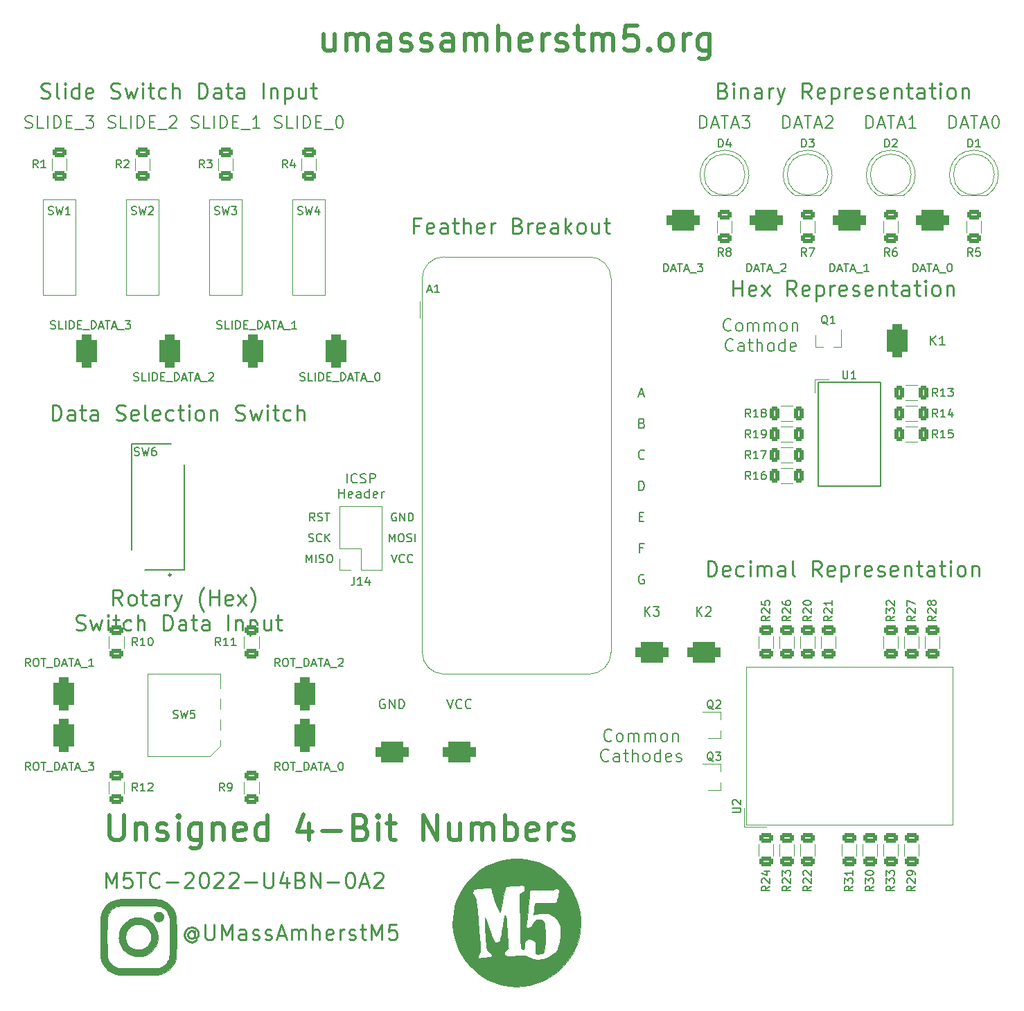
<source format=gto>
G04 #@! TF.GenerationSoftware,KiCad,Pcbnew,(6.0.7)*
G04 #@! TF.CreationDate,2022-11-10T17:29:02-05:00*
G04 #@! TF.ProjectId,M5TC-2022-U4BN,4d355443-2d32-4303-9232-2d5534424e2e,rev?*
G04 #@! TF.SameCoordinates,Original*
G04 #@! TF.FileFunction,Legend,Top*
G04 #@! TF.FilePolarity,Positive*
%FSLAX46Y46*%
G04 Gerber Fmt 4.6, Leading zero omitted, Abs format (unit mm)*
G04 Created by KiCad (PCBNEW (6.0.7)) date 2022-11-10 17:29:02*
%MOMM*%
%LPD*%
G01*
G04 APERTURE LIST*
G04 Aperture macros list*
%AMRoundRect*
0 Rectangle with rounded corners*
0 $1 Rounding radius*
0 $2 $3 $4 $5 $6 $7 $8 $9 X,Y pos of 4 corners*
0 Add a 4 corners polygon primitive as box body*
4,1,4,$2,$3,$4,$5,$6,$7,$8,$9,$2,$3,0*
0 Add four circle primitives for the rounded corners*
1,1,$1+$1,$2,$3*
1,1,$1+$1,$4,$5*
1,1,$1+$1,$6,$7*
1,1,$1+$1,$8,$9*
0 Add four rect primitives between the rounded corners*
20,1,$1+$1,$2,$3,$4,$5,0*
20,1,$1+$1,$4,$5,$6,$7,0*
20,1,$1+$1,$6,$7,$8,$9,0*
20,1,$1+$1,$8,$9,$2,$3,0*%
G04 Aperture macros list end*
%ADD10C,0.150000*%
%ADD11C,0.203200*%
%ADD12C,0.254000*%
%ADD13C,0.152400*%
%ADD14C,0.508000*%
%ADD15C,0.120000*%
%ADD16C,0.010000*%
%ADD17C,0.250000*%
%ADD18R,1.600000X1.600000*%
%ADD19C,1.600000*%
%ADD20RoundRect,0.249999X0.625001X-0.312501X0.625001X0.312501X-0.625001X0.312501X-0.625001X-0.312501X0*%
%ADD21RoundRect,0.249999X-0.625001X0.312501X-0.625001X-0.312501X0.625001X-0.312501X0.625001X0.312501X0*%
%ADD22C,0.900000*%
%ADD23C,10.600000*%
%ADD24R,1.700000X1.700000*%
%ADD25O,1.700000X1.700000*%
%ADD26R,0.800000X0.900000*%
%ADD27R,0.900000X0.800000*%
%ADD28RoundRect,0.249999X-0.312501X-0.625001X0.312501X-0.625001X0.312501X0.625001X-0.312501X0.625001X0*%
%ADD29RoundRect,0.249999X0.312501X0.625001X-0.312501X0.625001X-0.312501X-0.625001X0.312501X-0.625001X0*%
%ADD30R,1.500000X1.500000*%
%ADD31C,1.500000*%
%ADD32R,1.800000X1.800000*%
%ADD33C,1.800000*%
%ADD34R,1.300000X1.300000*%
%ADD35C,1.300000*%
%ADD36C,1.900000*%
%ADD37C,1.999996*%
%ADD38C,1.499997*%
%ADD39RoundRect,0.624998X-1.374998X0.624999X-1.374998X-0.624999X1.374998X-0.624999X1.374998X0.624999X0*%
%ADD40RoundRect,0.624998X1.374998X-0.624999X1.374998X0.624999X-1.374998X0.624999X-1.374998X-0.624999X0*%
%ADD41RoundRect,0.624998X-0.624999X-1.374998X0.624999X-1.374998X0.624999X1.374998X-0.624999X1.374998X0*%
%ADD42RoundRect,0.624998X0.624999X1.374998X-0.624999X1.374998X-0.624999X-1.374998X0.624999X-1.374998X0*%
%ADD43R,1.524000X1.524000*%
%ADD44C,1.524000*%
%ADD45R,2.600000X1.200000*%
G04 APERTURE END LIST*
D10*
X158972857Y-147089761D02*
X159115714Y-147137380D01*
X159353809Y-147137380D01*
X159449047Y-147089761D01*
X159496666Y-147042142D01*
X159544285Y-146946904D01*
X159544285Y-146851666D01*
X159496666Y-146756428D01*
X159449047Y-146708809D01*
X159353809Y-146661190D01*
X159163333Y-146613571D01*
X159068095Y-146565952D01*
X159020476Y-146518333D01*
X158972857Y-146423095D01*
X158972857Y-146327857D01*
X159020476Y-146232619D01*
X159068095Y-146185000D01*
X159163333Y-146137380D01*
X159401428Y-146137380D01*
X159544285Y-146185000D01*
X160449047Y-147137380D02*
X159972857Y-147137380D01*
X159972857Y-146137380D01*
X160782380Y-147137380D02*
X160782380Y-146137380D01*
X161258571Y-147137380D02*
X161258571Y-146137380D01*
X161496666Y-146137380D01*
X161639523Y-146185000D01*
X161734761Y-146280238D01*
X161782380Y-146375476D01*
X161830000Y-146565952D01*
X161830000Y-146708809D01*
X161782380Y-146899285D01*
X161734761Y-146994523D01*
X161639523Y-147089761D01*
X161496666Y-147137380D01*
X161258571Y-147137380D01*
X162258571Y-146613571D02*
X162591904Y-146613571D01*
X162734761Y-147137380D02*
X162258571Y-147137380D01*
X162258571Y-146137380D01*
X162734761Y-146137380D01*
X162925238Y-147232619D02*
X163687142Y-147232619D01*
X163925238Y-147137380D02*
X163925238Y-146137380D01*
X164163333Y-146137380D01*
X164306190Y-146185000D01*
X164401428Y-146280238D01*
X164449047Y-146375476D01*
X164496666Y-146565952D01*
X164496666Y-146708809D01*
X164449047Y-146899285D01*
X164401428Y-146994523D01*
X164306190Y-147089761D01*
X164163333Y-147137380D01*
X163925238Y-147137380D01*
X164877619Y-146851666D02*
X165353809Y-146851666D01*
X164782380Y-147137380D02*
X165115714Y-146137380D01*
X165449047Y-147137380D01*
X165639523Y-146137380D02*
X166210952Y-146137380D01*
X165925238Y-147137380D02*
X165925238Y-146137380D01*
X166496666Y-146851666D02*
X166972857Y-146851666D01*
X166401428Y-147137380D02*
X166734761Y-146137380D01*
X167068095Y-147137380D01*
X167163333Y-147232619D02*
X167925238Y-147232619D01*
X168068095Y-146137380D02*
X168687142Y-146137380D01*
X168353809Y-146518333D01*
X168496666Y-146518333D01*
X168591904Y-146565952D01*
X168639523Y-146613571D01*
X168687142Y-146708809D01*
X168687142Y-146946904D01*
X168639523Y-147042142D01*
X168591904Y-147089761D01*
X168496666Y-147137380D01*
X168210952Y-147137380D01*
X168115714Y-147089761D01*
X168068095Y-147042142D01*
X190484285Y-173124761D02*
X190627142Y-173172380D01*
X190865238Y-173172380D01*
X190960476Y-173124761D01*
X191008095Y-173077142D01*
X191055714Y-172981904D01*
X191055714Y-172886666D01*
X191008095Y-172791428D01*
X190960476Y-172743809D01*
X190865238Y-172696190D01*
X190674761Y-172648571D01*
X190579523Y-172600952D01*
X190531904Y-172553333D01*
X190484285Y-172458095D01*
X190484285Y-172362857D01*
X190531904Y-172267619D01*
X190579523Y-172220000D01*
X190674761Y-172172380D01*
X190912857Y-172172380D01*
X191055714Y-172220000D01*
X192055714Y-173077142D02*
X192008095Y-173124761D01*
X191865238Y-173172380D01*
X191770000Y-173172380D01*
X191627142Y-173124761D01*
X191531904Y-173029523D01*
X191484285Y-172934285D01*
X191436666Y-172743809D01*
X191436666Y-172600952D01*
X191484285Y-172410476D01*
X191531904Y-172315238D01*
X191627142Y-172220000D01*
X191770000Y-172172380D01*
X191865238Y-172172380D01*
X192008095Y-172220000D01*
X192055714Y-172267619D01*
X192484285Y-173172380D02*
X192484285Y-172172380D01*
X193055714Y-173172380D02*
X192627142Y-172600952D01*
X193055714Y-172172380D02*
X192484285Y-172743809D01*
X189452857Y-153439761D02*
X189595714Y-153487380D01*
X189833809Y-153487380D01*
X189929047Y-153439761D01*
X189976666Y-153392142D01*
X190024285Y-153296904D01*
X190024285Y-153201666D01*
X189976666Y-153106428D01*
X189929047Y-153058809D01*
X189833809Y-153011190D01*
X189643333Y-152963571D01*
X189548095Y-152915952D01*
X189500476Y-152868333D01*
X189452857Y-152773095D01*
X189452857Y-152677857D01*
X189500476Y-152582619D01*
X189548095Y-152535000D01*
X189643333Y-152487380D01*
X189881428Y-152487380D01*
X190024285Y-152535000D01*
X190929047Y-153487380D02*
X190452857Y-153487380D01*
X190452857Y-152487380D01*
X191262380Y-153487380D02*
X191262380Y-152487380D01*
X191738571Y-153487380D02*
X191738571Y-152487380D01*
X191976666Y-152487380D01*
X192119523Y-152535000D01*
X192214761Y-152630238D01*
X192262380Y-152725476D01*
X192310000Y-152915952D01*
X192310000Y-153058809D01*
X192262380Y-153249285D01*
X192214761Y-153344523D01*
X192119523Y-153439761D01*
X191976666Y-153487380D01*
X191738571Y-153487380D01*
X192738571Y-152963571D02*
X193071904Y-152963571D01*
X193214761Y-153487380D02*
X192738571Y-153487380D01*
X192738571Y-152487380D01*
X193214761Y-152487380D01*
X193405238Y-153582619D02*
X194167142Y-153582619D01*
X194405238Y-153487380D02*
X194405238Y-152487380D01*
X194643333Y-152487380D01*
X194786190Y-152535000D01*
X194881428Y-152630238D01*
X194929047Y-152725476D01*
X194976666Y-152915952D01*
X194976666Y-153058809D01*
X194929047Y-153249285D01*
X194881428Y-153344523D01*
X194786190Y-153439761D01*
X194643333Y-153487380D01*
X194405238Y-153487380D01*
X195357619Y-153201666D02*
X195833809Y-153201666D01*
X195262380Y-153487380D02*
X195595714Y-152487380D01*
X195929047Y-153487380D01*
X196119523Y-152487380D02*
X196690952Y-152487380D01*
X196405238Y-153487380D02*
X196405238Y-152487380D01*
X196976666Y-153201666D02*
X197452857Y-153201666D01*
X196881428Y-153487380D02*
X197214761Y-152487380D01*
X197548095Y-153487380D01*
X197643333Y-153582619D02*
X198405238Y-153582619D01*
X198833809Y-152487380D02*
X198929047Y-152487380D01*
X199024285Y-152535000D01*
X199071904Y-152582619D01*
X199119523Y-152677857D01*
X199167142Y-152868333D01*
X199167142Y-153106428D01*
X199119523Y-153296904D01*
X199071904Y-153392142D01*
X199024285Y-153439761D01*
X198929047Y-153487380D01*
X198833809Y-153487380D01*
X198738571Y-153439761D01*
X198690952Y-153392142D01*
X198643333Y-153296904D01*
X198595714Y-153106428D01*
X198595714Y-152868333D01*
X198643333Y-152677857D01*
X198690952Y-152582619D01*
X198738571Y-152535000D01*
X198833809Y-152487380D01*
D11*
X166007142Y-122536857D02*
X166224857Y-122609428D01*
X166587714Y-122609428D01*
X166732857Y-122536857D01*
X166805428Y-122464285D01*
X166878000Y-122319142D01*
X166878000Y-122174000D01*
X166805428Y-122028857D01*
X166732857Y-121956285D01*
X166587714Y-121883714D01*
X166297428Y-121811142D01*
X166152285Y-121738571D01*
X166079714Y-121666000D01*
X166007142Y-121520857D01*
X166007142Y-121375714D01*
X166079714Y-121230571D01*
X166152285Y-121158000D01*
X166297428Y-121085428D01*
X166660285Y-121085428D01*
X166878000Y-121158000D01*
X168256857Y-122609428D02*
X167531142Y-122609428D01*
X167531142Y-121085428D01*
X168764857Y-122609428D02*
X168764857Y-121085428D01*
X169490571Y-122609428D02*
X169490571Y-121085428D01*
X169853428Y-121085428D01*
X170071142Y-121158000D01*
X170216285Y-121303142D01*
X170288857Y-121448285D01*
X170361428Y-121738571D01*
X170361428Y-121956285D01*
X170288857Y-122246571D01*
X170216285Y-122391714D01*
X170071142Y-122536857D01*
X169853428Y-122609428D01*
X169490571Y-122609428D01*
X171014571Y-121811142D02*
X171522571Y-121811142D01*
X171740285Y-122609428D02*
X171014571Y-122609428D01*
X171014571Y-121085428D01*
X171740285Y-121085428D01*
X172030571Y-122754571D02*
X173191714Y-122754571D01*
X173482000Y-121230571D02*
X173554571Y-121158000D01*
X173699714Y-121085428D01*
X174062571Y-121085428D01*
X174207714Y-121158000D01*
X174280285Y-121230571D01*
X174352857Y-121375714D01*
X174352857Y-121520857D01*
X174280285Y-121738571D01*
X173409428Y-122609428D01*
X174352857Y-122609428D01*
D10*
X156448571Y-201112380D02*
X156115238Y-200636190D01*
X155877142Y-201112380D02*
X155877142Y-200112380D01*
X156258095Y-200112380D01*
X156353333Y-200160000D01*
X156400952Y-200207619D01*
X156448571Y-200302857D01*
X156448571Y-200445714D01*
X156400952Y-200540952D01*
X156353333Y-200588571D01*
X156258095Y-200636190D01*
X155877142Y-200636190D01*
X157067619Y-200112380D02*
X157258095Y-200112380D01*
X157353333Y-200160000D01*
X157448571Y-200255238D01*
X157496190Y-200445714D01*
X157496190Y-200779047D01*
X157448571Y-200969523D01*
X157353333Y-201064761D01*
X157258095Y-201112380D01*
X157067619Y-201112380D01*
X156972380Y-201064761D01*
X156877142Y-200969523D01*
X156829523Y-200779047D01*
X156829523Y-200445714D01*
X156877142Y-200255238D01*
X156972380Y-200160000D01*
X157067619Y-200112380D01*
X157781904Y-200112380D02*
X158353333Y-200112380D01*
X158067619Y-201112380D02*
X158067619Y-200112380D01*
X158448571Y-201207619D02*
X159210476Y-201207619D01*
X159448571Y-201112380D02*
X159448571Y-200112380D01*
X159686666Y-200112380D01*
X159829523Y-200160000D01*
X159924761Y-200255238D01*
X159972380Y-200350476D01*
X160020000Y-200540952D01*
X160020000Y-200683809D01*
X159972380Y-200874285D01*
X159924761Y-200969523D01*
X159829523Y-201064761D01*
X159686666Y-201112380D01*
X159448571Y-201112380D01*
X160400952Y-200826666D02*
X160877142Y-200826666D01*
X160305714Y-201112380D02*
X160639047Y-200112380D01*
X160972380Y-201112380D01*
X161162857Y-200112380D02*
X161734285Y-200112380D01*
X161448571Y-201112380D02*
X161448571Y-200112380D01*
X162020000Y-200826666D02*
X162496190Y-200826666D01*
X161924761Y-201112380D02*
X162258095Y-200112380D01*
X162591428Y-201112380D01*
X162686666Y-201207619D02*
X163448571Y-201207619D01*
X163591428Y-200112380D02*
X164210476Y-200112380D01*
X163877142Y-200493333D01*
X164020000Y-200493333D01*
X164115238Y-200540952D01*
X164162857Y-200588571D01*
X164210476Y-200683809D01*
X164210476Y-200921904D01*
X164162857Y-201017142D01*
X164115238Y-201064761D01*
X164020000Y-201112380D01*
X163734285Y-201112380D01*
X163639047Y-201064761D01*
X163591428Y-201017142D01*
D11*
X176167142Y-122536857D02*
X176384857Y-122609428D01*
X176747714Y-122609428D01*
X176892857Y-122536857D01*
X176965428Y-122464285D01*
X177038000Y-122319142D01*
X177038000Y-122174000D01*
X176965428Y-122028857D01*
X176892857Y-121956285D01*
X176747714Y-121883714D01*
X176457428Y-121811142D01*
X176312285Y-121738571D01*
X176239714Y-121666000D01*
X176167142Y-121520857D01*
X176167142Y-121375714D01*
X176239714Y-121230571D01*
X176312285Y-121158000D01*
X176457428Y-121085428D01*
X176820285Y-121085428D01*
X177038000Y-121158000D01*
X178416857Y-122609428D02*
X177691142Y-122609428D01*
X177691142Y-121085428D01*
X178924857Y-122609428D02*
X178924857Y-121085428D01*
X179650571Y-122609428D02*
X179650571Y-121085428D01*
X180013428Y-121085428D01*
X180231142Y-121158000D01*
X180376285Y-121303142D01*
X180448857Y-121448285D01*
X180521428Y-121738571D01*
X180521428Y-121956285D01*
X180448857Y-122246571D01*
X180376285Y-122391714D01*
X180231142Y-122536857D01*
X180013428Y-122609428D01*
X179650571Y-122609428D01*
X181174571Y-121811142D02*
X181682571Y-121811142D01*
X181900285Y-122609428D02*
X181174571Y-122609428D01*
X181174571Y-121085428D01*
X181900285Y-121085428D01*
X182190571Y-122754571D02*
X183351714Y-122754571D01*
X184512857Y-122609428D02*
X183642000Y-122609428D01*
X184077428Y-122609428D02*
X184077428Y-121085428D01*
X183932285Y-121303142D01*
X183787142Y-121448285D01*
X183642000Y-121520857D01*
D10*
X200358571Y-173172380D02*
X200358571Y-172172380D01*
X200691904Y-172886666D01*
X201025238Y-172172380D01*
X201025238Y-173172380D01*
X201691904Y-172172380D02*
X201882380Y-172172380D01*
X201977619Y-172220000D01*
X202072857Y-172315238D01*
X202120476Y-172505714D01*
X202120476Y-172839047D01*
X202072857Y-173029523D01*
X201977619Y-173124761D01*
X201882380Y-173172380D01*
X201691904Y-173172380D01*
X201596666Y-173124761D01*
X201501428Y-173029523D01*
X201453809Y-172839047D01*
X201453809Y-172505714D01*
X201501428Y-172315238D01*
X201596666Y-172220000D01*
X201691904Y-172172380D01*
X202501428Y-173124761D02*
X202644285Y-173172380D01*
X202882380Y-173172380D01*
X202977619Y-173124761D01*
X203025238Y-173077142D01*
X203072857Y-172981904D01*
X203072857Y-172886666D01*
X203025238Y-172791428D01*
X202977619Y-172743809D01*
X202882380Y-172696190D01*
X202691904Y-172648571D01*
X202596666Y-172600952D01*
X202549047Y-172553333D01*
X202501428Y-172458095D01*
X202501428Y-172362857D01*
X202549047Y-172267619D01*
X202596666Y-172220000D01*
X202691904Y-172172380D01*
X202930000Y-172172380D01*
X203072857Y-172220000D01*
X203501428Y-173172380D02*
X203501428Y-172172380D01*
D11*
X230867857Y-155130500D02*
X231412142Y-155130500D01*
X230759000Y-155457071D02*
X231140000Y-154314071D01*
X231521000Y-155457071D01*
X207391000Y-192414071D02*
X207772000Y-193557071D01*
X208153000Y-192414071D01*
X209187142Y-193448214D02*
X209132714Y-193502642D01*
X208969428Y-193557071D01*
X208860571Y-193557071D01*
X208697285Y-193502642D01*
X208588428Y-193393785D01*
X208534000Y-193284928D01*
X208479571Y-193067214D01*
X208479571Y-192903928D01*
X208534000Y-192686214D01*
X208588428Y-192577357D01*
X208697285Y-192468500D01*
X208860571Y-192414071D01*
X208969428Y-192414071D01*
X209132714Y-192468500D01*
X209187142Y-192522928D01*
X210330142Y-193448214D02*
X210275714Y-193502642D01*
X210112428Y-193557071D01*
X210003571Y-193557071D01*
X209840285Y-193502642D01*
X209731428Y-193393785D01*
X209677000Y-193284928D01*
X209622571Y-193067214D01*
X209622571Y-192903928D01*
X209677000Y-192686214D01*
X209731428Y-192577357D01*
X209840285Y-192468500D01*
X210003571Y-192414071D01*
X210112428Y-192414071D01*
X210275714Y-192468500D01*
X210330142Y-192522928D01*
D10*
X233862857Y-140152380D02*
X233862857Y-139152380D01*
X234100952Y-139152380D01*
X234243809Y-139200000D01*
X234339047Y-139295238D01*
X234386666Y-139390476D01*
X234434285Y-139580952D01*
X234434285Y-139723809D01*
X234386666Y-139914285D01*
X234339047Y-140009523D01*
X234243809Y-140104761D01*
X234100952Y-140152380D01*
X233862857Y-140152380D01*
X234815238Y-139866666D02*
X235291428Y-139866666D01*
X234720000Y-140152380D02*
X235053333Y-139152380D01*
X235386666Y-140152380D01*
X235577142Y-139152380D02*
X236148571Y-139152380D01*
X235862857Y-140152380D02*
X235862857Y-139152380D01*
X236434285Y-139866666D02*
X236910476Y-139866666D01*
X236339047Y-140152380D02*
X236672380Y-139152380D01*
X237005714Y-140152380D01*
X237100952Y-140247619D02*
X237862857Y-140247619D01*
X238005714Y-139152380D02*
X238624761Y-139152380D01*
X238291428Y-139533333D01*
X238434285Y-139533333D01*
X238529523Y-139580952D01*
X238577142Y-139628571D01*
X238624761Y-139723809D01*
X238624761Y-139961904D01*
X238577142Y-140057142D01*
X238529523Y-140104761D01*
X238434285Y-140152380D01*
X238148571Y-140152380D01*
X238053333Y-140104761D01*
X238005714Y-140057142D01*
D12*
X165718671Y-215491785D02*
X165718671Y-213586785D01*
X166353671Y-214947500D01*
X166988671Y-213586785D01*
X166988671Y-215491785D01*
X168802957Y-213586785D02*
X167895814Y-213586785D01*
X167805100Y-214493928D01*
X167895814Y-214403214D01*
X168077242Y-214312500D01*
X168530814Y-214312500D01*
X168712242Y-214403214D01*
X168802957Y-214493928D01*
X168893671Y-214675357D01*
X168893671Y-215128928D01*
X168802957Y-215310357D01*
X168712242Y-215401071D01*
X168530814Y-215491785D01*
X168077242Y-215491785D01*
X167895814Y-215401071D01*
X167805100Y-215310357D01*
X169437957Y-213586785D02*
X170526528Y-213586785D01*
X169982242Y-215491785D02*
X169982242Y-213586785D01*
X172250100Y-215310357D02*
X172159385Y-215401071D01*
X171887242Y-215491785D01*
X171705814Y-215491785D01*
X171433671Y-215401071D01*
X171252242Y-215219642D01*
X171161528Y-215038214D01*
X171070814Y-214675357D01*
X171070814Y-214403214D01*
X171161528Y-214040357D01*
X171252242Y-213858928D01*
X171433671Y-213677500D01*
X171705814Y-213586785D01*
X171887242Y-213586785D01*
X172159385Y-213677500D01*
X172250100Y-213768214D01*
X173066528Y-214766071D02*
X174517957Y-214766071D01*
X175334385Y-213768214D02*
X175425100Y-213677500D01*
X175606528Y-213586785D01*
X176060100Y-213586785D01*
X176241528Y-213677500D01*
X176332242Y-213768214D01*
X176422957Y-213949642D01*
X176422957Y-214131071D01*
X176332242Y-214403214D01*
X175243671Y-215491785D01*
X176422957Y-215491785D01*
X177602242Y-213586785D02*
X177783671Y-213586785D01*
X177965100Y-213677500D01*
X178055814Y-213768214D01*
X178146528Y-213949642D01*
X178237242Y-214312500D01*
X178237242Y-214766071D01*
X178146528Y-215128928D01*
X178055814Y-215310357D01*
X177965100Y-215401071D01*
X177783671Y-215491785D01*
X177602242Y-215491785D01*
X177420814Y-215401071D01*
X177330100Y-215310357D01*
X177239385Y-215128928D01*
X177148671Y-214766071D01*
X177148671Y-214312500D01*
X177239385Y-213949642D01*
X177330100Y-213768214D01*
X177420814Y-213677500D01*
X177602242Y-213586785D01*
X178962957Y-213768214D02*
X179053671Y-213677500D01*
X179235100Y-213586785D01*
X179688671Y-213586785D01*
X179870100Y-213677500D01*
X179960814Y-213768214D01*
X180051528Y-213949642D01*
X180051528Y-214131071D01*
X179960814Y-214403214D01*
X178872242Y-215491785D01*
X180051528Y-215491785D01*
X180777242Y-213768214D02*
X180867957Y-213677500D01*
X181049385Y-213586785D01*
X181502957Y-213586785D01*
X181684385Y-213677500D01*
X181775100Y-213768214D01*
X181865814Y-213949642D01*
X181865814Y-214131071D01*
X181775100Y-214403214D01*
X180686528Y-215491785D01*
X181865814Y-215491785D01*
X182682242Y-214766071D02*
X184133671Y-214766071D01*
X185040814Y-213586785D02*
X185040814Y-215128928D01*
X185131528Y-215310357D01*
X185222242Y-215401071D01*
X185403671Y-215491785D01*
X185766528Y-215491785D01*
X185947957Y-215401071D01*
X186038671Y-215310357D01*
X186129385Y-215128928D01*
X186129385Y-213586785D01*
X187852957Y-214221785D02*
X187852957Y-215491785D01*
X187399385Y-213496071D02*
X186945814Y-214856785D01*
X188125100Y-214856785D01*
X189485814Y-214493928D02*
X189757957Y-214584642D01*
X189848671Y-214675357D01*
X189939385Y-214856785D01*
X189939385Y-215128928D01*
X189848671Y-215310357D01*
X189757957Y-215401071D01*
X189576528Y-215491785D01*
X188850814Y-215491785D01*
X188850814Y-213586785D01*
X189485814Y-213586785D01*
X189667242Y-213677500D01*
X189757957Y-213768214D01*
X189848671Y-213949642D01*
X189848671Y-214131071D01*
X189757957Y-214312500D01*
X189667242Y-214403214D01*
X189485814Y-214493928D01*
X188850814Y-214493928D01*
X190755814Y-215491785D02*
X190755814Y-213586785D01*
X191844385Y-215491785D01*
X191844385Y-213586785D01*
X192751528Y-214766071D02*
X194202957Y-214766071D01*
X195472957Y-213586785D02*
X195654385Y-213586785D01*
X195835814Y-213677500D01*
X195926528Y-213768214D01*
X196017242Y-213949642D01*
X196107957Y-214312500D01*
X196107957Y-214766071D01*
X196017242Y-215128928D01*
X195926528Y-215310357D01*
X195835814Y-215401071D01*
X195654385Y-215491785D01*
X195472957Y-215491785D01*
X195291528Y-215401071D01*
X195200814Y-215310357D01*
X195110100Y-215128928D01*
X195019385Y-214766071D01*
X195019385Y-214312500D01*
X195110100Y-213949642D01*
X195200814Y-213768214D01*
X195291528Y-213677500D01*
X195472957Y-213586785D01*
X196833671Y-214947500D02*
X197740814Y-214947500D01*
X196652242Y-215491785D02*
X197287242Y-213586785D01*
X197922242Y-215491785D01*
X198466528Y-213768214D02*
X198557242Y-213677500D01*
X198738671Y-213586785D01*
X199192242Y-213586785D01*
X199373671Y-213677500D01*
X199464385Y-213768214D01*
X199555100Y-213949642D01*
X199555100Y-214131071D01*
X199464385Y-214403214D01*
X198375814Y-215491785D01*
X199555100Y-215491785D01*
D11*
X266491357Y-149107071D02*
X266491357Y-147964071D01*
X267144500Y-149107071D02*
X266654642Y-148453928D01*
X267144500Y-147964071D02*
X266491357Y-148617214D01*
X268233071Y-149107071D02*
X267579928Y-149107071D01*
X267906500Y-149107071D02*
X267906500Y-147964071D01*
X267797642Y-148127357D01*
X267688785Y-148236214D01*
X267579928Y-148290642D01*
D10*
X244022857Y-140152380D02*
X244022857Y-139152380D01*
X244260952Y-139152380D01*
X244403809Y-139200000D01*
X244499047Y-139295238D01*
X244546666Y-139390476D01*
X244594285Y-139580952D01*
X244594285Y-139723809D01*
X244546666Y-139914285D01*
X244499047Y-140009523D01*
X244403809Y-140104761D01*
X244260952Y-140152380D01*
X244022857Y-140152380D01*
X244975238Y-139866666D02*
X245451428Y-139866666D01*
X244880000Y-140152380D02*
X245213333Y-139152380D01*
X245546666Y-140152380D01*
X245737142Y-139152380D02*
X246308571Y-139152380D01*
X246022857Y-140152380D02*
X246022857Y-139152380D01*
X246594285Y-139866666D02*
X247070476Y-139866666D01*
X246499047Y-140152380D02*
X246832380Y-139152380D01*
X247165714Y-140152380D01*
X247260952Y-140247619D02*
X248022857Y-140247619D01*
X248213333Y-139247619D02*
X248260952Y-139200000D01*
X248356190Y-139152380D01*
X248594285Y-139152380D01*
X248689523Y-139200000D01*
X248737142Y-139247619D01*
X248784761Y-139342857D01*
X248784761Y-139438095D01*
X248737142Y-139580952D01*
X248165714Y-140152380D01*
X248784761Y-140152380D01*
D12*
X159158214Y-158341785D02*
X159158214Y-156436785D01*
X159611785Y-156436785D01*
X159883928Y-156527500D01*
X160065357Y-156708928D01*
X160156071Y-156890357D01*
X160246785Y-157253214D01*
X160246785Y-157525357D01*
X160156071Y-157888214D01*
X160065357Y-158069642D01*
X159883928Y-158251071D01*
X159611785Y-158341785D01*
X159158214Y-158341785D01*
X161879642Y-158341785D02*
X161879642Y-157343928D01*
X161788928Y-157162500D01*
X161607500Y-157071785D01*
X161244642Y-157071785D01*
X161063214Y-157162500D01*
X161879642Y-158251071D02*
X161698214Y-158341785D01*
X161244642Y-158341785D01*
X161063214Y-158251071D01*
X160972500Y-158069642D01*
X160972500Y-157888214D01*
X161063214Y-157706785D01*
X161244642Y-157616071D01*
X161698214Y-157616071D01*
X161879642Y-157525357D01*
X162514642Y-157071785D02*
X163240357Y-157071785D01*
X162786785Y-156436785D02*
X162786785Y-158069642D01*
X162877500Y-158251071D01*
X163058928Y-158341785D01*
X163240357Y-158341785D01*
X164691785Y-158341785D02*
X164691785Y-157343928D01*
X164601071Y-157162500D01*
X164419642Y-157071785D01*
X164056785Y-157071785D01*
X163875357Y-157162500D01*
X164691785Y-158251071D02*
X164510357Y-158341785D01*
X164056785Y-158341785D01*
X163875357Y-158251071D01*
X163784642Y-158069642D01*
X163784642Y-157888214D01*
X163875357Y-157706785D01*
X164056785Y-157616071D01*
X164510357Y-157616071D01*
X164691785Y-157525357D01*
X166959642Y-158251071D02*
X167231785Y-158341785D01*
X167685357Y-158341785D01*
X167866785Y-158251071D01*
X167957500Y-158160357D01*
X168048214Y-157978928D01*
X168048214Y-157797500D01*
X167957500Y-157616071D01*
X167866785Y-157525357D01*
X167685357Y-157434642D01*
X167322500Y-157343928D01*
X167141071Y-157253214D01*
X167050357Y-157162500D01*
X166959642Y-156981071D01*
X166959642Y-156799642D01*
X167050357Y-156618214D01*
X167141071Y-156527500D01*
X167322500Y-156436785D01*
X167776071Y-156436785D01*
X168048214Y-156527500D01*
X169590357Y-158251071D02*
X169408928Y-158341785D01*
X169046071Y-158341785D01*
X168864642Y-158251071D01*
X168773928Y-158069642D01*
X168773928Y-157343928D01*
X168864642Y-157162500D01*
X169046071Y-157071785D01*
X169408928Y-157071785D01*
X169590357Y-157162500D01*
X169681071Y-157343928D01*
X169681071Y-157525357D01*
X168773928Y-157706785D01*
X170769642Y-158341785D02*
X170588214Y-158251071D01*
X170497500Y-158069642D01*
X170497500Y-156436785D01*
X172221071Y-158251071D02*
X172039642Y-158341785D01*
X171676785Y-158341785D01*
X171495357Y-158251071D01*
X171404642Y-158069642D01*
X171404642Y-157343928D01*
X171495357Y-157162500D01*
X171676785Y-157071785D01*
X172039642Y-157071785D01*
X172221071Y-157162500D01*
X172311785Y-157343928D01*
X172311785Y-157525357D01*
X171404642Y-157706785D01*
X173944642Y-158251071D02*
X173763214Y-158341785D01*
X173400357Y-158341785D01*
X173218928Y-158251071D01*
X173128214Y-158160357D01*
X173037500Y-157978928D01*
X173037500Y-157434642D01*
X173128214Y-157253214D01*
X173218928Y-157162500D01*
X173400357Y-157071785D01*
X173763214Y-157071785D01*
X173944642Y-157162500D01*
X174488928Y-157071785D02*
X175214642Y-157071785D01*
X174761071Y-156436785D02*
X174761071Y-158069642D01*
X174851785Y-158251071D01*
X175033214Y-158341785D01*
X175214642Y-158341785D01*
X175849642Y-158341785D02*
X175849642Y-157071785D01*
X175849642Y-156436785D02*
X175758928Y-156527500D01*
X175849642Y-156618214D01*
X175940357Y-156527500D01*
X175849642Y-156436785D01*
X175849642Y-156618214D01*
X177028928Y-158341785D02*
X176847500Y-158251071D01*
X176756785Y-158160357D01*
X176666071Y-157978928D01*
X176666071Y-157434642D01*
X176756785Y-157253214D01*
X176847500Y-157162500D01*
X177028928Y-157071785D01*
X177301071Y-157071785D01*
X177482500Y-157162500D01*
X177573214Y-157253214D01*
X177663928Y-157434642D01*
X177663928Y-157978928D01*
X177573214Y-158160357D01*
X177482500Y-158251071D01*
X177301071Y-158341785D01*
X177028928Y-158341785D01*
X178480357Y-157071785D02*
X178480357Y-158341785D01*
X178480357Y-157253214D02*
X178571071Y-157162500D01*
X178752500Y-157071785D01*
X179024642Y-157071785D01*
X179206071Y-157162500D01*
X179296785Y-157343928D01*
X179296785Y-158341785D01*
X181564642Y-158251071D02*
X181836785Y-158341785D01*
X182290357Y-158341785D01*
X182471785Y-158251071D01*
X182562500Y-158160357D01*
X182653214Y-157978928D01*
X182653214Y-157797500D01*
X182562500Y-157616071D01*
X182471785Y-157525357D01*
X182290357Y-157434642D01*
X181927500Y-157343928D01*
X181746071Y-157253214D01*
X181655357Y-157162500D01*
X181564642Y-156981071D01*
X181564642Y-156799642D01*
X181655357Y-156618214D01*
X181746071Y-156527500D01*
X181927500Y-156436785D01*
X182381071Y-156436785D01*
X182653214Y-156527500D01*
X183288214Y-157071785D02*
X183651071Y-158341785D01*
X184013928Y-157434642D01*
X184376785Y-158341785D01*
X184739642Y-157071785D01*
X185465357Y-158341785D02*
X185465357Y-157071785D01*
X185465357Y-156436785D02*
X185374642Y-156527500D01*
X185465357Y-156618214D01*
X185556071Y-156527500D01*
X185465357Y-156436785D01*
X185465357Y-156618214D01*
X186100357Y-157071785D02*
X186826071Y-157071785D01*
X186372500Y-156436785D02*
X186372500Y-158069642D01*
X186463214Y-158251071D01*
X186644642Y-158341785D01*
X186826071Y-158341785D01*
X188277500Y-158251071D02*
X188096071Y-158341785D01*
X187733214Y-158341785D01*
X187551785Y-158251071D01*
X187461071Y-158160357D01*
X187370357Y-157978928D01*
X187370357Y-157434642D01*
X187461071Y-157253214D01*
X187551785Y-157162500D01*
X187733214Y-157071785D01*
X188096071Y-157071785D01*
X188277500Y-157162500D01*
X189093928Y-158341785D02*
X189093928Y-156436785D01*
X189910357Y-158341785D02*
X189910357Y-157343928D01*
X189819642Y-157162500D01*
X189638214Y-157071785D01*
X189366071Y-157071785D01*
X189184642Y-157162500D01*
X189093928Y-157253214D01*
X203971071Y-134483928D02*
X203336071Y-134483928D01*
X203336071Y-135481785D02*
X203336071Y-133576785D01*
X204243214Y-133576785D01*
X205694642Y-135391071D02*
X205513214Y-135481785D01*
X205150357Y-135481785D01*
X204968928Y-135391071D01*
X204878214Y-135209642D01*
X204878214Y-134483928D01*
X204968928Y-134302500D01*
X205150357Y-134211785D01*
X205513214Y-134211785D01*
X205694642Y-134302500D01*
X205785357Y-134483928D01*
X205785357Y-134665357D01*
X204878214Y-134846785D01*
X207418214Y-135481785D02*
X207418214Y-134483928D01*
X207327500Y-134302500D01*
X207146071Y-134211785D01*
X206783214Y-134211785D01*
X206601785Y-134302500D01*
X207418214Y-135391071D02*
X207236785Y-135481785D01*
X206783214Y-135481785D01*
X206601785Y-135391071D01*
X206511071Y-135209642D01*
X206511071Y-135028214D01*
X206601785Y-134846785D01*
X206783214Y-134756071D01*
X207236785Y-134756071D01*
X207418214Y-134665357D01*
X208053214Y-134211785D02*
X208778928Y-134211785D01*
X208325357Y-133576785D02*
X208325357Y-135209642D01*
X208416071Y-135391071D01*
X208597500Y-135481785D01*
X208778928Y-135481785D01*
X209413928Y-135481785D02*
X209413928Y-133576785D01*
X210230357Y-135481785D02*
X210230357Y-134483928D01*
X210139642Y-134302500D01*
X209958214Y-134211785D01*
X209686071Y-134211785D01*
X209504642Y-134302500D01*
X209413928Y-134393214D01*
X211863214Y-135391071D02*
X211681785Y-135481785D01*
X211318928Y-135481785D01*
X211137500Y-135391071D01*
X211046785Y-135209642D01*
X211046785Y-134483928D01*
X211137500Y-134302500D01*
X211318928Y-134211785D01*
X211681785Y-134211785D01*
X211863214Y-134302500D01*
X211953928Y-134483928D01*
X211953928Y-134665357D01*
X211046785Y-134846785D01*
X212770357Y-135481785D02*
X212770357Y-134211785D01*
X212770357Y-134574642D02*
X212861071Y-134393214D01*
X212951785Y-134302500D01*
X213133214Y-134211785D01*
X213314642Y-134211785D01*
X216036071Y-134483928D02*
X216308214Y-134574642D01*
X216398928Y-134665357D01*
X216489642Y-134846785D01*
X216489642Y-135118928D01*
X216398928Y-135300357D01*
X216308214Y-135391071D01*
X216126785Y-135481785D01*
X215401071Y-135481785D01*
X215401071Y-133576785D01*
X216036071Y-133576785D01*
X216217500Y-133667500D01*
X216308214Y-133758214D01*
X216398928Y-133939642D01*
X216398928Y-134121071D01*
X216308214Y-134302500D01*
X216217500Y-134393214D01*
X216036071Y-134483928D01*
X215401071Y-134483928D01*
X217306071Y-135481785D02*
X217306071Y-134211785D01*
X217306071Y-134574642D02*
X217396785Y-134393214D01*
X217487500Y-134302500D01*
X217668928Y-134211785D01*
X217850357Y-134211785D01*
X219211071Y-135391071D02*
X219029642Y-135481785D01*
X218666785Y-135481785D01*
X218485357Y-135391071D01*
X218394642Y-135209642D01*
X218394642Y-134483928D01*
X218485357Y-134302500D01*
X218666785Y-134211785D01*
X219029642Y-134211785D01*
X219211071Y-134302500D01*
X219301785Y-134483928D01*
X219301785Y-134665357D01*
X218394642Y-134846785D01*
X220934642Y-135481785D02*
X220934642Y-134483928D01*
X220843928Y-134302500D01*
X220662500Y-134211785D01*
X220299642Y-134211785D01*
X220118214Y-134302500D01*
X220934642Y-135391071D02*
X220753214Y-135481785D01*
X220299642Y-135481785D01*
X220118214Y-135391071D01*
X220027500Y-135209642D01*
X220027500Y-135028214D01*
X220118214Y-134846785D01*
X220299642Y-134756071D01*
X220753214Y-134756071D01*
X220934642Y-134665357D01*
X221841785Y-135481785D02*
X221841785Y-133576785D01*
X222023214Y-134756071D02*
X222567500Y-135481785D01*
X222567500Y-134211785D02*
X221841785Y-134937500D01*
X223656071Y-135481785D02*
X223474642Y-135391071D01*
X223383928Y-135300357D01*
X223293214Y-135118928D01*
X223293214Y-134574642D01*
X223383928Y-134393214D01*
X223474642Y-134302500D01*
X223656071Y-134211785D01*
X223928214Y-134211785D01*
X224109642Y-134302500D01*
X224200357Y-134393214D01*
X224291071Y-134574642D01*
X224291071Y-135118928D01*
X224200357Y-135300357D01*
X224109642Y-135391071D01*
X223928214Y-135481785D01*
X223656071Y-135481785D01*
X225923928Y-134211785D02*
X225923928Y-135481785D01*
X225107500Y-134211785D02*
X225107500Y-135209642D01*
X225198214Y-135391071D01*
X225379642Y-135481785D01*
X225651785Y-135481785D01*
X225833214Y-135391071D01*
X225923928Y-135300357D01*
X226558928Y-134211785D02*
X227284642Y-134211785D01*
X226831071Y-133576785D02*
X226831071Y-135209642D01*
X226921785Y-135391071D01*
X227103214Y-135481785D01*
X227284642Y-135481785D01*
D10*
X264342857Y-140152380D02*
X264342857Y-139152380D01*
X264580952Y-139152380D01*
X264723809Y-139200000D01*
X264819047Y-139295238D01*
X264866666Y-139390476D01*
X264914285Y-139580952D01*
X264914285Y-139723809D01*
X264866666Y-139914285D01*
X264819047Y-140009523D01*
X264723809Y-140104761D01*
X264580952Y-140152380D01*
X264342857Y-140152380D01*
X265295238Y-139866666D02*
X265771428Y-139866666D01*
X265200000Y-140152380D02*
X265533333Y-139152380D01*
X265866666Y-140152380D01*
X266057142Y-139152380D02*
X266628571Y-139152380D01*
X266342857Y-140152380D02*
X266342857Y-139152380D01*
X266914285Y-139866666D02*
X267390476Y-139866666D01*
X266819047Y-140152380D02*
X267152380Y-139152380D01*
X267485714Y-140152380D01*
X267580952Y-140247619D02*
X268342857Y-140247619D01*
X268771428Y-139152380D02*
X268866666Y-139152380D01*
X268961904Y-139200000D01*
X269009523Y-139247619D01*
X269057142Y-139342857D01*
X269104761Y-139533333D01*
X269104761Y-139771428D01*
X269057142Y-139961904D01*
X269009523Y-140057142D01*
X268961904Y-140104761D01*
X268866666Y-140152380D01*
X268771428Y-140152380D01*
X268676190Y-140104761D01*
X268628571Y-140057142D01*
X268580952Y-139961904D01*
X268533333Y-139771428D01*
X268533333Y-139533333D01*
X268580952Y-139342857D01*
X268628571Y-139247619D01*
X268676190Y-139200000D01*
X268771428Y-139152380D01*
X254182857Y-140152380D02*
X254182857Y-139152380D01*
X254420952Y-139152380D01*
X254563809Y-139200000D01*
X254659047Y-139295238D01*
X254706666Y-139390476D01*
X254754285Y-139580952D01*
X254754285Y-139723809D01*
X254706666Y-139914285D01*
X254659047Y-140009523D01*
X254563809Y-140104761D01*
X254420952Y-140152380D01*
X254182857Y-140152380D01*
X255135238Y-139866666D02*
X255611428Y-139866666D01*
X255040000Y-140152380D02*
X255373333Y-139152380D01*
X255706666Y-140152380D01*
X255897142Y-139152380D02*
X256468571Y-139152380D01*
X256182857Y-140152380D02*
X256182857Y-139152380D01*
X256754285Y-139866666D02*
X257230476Y-139866666D01*
X256659047Y-140152380D02*
X256992380Y-139152380D01*
X257325714Y-140152380D01*
X257420952Y-140247619D02*
X258182857Y-140247619D01*
X258944761Y-140152380D02*
X258373333Y-140152380D01*
X258659047Y-140152380D02*
X258659047Y-139152380D01*
X258563809Y-139295238D01*
X258468571Y-139390476D01*
X258373333Y-139438095D01*
D11*
X230840642Y-166887071D02*
X230840642Y-165744071D01*
X231112785Y-165744071D01*
X231276071Y-165798500D01*
X231384928Y-165907357D01*
X231439357Y-166016214D01*
X231493785Y-166233928D01*
X231493785Y-166397214D01*
X231439357Y-166614928D01*
X231384928Y-166723785D01*
X231276071Y-166832642D01*
X231112785Y-166887071D01*
X230840642Y-166887071D01*
X186327142Y-122536857D02*
X186544857Y-122609428D01*
X186907714Y-122609428D01*
X187052857Y-122536857D01*
X187125428Y-122464285D01*
X187198000Y-122319142D01*
X187198000Y-122174000D01*
X187125428Y-122028857D01*
X187052857Y-121956285D01*
X186907714Y-121883714D01*
X186617428Y-121811142D01*
X186472285Y-121738571D01*
X186399714Y-121666000D01*
X186327142Y-121520857D01*
X186327142Y-121375714D01*
X186399714Y-121230571D01*
X186472285Y-121158000D01*
X186617428Y-121085428D01*
X186980285Y-121085428D01*
X187198000Y-121158000D01*
X188576857Y-122609428D02*
X187851142Y-122609428D01*
X187851142Y-121085428D01*
X189084857Y-122609428D02*
X189084857Y-121085428D01*
X189810571Y-122609428D02*
X189810571Y-121085428D01*
X190173428Y-121085428D01*
X190391142Y-121158000D01*
X190536285Y-121303142D01*
X190608857Y-121448285D01*
X190681428Y-121738571D01*
X190681428Y-121956285D01*
X190608857Y-122246571D01*
X190536285Y-122391714D01*
X190391142Y-122536857D01*
X190173428Y-122609428D01*
X189810571Y-122609428D01*
X191334571Y-121811142D02*
X191842571Y-121811142D01*
X192060285Y-122609428D02*
X191334571Y-122609428D01*
X191334571Y-121085428D01*
X192060285Y-121085428D01*
X192350571Y-122754571D02*
X193511714Y-122754571D01*
X194164857Y-121085428D02*
X194310000Y-121085428D01*
X194455142Y-121158000D01*
X194527714Y-121230571D01*
X194600285Y-121375714D01*
X194672857Y-121666000D01*
X194672857Y-122028857D01*
X194600285Y-122319142D01*
X194527714Y-122464285D01*
X194455142Y-122536857D01*
X194310000Y-122609428D01*
X194164857Y-122609428D01*
X194019714Y-122536857D01*
X193947142Y-122464285D01*
X193874571Y-122319142D01*
X193802000Y-122028857D01*
X193802000Y-121666000D01*
X193874571Y-121375714D01*
X193947142Y-121230571D01*
X194019714Y-121158000D01*
X194164857Y-121085428D01*
X231566357Y-182254071D02*
X231566357Y-181111071D01*
X232219500Y-182254071D02*
X231729642Y-181600928D01*
X232219500Y-181111071D02*
X231566357Y-181764214D01*
X232600500Y-181111071D02*
X233308071Y-181111071D01*
X232927071Y-181546500D01*
X233090357Y-181546500D01*
X233199214Y-181600928D01*
X233253642Y-181655357D01*
X233308071Y-181764214D01*
X233308071Y-182036357D01*
X233253642Y-182145214D01*
X233199214Y-182199642D01*
X233090357Y-182254071D01*
X232763785Y-182254071D01*
X232654928Y-182199642D01*
X232600500Y-182145214D01*
X199789142Y-192468500D02*
X199680285Y-192414071D01*
X199517000Y-192414071D01*
X199353714Y-192468500D01*
X199244857Y-192577357D01*
X199190428Y-192686214D01*
X199136000Y-192903928D01*
X199136000Y-193067214D01*
X199190428Y-193284928D01*
X199244857Y-193393785D01*
X199353714Y-193502642D01*
X199517000Y-193557071D01*
X199625857Y-193557071D01*
X199789142Y-193502642D01*
X199843571Y-193448214D01*
X199843571Y-193067214D01*
X199625857Y-193067214D01*
X200333428Y-193557071D02*
X200333428Y-192414071D01*
X200986571Y-193557071D01*
X200986571Y-192414071D01*
X201530857Y-193557071D02*
X201530857Y-192414071D01*
X201803000Y-192414071D01*
X201966285Y-192468500D01*
X202075142Y-192577357D01*
X202129571Y-192686214D01*
X202184000Y-192903928D01*
X202184000Y-193067214D01*
X202129571Y-193284928D01*
X202075142Y-193393785D01*
X201966285Y-193502642D01*
X201803000Y-193557071D01*
X201530857Y-193557071D01*
D10*
X201168095Y-169680000D02*
X201072857Y-169632380D01*
X200930000Y-169632380D01*
X200787142Y-169680000D01*
X200691904Y-169775238D01*
X200644285Y-169870476D01*
X200596666Y-170060952D01*
X200596666Y-170203809D01*
X200644285Y-170394285D01*
X200691904Y-170489523D01*
X200787142Y-170584761D01*
X200930000Y-170632380D01*
X201025238Y-170632380D01*
X201168095Y-170584761D01*
X201215714Y-170537142D01*
X201215714Y-170203809D01*
X201025238Y-170203809D01*
X201644285Y-170632380D02*
X201644285Y-169632380D01*
X202215714Y-170632380D01*
X202215714Y-169632380D01*
X202691904Y-170632380D02*
X202691904Y-169632380D01*
X202930000Y-169632380D01*
X203072857Y-169680000D01*
X203168095Y-169775238D01*
X203215714Y-169870476D01*
X203263333Y-170060952D01*
X203263333Y-170203809D01*
X203215714Y-170394285D01*
X203168095Y-170489523D01*
X203072857Y-170584761D01*
X202930000Y-170632380D01*
X202691904Y-170632380D01*
D12*
X167685357Y-180938260D02*
X167050357Y-180031117D01*
X166596785Y-180938260D02*
X166596785Y-179033260D01*
X167322500Y-179033260D01*
X167503928Y-179123975D01*
X167594642Y-179214689D01*
X167685357Y-179396117D01*
X167685357Y-179668260D01*
X167594642Y-179849689D01*
X167503928Y-179940403D01*
X167322500Y-180031117D01*
X166596785Y-180031117D01*
X168773928Y-180938260D02*
X168592500Y-180847546D01*
X168501785Y-180756832D01*
X168411071Y-180575403D01*
X168411071Y-180031117D01*
X168501785Y-179849689D01*
X168592500Y-179758975D01*
X168773928Y-179668260D01*
X169046071Y-179668260D01*
X169227500Y-179758975D01*
X169318214Y-179849689D01*
X169408928Y-180031117D01*
X169408928Y-180575403D01*
X169318214Y-180756832D01*
X169227500Y-180847546D01*
X169046071Y-180938260D01*
X168773928Y-180938260D01*
X169953214Y-179668260D02*
X170678928Y-179668260D01*
X170225357Y-179033260D02*
X170225357Y-180666117D01*
X170316071Y-180847546D01*
X170497500Y-180938260D01*
X170678928Y-180938260D01*
X172130357Y-180938260D02*
X172130357Y-179940403D01*
X172039642Y-179758975D01*
X171858214Y-179668260D01*
X171495357Y-179668260D01*
X171313928Y-179758975D01*
X172130357Y-180847546D02*
X171948928Y-180938260D01*
X171495357Y-180938260D01*
X171313928Y-180847546D01*
X171223214Y-180666117D01*
X171223214Y-180484689D01*
X171313928Y-180303260D01*
X171495357Y-180212546D01*
X171948928Y-180212546D01*
X172130357Y-180121832D01*
X173037500Y-180938260D02*
X173037500Y-179668260D01*
X173037500Y-180031117D02*
X173128214Y-179849689D01*
X173218928Y-179758975D01*
X173400357Y-179668260D01*
X173581785Y-179668260D01*
X174035357Y-179668260D02*
X174488928Y-180938260D01*
X174942500Y-179668260D02*
X174488928Y-180938260D01*
X174307500Y-181391832D01*
X174216785Y-181482546D01*
X174035357Y-181573260D01*
X177663928Y-181663975D02*
X177573214Y-181573260D01*
X177391785Y-181301117D01*
X177301071Y-181119689D01*
X177210357Y-180847546D01*
X177119642Y-180393975D01*
X177119642Y-180031117D01*
X177210357Y-179577546D01*
X177301071Y-179305403D01*
X177391785Y-179123975D01*
X177573214Y-178851832D01*
X177663928Y-178761117D01*
X178389642Y-180938260D02*
X178389642Y-179033260D01*
X178389642Y-179940403D02*
X179478214Y-179940403D01*
X179478214Y-180938260D02*
X179478214Y-179033260D01*
X181111071Y-180847546D02*
X180929642Y-180938260D01*
X180566785Y-180938260D01*
X180385357Y-180847546D01*
X180294642Y-180666117D01*
X180294642Y-179940403D01*
X180385357Y-179758975D01*
X180566785Y-179668260D01*
X180929642Y-179668260D01*
X181111071Y-179758975D01*
X181201785Y-179940403D01*
X181201785Y-180121832D01*
X180294642Y-180303260D01*
X181836785Y-180938260D02*
X182834642Y-179668260D01*
X181836785Y-179668260D02*
X182834642Y-180938260D01*
X183378928Y-181663975D02*
X183469642Y-181573260D01*
X183651071Y-181301117D01*
X183741785Y-181119689D01*
X183832500Y-180847546D01*
X183923214Y-180393975D01*
X183923214Y-180031117D01*
X183832500Y-179577546D01*
X183741785Y-179305403D01*
X183651071Y-179123975D01*
X183469642Y-178851832D01*
X183378928Y-178761117D01*
X162061071Y-183914596D02*
X162333214Y-184005310D01*
X162786785Y-184005310D01*
X162968214Y-183914596D01*
X163058928Y-183823882D01*
X163149642Y-183642453D01*
X163149642Y-183461025D01*
X163058928Y-183279596D01*
X162968214Y-183188882D01*
X162786785Y-183098167D01*
X162423928Y-183007453D01*
X162242499Y-182916739D01*
X162151785Y-182826025D01*
X162061071Y-182644596D01*
X162061071Y-182463167D01*
X162151785Y-182281739D01*
X162242499Y-182191025D01*
X162423928Y-182100310D01*
X162877499Y-182100310D01*
X163149642Y-182191025D01*
X163784642Y-182735310D02*
X164147499Y-184005310D01*
X164510357Y-183098167D01*
X164873214Y-184005310D01*
X165236071Y-182735310D01*
X165961785Y-184005310D02*
X165961785Y-182735310D01*
X165961785Y-182100310D02*
X165871071Y-182191025D01*
X165961785Y-182281739D01*
X166052499Y-182191025D01*
X165961785Y-182100310D01*
X165961785Y-182281739D01*
X166596785Y-182735310D02*
X167322499Y-182735310D01*
X166868928Y-182100310D02*
X166868928Y-183733167D01*
X166959642Y-183914596D01*
X167141071Y-184005310D01*
X167322499Y-184005310D01*
X168773928Y-183914596D02*
X168592499Y-184005310D01*
X168229642Y-184005310D01*
X168048214Y-183914596D01*
X167957499Y-183823882D01*
X167866785Y-183642453D01*
X167866785Y-183098167D01*
X167957499Y-182916739D01*
X168048214Y-182826025D01*
X168229642Y-182735310D01*
X168592499Y-182735310D01*
X168773928Y-182826025D01*
X169590357Y-184005310D02*
X169590357Y-182100310D01*
X170406785Y-184005310D02*
X170406785Y-183007453D01*
X170316071Y-182826025D01*
X170134642Y-182735310D01*
X169862499Y-182735310D01*
X169681071Y-182826025D01*
X169590357Y-182916739D01*
X172765357Y-184005310D02*
X172765357Y-182100310D01*
X173218928Y-182100310D01*
X173491071Y-182191025D01*
X173672499Y-182372453D01*
X173763214Y-182553882D01*
X173853928Y-182916739D01*
X173853928Y-183188882D01*
X173763214Y-183551739D01*
X173672499Y-183733167D01*
X173491071Y-183914596D01*
X173218928Y-184005310D01*
X172765357Y-184005310D01*
X175486785Y-184005310D02*
X175486785Y-183007453D01*
X175396071Y-182826025D01*
X175214642Y-182735310D01*
X174851785Y-182735310D01*
X174670357Y-182826025D01*
X175486785Y-183914596D02*
X175305357Y-184005310D01*
X174851785Y-184005310D01*
X174670357Y-183914596D01*
X174579642Y-183733167D01*
X174579642Y-183551739D01*
X174670357Y-183370310D01*
X174851785Y-183279596D01*
X175305357Y-183279596D01*
X175486785Y-183188882D01*
X176121785Y-182735310D02*
X176847499Y-182735310D01*
X176393928Y-182100310D02*
X176393928Y-183733167D01*
X176484642Y-183914596D01*
X176666071Y-184005310D01*
X176847499Y-184005310D01*
X178298928Y-184005310D02*
X178298928Y-183007453D01*
X178208214Y-182826025D01*
X178026785Y-182735310D01*
X177663928Y-182735310D01*
X177482499Y-182826025D01*
X178298928Y-183914596D02*
X178117499Y-184005310D01*
X177663928Y-184005310D01*
X177482499Y-183914596D01*
X177391785Y-183733167D01*
X177391785Y-183551739D01*
X177482499Y-183370310D01*
X177663928Y-183279596D01*
X178117499Y-183279596D01*
X178298928Y-183188882D01*
X180657499Y-184005310D02*
X180657499Y-182100310D01*
X181564642Y-182735310D02*
X181564642Y-184005310D01*
X181564642Y-182916739D02*
X181655357Y-182826025D01*
X181836785Y-182735310D01*
X182108928Y-182735310D01*
X182290357Y-182826025D01*
X182381071Y-183007453D01*
X182381071Y-184005310D01*
X183288214Y-182735310D02*
X183288214Y-184640310D01*
X183288214Y-182826025D02*
X183469642Y-182735310D01*
X183832499Y-182735310D01*
X184013928Y-182826025D01*
X184104642Y-182916739D01*
X184195357Y-183098167D01*
X184195357Y-183642453D01*
X184104642Y-183823882D01*
X184013928Y-183914596D01*
X183832499Y-184005310D01*
X183469642Y-184005310D01*
X183288214Y-183914596D01*
X185828214Y-182735310D02*
X185828214Y-184005310D01*
X185011785Y-182735310D02*
X185011785Y-183733167D01*
X185102499Y-183914596D01*
X185283928Y-184005310D01*
X185556071Y-184005310D01*
X185737499Y-183914596D01*
X185828214Y-183823882D01*
X186463214Y-182735310D02*
X187188928Y-182735310D01*
X186735357Y-182100310D02*
X186735357Y-183733167D01*
X186826071Y-183914596D01*
X187007500Y-184005310D01*
X187188928Y-184005310D01*
D13*
X195182714Y-165966956D02*
X195182714Y-164823956D01*
X196380142Y-165858099D02*
X196325714Y-165912527D01*
X196162428Y-165966956D01*
X196053571Y-165966956D01*
X195890285Y-165912527D01*
X195781428Y-165803670D01*
X195727000Y-165694813D01*
X195672571Y-165477099D01*
X195672571Y-165313813D01*
X195727000Y-165096099D01*
X195781428Y-164987242D01*
X195890285Y-164878385D01*
X196053571Y-164823956D01*
X196162428Y-164823956D01*
X196325714Y-164878385D01*
X196380142Y-164932813D01*
X196815571Y-165912527D02*
X196978857Y-165966956D01*
X197251000Y-165966956D01*
X197359857Y-165912527D01*
X197414285Y-165858099D01*
X197468714Y-165749242D01*
X197468714Y-165640385D01*
X197414285Y-165531527D01*
X197359857Y-165477099D01*
X197251000Y-165422670D01*
X197033285Y-165368242D01*
X196924428Y-165313813D01*
X196870000Y-165259385D01*
X196815571Y-165150527D01*
X196815571Y-165041670D01*
X196870000Y-164932813D01*
X196924428Y-164878385D01*
X197033285Y-164823956D01*
X197305428Y-164823956D01*
X197468714Y-164878385D01*
X197958571Y-165966956D02*
X197958571Y-164823956D01*
X198394000Y-164823956D01*
X198502857Y-164878385D01*
X198557285Y-164932813D01*
X198611714Y-165041670D01*
X198611714Y-165204956D01*
X198557285Y-165313813D01*
X198502857Y-165368242D01*
X198394000Y-165422670D01*
X197958571Y-165422670D01*
X194175785Y-167807186D02*
X194175785Y-166664186D01*
X194175785Y-167208472D02*
X194828928Y-167208472D01*
X194828928Y-167807186D02*
X194828928Y-166664186D01*
X195808642Y-167752757D02*
X195699785Y-167807186D01*
X195482071Y-167807186D01*
X195373214Y-167752757D01*
X195318785Y-167643900D01*
X195318785Y-167208472D01*
X195373214Y-167099615D01*
X195482071Y-167045186D01*
X195699785Y-167045186D01*
X195808642Y-167099615D01*
X195863071Y-167208472D01*
X195863071Y-167317329D01*
X195318785Y-167426186D01*
X196842785Y-167807186D02*
X196842785Y-167208472D01*
X196788357Y-167099615D01*
X196679500Y-167045186D01*
X196461785Y-167045186D01*
X196352928Y-167099615D01*
X196842785Y-167752757D02*
X196733928Y-167807186D01*
X196461785Y-167807186D01*
X196352928Y-167752757D01*
X196298500Y-167643900D01*
X196298500Y-167535043D01*
X196352928Y-167426186D01*
X196461785Y-167371757D01*
X196733928Y-167371757D01*
X196842785Y-167317329D01*
X197876928Y-167807186D02*
X197876928Y-166664186D01*
X197876928Y-167752757D02*
X197768071Y-167807186D01*
X197550357Y-167807186D01*
X197441500Y-167752757D01*
X197387071Y-167698329D01*
X197332642Y-167589472D01*
X197332642Y-167262900D01*
X197387071Y-167154043D01*
X197441500Y-167099615D01*
X197550357Y-167045186D01*
X197768071Y-167045186D01*
X197876928Y-167099615D01*
X198856642Y-167752757D02*
X198747785Y-167807186D01*
X198530071Y-167807186D01*
X198421214Y-167752757D01*
X198366785Y-167643900D01*
X198366785Y-167208472D01*
X198421214Y-167099615D01*
X198530071Y-167045186D01*
X198747785Y-167045186D01*
X198856642Y-167099615D01*
X198911071Y-167208472D01*
X198911071Y-167317329D01*
X198366785Y-167426186D01*
X199400928Y-167807186D02*
X199400928Y-167045186D01*
X199400928Y-167262900D02*
X199455357Y-167154043D01*
X199509785Y-167099615D01*
X199618642Y-167045186D01*
X199727500Y-167045186D01*
D11*
X258608285Y-122609428D02*
X258608285Y-121085428D01*
X258971142Y-121085428D01*
X259188857Y-121158000D01*
X259334000Y-121303142D01*
X259406571Y-121448285D01*
X259479142Y-121738571D01*
X259479142Y-121956285D01*
X259406571Y-122246571D01*
X259334000Y-122391714D01*
X259188857Y-122536857D01*
X258971142Y-122609428D01*
X258608285Y-122609428D01*
X260059714Y-122174000D02*
X260785428Y-122174000D01*
X259914571Y-122609428D02*
X260422571Y-121085428D01*
X260930571Y-122609428D01*
X261220857Y-121085428D02*
X262091714Y-121085428D01*
X261656285Y-122609428D02*
X261656285Y-121085428D01*
X262527142Y-122174000D02*
X263252857Y-122174000D01*
X262382000Y-122609428D02*
X262890000Y-121085428D01*
X263398000Y-122609428D01*
X264704285Y-122609428D02*
X263833428Y-122609428D01*
X264268857Y-122609428D02*
X264268857Y-121085428D01*
X264123714Y-121303142D01*
X263978571Y-121448285D01*
X263833428Y-121520857D01*
D12*
X157797500Y-118881071D02*
X158069642Y-118971785D01*
X158523214Y-118971785D01*
X158704642Y-118881071D01*
X158795357Y-118790357D01*
X158886071Y-118608928D01*
X158886071Y-118427500D01*
X158795357Y-118246071D01*
X158704642Y-118155357D01*
X158523214Y-118064642D01*
X158160357Y-117973928D01*
X157978928Y-117883214D01*
X157888214Y-117792500D01*
X157797500Y-117611071D01*
X157797500Y-117429642D01*
X157888214Y-117248214D01*
X157978928Y-117157500D01*
X158160357Y-117066785D01*
X158613928Y-117066785D01*
X158886071Y-117157500D01*
X159974642Y-118971785D02*
X159793214Y-118881071D01*
X159702500Y-118699642D01*
X159702500Y-117066785D01*
X160700357Y-118971785D02*
X160700357Y-117701785D01*
X160700357Y-117066785D02*
X160609642Y-117157500D01*
X160700357Y-117248214D01*
X160791071Y-117157500D01*
X160700357Y-117066785D01*
X160700357Y-117248214D01*
X162423928Y-118971785D02*
X162423928Y-117066785D01*
X162423928Y-118881071D02*
X162242500Y-118971785D01*
X161879642Y-118971785D01*
X161698214Y-118881071D01*
X161607500Y-118790357D01*
X161516785Y-118608928D01*
X161516785Y-118064642D01*
X161607500Y-117883214D01*
X161698214Y-117792500D01*
X161879642Y-117701785D01*
X162242500Y-117701785D01*
X162423928Y-117792500D01*
X164056785Y-118881071D02*
X163875357Y-118971785D01*
X163512500Y-118971785D01*
X163331071Y-118881071D01*
X163240357Y-118699642D01*
X163240357Y-117973928D01*
X163331071Y-117792500D01*
X163512500Y-117701785D01*
X163875357Y-117701785D01*
X164056785Y-117792500D01*
X164147500Y-117973928D01*
X164147500Y-118155357D01*
X163240357Y-118336785D01*
X166324642Y-118881071D02*
X166596785Y-118971785D01*
X167050357Y-118971785D01*
X167231785Y-118881071D01*
X167322500Y-118790357D01*
X167413214Y-118608928D01*
X167413214Y-118427500D01*
X167322500Y-118246071D01*
X167231785Y-118155357D01*
X167050357Y-118064642D01*
X166687500Y-117973928D01*
X166506071Y-117883214D01*
X166415357Y-117792500D01*
X166324642Y-117611071D01*
X166324642Y-117429642D01*
X166415357Y-117248214D01*
X166506071Y-117157500D01*
X166687500Y-117066785D01*
X167141071Y-117066785D01*
X167413214Y-117157500D01*
X168048214Y-117701785D02*
X168411071Y-118971785D01*
X168773928Y-118064642D01*
X169136785Y-118971785D01*
X169499642Y-117701785D01*
X170225357Y-118971785D02*
X170225357Y-117701785D01*
X170225357Y-117066785D02*
X170134642Y-117157500D01*
X170225357Y-117248214D01*
X170316071Y-117157500D01*
X170225357Y-117066785D01*
X170225357Y-117248214D01*
X170860357Y-117701785D02*
X171586071Y-117701785D01*
X171132500Y-117066785D02*
X171132500Y-118699642D01*
X171223214Y-118881071D01*
X171404642Y-118971785D01*
X171586071Y-118971785D01*
X173037500Y-118881071D02*
X172856071Y-118971785D01*
X172493214Y-118971785D01*
X172311785Y-118881071D01*
X172221071Y-118790357D01*
X172130357Y-118608928D01*
X172130357Y-118064642D01*
X172221071Y-117883214D01*
X172311785Y-117792500D01*
X172493214Y-117701785D01*
X172856071Y-117701785D01*
X173037500Y-117792500D01*
X173853928Y-118971785D02*
X173853928Y-117066785D01*
X174670357Y-118971785D02*
X174670357Y-117973928D01*
X174579642Y-117792500D01*
X174398214Y-117701785D01*
X174126071Y-117701785D01*
X173944642Y-117792500D01*
X173853928Y-117883214D01*
X177028928Y-118971785D02*
X177028928Y-117066785D01*
X177482500Y-117066785D01*
X177754642Y-117157500D01*
X177936071Y-117338928D01*
X178026785Y-117520357D01*
X178117500Y-117883214D01*
X178117500Y-118155357D01*
X178026785Y-118518214D01*
X177936071Y-118699642D01*
X177754642Y-118881071D01*
X177482500Y-118971785D01*
X177028928Y-118971785D01*
X179750357Y-118971785D02*
X179750357Y-117973928D01*
X179659642Y-117792500D01*
X179478214Y-117701785D01*
X179115357Y-117701785D01*
X178933928Y-117792500D01*
X179750357Y-118881071D02*
X179568928Y-118971785D01*
X179115357Y-118971785D01*
X178933928Y-118881071D01*
X178843214Y-118699642D01*
X178843214Y-118518214D01*
X178933928Y-118336785D01*
X179115357Y-118246071D01*
X179568928Y-118246071D01*
X179750357Y-118155357D01*
X180385357Y-117701785D02*
X181111071Y-117701785D01*
X180657500Y-117066785D02*
X180657500Y-118699642D01*
X180748214Y-118881071D01*
X180929642Y-118971785D01*
X181111071Y-118971785D01*
X182562500Y-118971785D02*
X182562500Y-117973928D01*
X182471785Y-117792500D01*
X182290357Y-117701785D01*
X181927500Y-117701785D01*
X181746071Y-117792500D01*
X182562500Y-118881071D02*
X182381071Y-118971785D01*
X181927500Y-118971785D01*
X181746071Y-118881071D01*
X181655357Y-118699642D01*
X181655357Y-118518214D01*
X181746071Y-118336785D01*
X181927500Y-118246071D01*
X182381071Y-118246071D01*
X182562500Y-118155357D01*
X184921071Y-118971785D02*
X184921071Y-117066785D01*
X185828214Y-117701785D02*
X185828214Y-118971785D01*
X185828214Y-117883214D02*
X185918928Y-117792500D01*
X186100357Y-117701785D01*
X186372500Y-117701785D01*
X186553928Y-117792500D01*
X186644642Y-117973928D01*
X186644642Y-118971785D01*
X187551785Y-117701785D02*
X187551785Y-119606785D01*
X187551785Y-117792500D02*
X187733214Y-117701785D01*
X188096071Y-117701785D01*
X188277500Y-117792500D01*
X188368214Y-117883214D01*
X188458928Y-118064642D01*
X188458928Y-118608928D01*
X188368214Y-118790357D01*
X188277500Y-118881071D01*
X188096071Y-118971785D01*
X187733214Y-118971785D01*
X187551785Y-118881071D01*
X190091785Y-117701785D02*
X190091785Y-118971785D01*
X189275357Y-117701785D02*
X189275357Y-118699642D01*
X189366071Y-118881071D01*
X189547500Y-118971785D01*
X189819642Y-118971785D01*
X190001071Y-118881071D01*
X190091785Y-118790357D01*
X190726785Y-117701785D02*
X191452500Y-117701785D01*
X190998928Y-117066785D02*
X190998928Y-118699642D01*
X191089642Y-118881071D01*
X191271071Y-118971785D01*
X191452500Y-118971785D01*
D11*
X155847142Y-122536857D02*
X156064857Y-122609428D01*
X156427714Y-122609428D01*
X156572857Y-122536857D01*
X156645428Y-122464285D01*
X156718000Y-122319142D01*
X156718000Y-122174000D01*
X156645428Y-122028857D01*
X156572857Y-121956285D01*
X156427714Y-121883714D01*
X156137428Y-121811142D01*
X155992285Y-121738571D01*
X155919714Y-121666000D01*
X155847142Y-121520857D01*
X155847142Y-121375714D01*
X155919714Y-121230571D01*
X155992285Y-121158000D01*
X156137428Y-121085428D01*
X156500285Y-121085428D01*
X156718000Y-121158000D01*
X158096857Y-122609428D02*
X157371142Y-122609428D01*
X157371142Y-121085428D01*
X158604857Y-122609428D02*
X158604857Y-121085428D01*
X159330571Y-122609428D02*
X159330571Y-121085428D01*
X159693428Y-121085428D01*
X159911142Y-121158000D01*
X160056285Y-121303142D01*
X160128857Y-121448285D01*
X160201428Y-121738571D01*
X160201428Y-121956285D01*
X160128857Y-122246571D01*
X160056285Y-122391714D01*
X159911142Y-122536857D01*
X159693428Y-122609428D01*
X159330571Y-122609428D01*
X160854571Y-121811142D02*
X161362571Y-121811142D01*
X161580285Y-122609428D02*
X160854571Y-122609428D01*
X160854571Y-121085428D01*
X161580285Y-121085428D01*
X161870571Y-122754571D02*
X163031714Y-122754571D01*
X163249428Y-121085428D02*
X164192857Y-121085428D01*
X163684857Y-121666000D01*
X163902571Y-121666000D01*
X164047714Y-121738571D01*
X164120285Y-121811142D01*
X164192857Y-121956285D01*
X164192857Y-122319142D01*
X164120285Y-122464285D01*
X164047714Y-122536857D01*
X163902571Y-122609428D01*
X163467142Y-122609428D01*
X163322000Y-122536857D01*
X163249428Y-122464285D01*
X231439357Y-177228500D02*
X231330500Y-177174071D01*
X231167214Y-177174071D01*
X231003928Y-177228500D01*
X230895071Y-177337357D01*
X230840642Y-177446214D01*
X230786214Y-177663928D01*
X230786214Y-177827214D01*
X230840642Y-178044928D01*
X230895071Y-178153785D01*
X231003928Y-178262642D01*
X231167214Y-178317071D01*
X231276071Y-178317071D01*
X231439357Y-178262642D01*
X231493785Y-178208214D01*
X231493785Y-177827214D01*
X231276071Y-177827214D01*
X238288285Y-122609428D02*
X238288285Y-121085428D01*
X238651142Y-121085428D01*
X238868857Y-121158000D01*
X239014000Y-121303142D01*
X239086571Y-121448285D01*
X239159142Y-121738571D01*
X239159142Y-121956285D01*
X239086571Y-122246571D01*
X239014000Y-122391714D01*
X238868857Y-122536857D01*
X238651142Y-122609428D01*
X238288285Y-122609428D01*
X239739714Y-122174000D02*
X240465428Y-122174000D01*
X239594571Y-122609428D02*
X240102571Y-121085428D01*
X240610571Y-122609428D01*
X240900857Y-121085428D02*
X241771714Y-121085428D01*
X241336285Y-122609428D02*
X241336285Y-121085428D01*
X242207142Y-122174000D02*
X242932857Y-122174000D01*
X242062000Y-122609428D02*
X242570000Y-121085428D01*
X243078000Y-122609428D01*
X243440857Y-121085428D02*
X244384285Y-121085428D01*
X243876285Y-121666000D01*
X244094000Y-121666000D01*
X244239142Y-121738571D01*
X244311714Y-121811142D01*
X244384285Y-121956285D01*
X244384285Y-122319142D01*
X244311714Y-122464285D01*
X244239142Y-122536857D01*
X244094000Y-122609428D01*
X243658571Y-122609428D01*
X243513428Y-122536857D01*
X243440857Y-122464285D01*
D10*
X191222380Y-170632380D02*
X190889047Y-170156190D01*
X190650952Y-170632380D02*
X190650952Y-169632380D01*
X191031904Y-169632380D01*
X191127142Y-169680000D01*
X191174761Y-169727619D01*
X191222380Y-169822857D01*
X191222380Y-169965714D01*
X191174761Y-170060952D01*
X191127142Y-170108571D01*
X191031904Y-170156190D01*
X190650952Y-170156190D01*
X191603333Y-170584761D02*
X191746190Y-170632380D01*
X191984285Y-170632380D01*
X192079523Y-170584761D01*
X192127142Y-170537142D01*
X192174761Y-170441904D01*
X192174761Y-170346666D01*
X192127142Y-170251428D01*
X192079523Y-170203809D01*
X191984285Y-170156190D01*
X191793809Y-170108571D01*
X191698571Y-170060952D01*
X191650952Y-170013333D01*
X191603333Y-169918095D01*
X191603333Y-169822857D01*
X191650952Y-169727619D01*
X191698571Y-169680000D01*
X191793809Y-169632380D01*
X192031904Y-169632380D01*
X192174761Y-169680000D01*
X192460476Y-169632380D02*
X193031904Y-169632380D01*
X192746190Y-170632380D02*
X192746190Y-169632380D01*
D12*
X176549957Y-220934642D02*
X176459242Y-220843928D01*
X176277814Y-220753214D01*
X176096385Y-220753214D01*
X175914957Y-220843928D01*
X175824242Y-220934642D01*
X175733528Y-221116071D01*
X175733528Y-221297500D01*
X175824242Y-221478928D01*
X175914957Y-221569642D01*
X176096385Y-221660357D01*
X176277814Y-221660357D01*
X176459242Y-221569642D01*
X176549957Y-221478928D01*
X176549957Y-220753214D02*
X176549957Y-221478928D01*
X176640671Y-221569642D01*
X176731385Y-221569642D01*
X176912814Y-221478928D01*
X177003528Y-221297500D01*
X177003528Y-220843928D01*
X176822100Y-220571785D01*
X176549957Y-220390357D01*
X176187100Y-220299642D01*
X175824242Y-220390357D01*
X175552100Y-220571785D01*
X175370671Y-220843928D01*
X175279957Y-221206785D01*
X175370671Y-221569642D01*
X175552100Y-221841785D01*
X175824242Y-222023214D01*
X176187100Y-222113928D01*
X176549957Y-222023214D01*
X176822100Y-221841785D01*
X177819957Y-219936785D02*
X177819957Y-221478928D01*
X177910671Y-221660357D01*
X178001385Y-221751071D01*
X178182814Y-221841785D01*
X178545671Y-221841785D01*
X178727100Y-221751071D01*
X178817814Y-221660357D01*
X178908528Y-221478928D01*
X178908528Y-219936785D01*
X179815671Y-221841785D02*
X179815671Y-219936785D01*
X180450671Y-221297500D01*
X181085671Y-219936785D01*
X181085671Y-221841785D01*
X182809242Y-221841785D02*
X182809242Y-220843928D01*
X182718528Y-220662500D01*
X182537100Y-220571785D01*
X182174242Y-220571785D01*
X181992814Y-220662500D01*
X182809242Y-221751071D02*
X182627814Y-221841785D01*
X182174242Y-221841785D01*
X181992814Y-221751071D01*
X181902100Y-221569642D01*
X181902100Y-221388214D01*
X181992814Y-221206785D01*
X182174242Y-221116071D01*
X182627814Y-221116071D01*
X182809242Y-221025357D01*
X183625671Y-221751071D02*
X183807100Y-221841785D01*
X184169957Y-221841785D01*
X184351385Y-221751071D01*
X184442100Y-221569642D01*
X184442100Y-221478928D01*
X184351385Y-221297500D01*
X184169957Y-221206785D01*
X183897814Y-221206785D01*
X183716385Y-221116071D01*
X183625671Y-220934642D01*
X183625671Y-220843928D01*
X183716385Y-220662500D01*
X183897814Y-220571785D01*
X184169957Y-220571785D01*
X184351385Y-220662500D01*
X185167814Y-221751071D02*
X185349242Y-221841785D01*
X185712100Y-221841785D01*
X185893528Y-221751071D01*
X185984242Y-221569642D01*
X185984242Y-221478928D01*
X185893528Y-221297500D01*
X185712100Y-221206785D01*
X185439957Y-221206785D01*
X185258528Y-221116071D01*
X185167814Y-220934642D01*
X185167814Y-220843928D01*
X185258528Y-220662500D01*
X185439957Y-220571785D01*
X185712100Y-220571785D01*
X185893528Y-220662500D01*
X186709957Y-221297500D02*
X187617100Y-221297500D01*
X186528528Y-221841785D02*
X187163528Y-219936785D01*
X187798528Y-221841785D01*
X188433528Y-221841785D02*
X188433528Y-220571785D01*
X188433528Y-220753214D02*
X188524242Y-220662500D01*
X188705671Y-220571785D01*
X188977814Y-220571785D01*
X189159242Y-220662500D01*
X189249957Y-220843928D01*
X189249957Y-221841785D01*
X189249957Y-220843928D02*
X189340671Y-220662500D01*
X189522100Y-220571785D01*
X189794242Y-220571785D01*
X189975671Y-220662500D01*
X190066385Y-220843928D01*
X190066385Y-221841785D01*
X190973528Y-221841785D02*
X190973528Y-219936785D01*
X191789957Y-221841785D02*
X191789957Y-220843928D01*
X191699242Y-220662500D01*
X191517814Y-220571785D01*
X191245671Y-220571785D01*
X191064242Y-220662500D01*
X190973528Y-220753214D01*
X193422814Y-221751071D02*
X193241385Y-221841785D01*
X192878528Y-221841785D01*
X192697100Y-221751071D01*
X192606385Y-221569642D01*
X192606385Y-220843928D01*
X192697100Y-220662500D01*
X192878528Y-220571785D01*
X193241385Y-220571785D01*
X193422814Y-220662500D01*
X193513528Y-220843928D01*
X193513528Y-221025357D01*
X192606385Y-221206785D01*
X194329957Y-221841785D02*
X194329957Y-220571785D01*
X194329957Y-220934642D02*
X194420671Y-220753214D01*
X194511385Y-220662500D01*
X194692814Y-220571785D01*
X194874242Y-220571785D01*
X195418528Y-221751071D02*
X195599957Y-221841785D01*
X195962814Y-221841785D01*
X196144242Y-221751071D01*
X196234957Y-221569642D01*
X196234957Y-221478928D01*
X196144242Y-221297500D01*
X195962814Y-221206785D01*
X195690671Y-221206785D01*
X195509242Y-221116071D01*
X195418528Y-220934642D01*
X195418528Y-220843928D01*
X195509242Y-220662500D01*
X195690671Y-220571785D01*
X195962814Y-220571785D01*
X196144242Y-220662500D01*
X196779242Y-220571785D02*
X197504957Y-220571785D01*
X197051385Y-219936785D02*
X197051385Y-221569642D01*
X197142100Y-221751071D01*
X197323528Y-221841785D01*
X197504957Y-221841785D01*
X198139957Y-221841785D02*
X198139957Y-219936785D01*
X198774957Y-221297500D01*
X199409957Y-219936785D01*
X199409957Y-221841785D01*
X201224242Y-219936785D02*
X200317100Y-219936785D01*
X200226385Y-220843928D01*
X200317100Y-220753214D01*
X200498528Y-220662500D01*
X200952100Y-220662500D01*
X201133528Y-220753214D01*
X201224242Y-220843928D01*
X201314957Y-221025357D01*
X201314957Y-221478928D01*
X201224242Y-221660357D01*
X201133528Y-221751071D01*
X200952100Y-221841785D01*
X200498528Y-221841785D01*
X200317100Y-221751071D01*
X200226385Y-221660357D01*
X242343214Y-143101785D02*
X242343214Y-141196785D01*
X242343214Y-142103928D02*
X243431785Y-142103928D01*
X243431785Y-143101785D02*
X243431785Y-141196785D01*
X245064642Y-143011071D02*
X244883214Y-143101785D01*
X244520357Y-143101785D01*
X244338928Y-143011071D01*
X244248214Y-142829642D01*
X244248214Y-142103928D01*
X244338928Y-141922500D01*
X244520357Y-141831785D01*
X244883214Y-141831785D01*
X245064642Y-141922500D01*
X245155357Y-142103928D01*
X245155357Y-142285357D01*
X244248214Y-142466785D01*
X245790357Y-143101785D02*
X246788214Y-141831785D01*
X245790357Y-141831785D02*
X246788214Y-143101785D01*
X250053928Y-143101785D02*
X249418928Y-142194642D01*
X248965357Y-143101785D02*
X248965357Y-141196785D01*
X249691071Y-141196785D01*
X249872500Y-141287500D01*
X249963214Y-141378214D01*
X250053928Y-141559642D01*
X250053928Y-141831785D01*
X249963214Y-142013214D01*
X249872500Y-142103928D01*
X249691071Y-142194642D01*
X248965357Y-142194642D01*
X251596071Y-143011071D02*
X251414642Y-143101785D01*
X251051785Y-143101785D01*
X250870357Y-143011071D01*
X250779642Y-142829642D01*
X250779642Y-142103928D01*
X250870357Y-141922500D01*
X251051785Y-141831785D01*
X251414642Y-141831785D01*
X251596071Y-141922500D01*
X251686785Y-142103928D01*
X251686785Y-142285357D01*
X250779642Y-142466785D01*
X252503214Y-141831785D02*
X252503214Y-143736785D01*
X252503214Y-141922500D02*
X252684642Y-141831785D01*
X253047500Y-141831785D01*
X253228928Y-141922500D01*
X253319642Y-142013214D01*
X253410357Y-142194642D01*
X253410357Y-142738928D01*
X253319642Y-142920357D01*
X253228928Y-143011071D01*
X253047500Y-143101785D01*
X252684642Y-143101785D01*
X252503214Y-143011071D01*
X254226785Y-143101785D02*
X254226785Y-141831785D01*
X254226785Y-142194642D02*
X254317500Y-142013214D01*
X254408214Y-141922500D01*
X254589642Y-141831785D01*
X254771071Y-141831785D01*
X256131785Y-143011071D02*
X255950357Y-143101785D01*
X255587500Y-143101785D01*
X255406071Y-143011071D01*
X255315357Y-142829642D01*
X255315357Y-142103928D01*
X255406071Y-141922500D01*
X255587500Y-141831785D01*
X255950357Y-141831785D01*
X256131785Y-141922500D01*
X256222500Y-142103928D01*
X256222500Y-142285357D01*
X255315357Y-142466785D01*
X256948214Y-143011071D02*
X257129642Y-143101785D01*
X257492500Y-143101785D01*
X257673928Y-143011071D01*
X257764642Y-142829642D01*
X257764642Y-142738928D01*
X257673928Y-142557500D01*
X257492500Y-142466785D01*
X257220357Y-142466785D01*
X257038928Y-142376071D01*
X256948214Y-142194642D01*
X256948214Y-142103928D01*
X257038928Y-141922500D01*
X257220357Y-141831785D01*
X257492500Y-141831785D01*
X257673928Y-141922500D01*
X259306785Y-143011071D02*
X259125357Y-143101785D01*
X258762500Y-143101785D01*
X258581071Y-143011071D01*
X258490357Y-142829642D01*
X258490357Y-142103928D01*
X258581071Y-141922500D01*
X258762500Y-141831785D01*
X259125357Y-141831785D01*
X259306785Y-141922500D01*
X259397500Y-142103928D01*
X259397500Y-142285357D01*
X258490357Y-142466785D01*
X260213928Y-141831785D02*
X260213928Y-143101785D01*
X260213928Y-142013214D02*
X260304642Y-141922500D01*
X260486071Y-141831785D01*
X260758214Y-141831785D01*
X260939642Y-141922500D01*
X261030357Y-142103928D01*
X261030357Y-143101785D01*
X261665357Y-141831785D02*
X262391071Y-141831785D01*
X261937500Y-141196785D02*
X261937500Y-142829642D01*
X262028214Y-143011071D01*
X262209642Y-143101785D01*
X262391071Y-143101785D01*
X263842500Y-143101785D02*
X263842500Y-142103928D01*
X263751785Y-141922500D01*
X263570357Y-141831785D01*
X263207500Y-141831785D01*
X263026071Y-141922500D01*
X263842500Y-143011071D02*
X263661071Y-143101785D01*
X263207500Y-143101785D01*
X263026071Y-143011071D01*
X262935357Y-142829642D01*
X262935357Y-142648214D01*
X263026071Y-142466785D01*
X263207500Y-142376071D01*
X263661071Y-142376071D01*
X263842500Y-142285357D01*
X264477500Y-141831785D02*
X265203214Y-141831785D01*
X264749642Y-141196785D02*
X264749642Y-142829642D01*
X264840357Y-143011071D01*
X265021785Y-143101785D01*
X265203214Y-143101785D01*
X265838214Y-143101785D02*
X265838214Y-141831785D01*
X265838214Y-141196785D02*
X265747500Y-141287500D01*
X265838214Y-141378214D01*
X265928928Y-141287500D01*
X265838214Y-141196785D01*
X265838214Y-141378214D01*
X267017500Y-143101785D02*
X266836071Y-143011071D01*
X266745357Y-142920357D01*
X266654642Y-142738928D01*
X266654642Y-142194642D01*
X266745357Y-142013214D01*
X266836071Y-141922500D01*
X267017500Y-141831785D01*
X267289642Y-141831785D01*
X267471071Y-141922500D01*
X267561785Y-142013214D01*
X267652500Y-142194642D01*
X267652500Y-142738928D01*
X267561785Y-142920357D01*
X267471071Y-143011071D01*
X267289642Y-143101785D01*
X267017500Y-143101785D01*
X268468928Y-141831785D02*
X268468928Y-143101785D01*
X268468928Y-142013214D02*
X268559642Y-141922500D01*
X268741071Y-141831785D01*
X269013214Y-141831785D01*
X269194642Y-141922500D01*
X269285357Y-142103928D01*
X269285357Y-143101785D01*
D14*
X166155914Y-206610857D02*
X166155914Y-209078285D01*
X166301057Y-209368571D01*
X166446200Y-209513714D01*
X166736485Y-209658857D01*
X167317057Y-209658857D01*
X167607342Y-209513714D01*
X167752485Y-209368571D01*
X167897628Y-209078285D01*
X167897628Y-206610857D01*
X169349057Y-207626857D02*
X169349057Y-209658857D01*
X169349057Y-207917142D02*
X169494200Y-207772000D01*
X169784485Y-207626857D01*
X170219914Y-207626857D01*
X170510200Y-207772000D01*
X170655342Y-208062285D01*
X170655342Y-209658857D01*
X171961628Y-209513714D02*
X172251914Y-209658857D01*
X172832485Y-209658857D01*
X173122771Y-209513714D01*
X173267914Y-209223428D01*
X173267914Y-209078285D01*
X173122771Y-208788000D01*
X172832485Y-208642857D01*
X172397057Y-208642857D01*
X172106771Y-208497714D01*
X171961628Y-208207428D01*
X171961628Y-208062285D01*
X172106771Y-207772000D01*
X172397057Y-207626857D01*
X172832485Y-207626857D01*
X173122771Y-207772000D01*
X174574200Y-209658857D02*
X174574200Y-207626857D01*
X174574200Y-206610857D02*
X174429057Y-206756000D01*
X174574200Y-206901142D01*
X174719342Y-206756000D01*
X174574200Y-206610857D01*
X174574200Y-206901142D01*
X177331914Y-207626857D02*
X177331914Y-210094285D01*
X177186771Y-210384571D01*
X177041628Y-210529714D01*
X176751342Y-210674857D01*
X176315914Y-210674857D01*
X176025628Y-210529714D01*
X177331914Y-209513714D02*
X177041628Y-209658857D01*
X176461057Y-209658857D01*
X176170771Y-209513714D01*
X176025628Y-209368571D01*
X175880485Y-209078285D01*
X175880485Y-208207428D01*
X176025628Y-207917142D01*
X176170771Y-207772000D01*
X176461057Y-207626857D01*
X177041628Y-207626857D01*
X177331914Y-207772000D01*
X178783342Y-207626857D02*
X178783342Y-209658857D01*
X178783342Y-207917142D02*
X178928485Y-207772000D01*
X179218771Y-207626857D01*
X179654200Y-207626857D01*
X179944485Y-207772000D01*
X180089628Y-208062285D01*
X180089628Y-209658857D01*
X182702200Y-209513714D02*
X182411914Y-209658857D01*
X181831342Y-209658857D01*
X181541057Y-209513714D01*
X181395914Y-209223428D01*
X181395914Y-208062285D01*
X181541057Y-207772000D01*
X181831342Y-207626857D01*
X182411914Y-207626857D01*
X182702200Y-207772000D01*
X182847342Y-208062285D01*
X182847342Y-208352571D01*
X181395914Y-208642857D01*
X185459914Y-209658857D02*
X185459914Y-206610857D01*
X185459914Y-209513714D02*
X185169628Y-209658857D01*
X184589057Y-209658857D01*
X184298771Y-209513714D01*
X184153628Y-209368571D01*
X184008485Y-209078285D01*
X184008485Y-208207428D01*
X184153628Y-207917142D01*
X184298771Y-207772000D01*
X184589057Y-207626857D01*
X185169628Y-207626857D01*
X185459914Y-207772000D01*
X190539914Y-207626857D02*
X190539914Y-209658857D01*
X189814200Y-206465714D02*
X189088485Y-208642857D01*
X190975342Y-208642857D01*
X192136485Y-208497714D02*
X194458771Y-208497714D01*
X196926200Y-208062285D02*
X197361628Y-208207428D01*
X197506771Y-208352571D01*
X197651914Y-208642857D01*
X197651914Y-209078285D01*
X197506771Y-209368571D01*
X197361628Y-209513714D01*
X197071342Y-209658857D01*
X195910200Y-209658857D01*
X195910200Y-206610857D01*
X196926200Y-206610857D01*
X197216485Y-206756000D01*
X197361628Y-206901142D01*
X197506771Y-207191428D01*
X197506771Y-207481714D01*
X197361628Y-207772000D01*
X197216485Y-207917142D01*
X196926200Y-208062285D01*
X195910200Y-208062285D01*
X198958200Y-209658857D02*
X198958200Y-207626857D01*
X198958200Y-206610857D02*
X198813057Y-206756000D01*
X198958200Y-206901142D01*
X199103342Y-206756000D01*
X198958200Y-206610857D01*
X198958200Y-206901142D01*
X199974200Y-207626857D02*
X201135342Y-207626857D01*
X200409628Y-206610857D02*
X200409628Y-209223428D01*
X200554771Y-209513714D01*
X200845057Y-209658857D01*
X201135342Y-209658857D01*
X204473628Y-209658857D02*
X204473628Y-206610857D01*
X206215342Y-209658857D01*
X206215342Y-206610857D01*
X208973057Y-207626857D02*
X208973057Y-209658857D01*
X207666771Y-207626857D02*
X207666771Y-209223428D01*
X207811914Y-209513714D01*
X208102200Y-209658857D01*
X208537628Y-209658857D01*
X208827914Y-209513714D01*
X208973057Y-209368571D01*
X210424485Y-209658857D02*
X210424485Y-207626857D01*
X210424485Y-207917142D02*
X210569628Y-207772000D01*
X210859914Y-207626857D01*
X211295342Y-207626857D01*
X211585628Y-207772000D01*
X211730771Y-208062285D01*
X211730771Y-209658857D01*
X211730771Y-208062285D02*
X211875914Y-207772000D01*
X212166200Y-207626857D01*
X212601628Y-207626857D01*
X212891914Y-207772000D01*
X213037057Y-208062285D01*
X213037057Y-209658857D01*
X214488485Y-209658857D02*
X214488485Y-206610857D01*
X214488485Y-207772000D02*
X214778771Y-207626857D01*
X215359342Y-207626857D01*
X215649628Y-207772000D01*
X215794771Y-207917142D01*
X215939914Y-208207428D01*
X215939914Y-209078285D01*
X215794771Y-209368571D01*
X215649628Y-209513714D01*
X215359342Y-209658857D01*
X214778771Y-209658857D01*
X214488485Y-209513714D01*
X218407342Y-209513714D02*
X218117057Y-209658857D01*
X217536485Y-209658857D01*
X217246200Y-209513714D01*
X217101057Y-209223428D01*
X217101057Y-208062285D01*
X217246200Y-207772000D01*
X217536485Y-207626857D01*
X218117057Y-207626857D01*
X218407342Y-207772000D01*
X218552485Y-208062285D01*
X218552485Y-208352571D01*
X217101057Y-208642857D01*
X219858771Y-209658857D02*
X219858771Y-207626857D01*
X219858771Y-208207428D02*
X220003914Y-207917142D01*
X220149057Y-207772000D01*
X220439342Y-207626857D01*
X220729628Y-207626857D01*
X221600485Y-209513714D02*
X221890771Y-209658857D01*
X222471342Y-209658857D01*
X222761628Y-209513714D01*
X222906771Y-209223428D01*
X222906771Y-209078285D01*
X222761628Y-208788000D01*
X222471342Y-208642857D01*
X222035914Y-208642857D01*
X221745628Y-208497714D01*
X221600485Y-208207428D01*
X221600485Y-208062285D01*
X221745628Y-207772000D01*
X222035914Y-207626857D01*
X222471342Y-207626857D01*
X222761628Y-207772000D01*
D10*
X186928571Y-188412380D02*
X186595238Y-187936190D01*
X186357142Y-188412380D02*
X186357142Y-187412380D01*
X186738095Y-187412380D01*
X186833333Y-187460000D01*
X186880952Y-187507619D01*
X186928571Y-187602857D01*
X186928571Y-187745714D01*
X186880952Y-187840952D01*
X186833333Y-187888571D01*
X186738095Y-187936190D01*
X186357142Y-187936190D01*
X187547619Y-187412380D02*
X187738095Y-187412380D01*
X187833333Y-187460000D01*
X187928571Y-187555238D01*
X187976190Y-187745714D01*
X187976190Y-188079047D01*
X187928571Y-188269523D01*
X187833333Y-188364761D01*
X187738095Y-188412380D01*
X187547619Y-188412380D01*
X187452380Y-188364761D01*
X187357142Y-188269523D01*
X187309523Y-188079047D01*
X187309523Y-187745714D01*
X187357142Y-187555238D01*
X187452380Y-187460000D01*
X187547619Y-187412380D01*
X188261904Y-187412380D02*
X188833333Y-187412380D01*
X188547619Y-188412380D02*
X188547619Y-187412380D01*
X188928571Y-188507619D02*
X189690476Y-188507619D01*
X189928571Y-188412380D02*
X189928571Y-187412380D01*
X190166666Y-187412380D01*
X190309523Y-187460000D01*
X190404761Y-187555238D01*
X190452380Y-187650476D01*
X190500000Y-187840952D01*
X190500000Y-187983809D01*
X190452380Y-188174285D01*
X190404761Y-188269523D01*
X190309523Y-188364761D01*
X190166666Y-188412380D01*
X189928571Y-188412380D01*
X190880952Y-188126666D02*
X191357142Y-188126666D01*
X190785714Y-188412380D02*
X191119047Y-187412380D01*
X191452380Y-188412380D01*
X191642857Y-187412380D02*
X192214285Y-187412380D01*
X191928571Y-188412380D02*
X191928571Y-187412380D01*
X192500000Y-188126666D02*
X192976190Y-188126666D01*
X192404761Y-188412380D02*
X192738095Y-187412380D01*
X193071428Y-188412380D01*
X193166666Y-188507619D02*
X193928571Y-188507619D01*
X194119047Y-187507619D02*
X194166666Y-187460000D01*
X194261904Y-187412380D01*
X194500000Y-187412380D01*
X194595238Y-187460000D01*
X194642857Y-187507619D01*
X194690476Y-187602857D01*
X194690476Y-187698095D01*
X194642857Y-187840952D01*
X194071428Y-188412380D01*
X194690476Y-188412380D01*
D11*
X227511428Y-197437465D02*
X227438857Y-197510037D01*
X227221142Y-197582608D01*
X227076000Y-197582608D01*
X226858285Y-197510037D01*
X226713142Y-197364894D01*
X226640571Y-197219751D01*
X226568000Y-196929465D01*
X226568000Y-196711751D01*
X226640571Y-196421465D01*
X226713142Y-196276322D01*
X226858285Y-196131180D01*
X227076000Y-196058608D01*
X227221142Y-196058608D01*
X227438857Y-196131180D01*
X227511428Y-196203751D01*
X228382285Y-197582608D02*
X228237142Y-197510037D01*
X228164571Y-197437465D01*
X228092000Y-197292322D01*
X228092000Y-196856894D01*
X228164571Y-196711751D01*
X228237142Y-196639180D01*
X228382285Y-196566608D01*
X228600000Y-196566608D01*
X228745142Y-196639180D01*
X228817714Y-196711751D01*
X228890285Y-196856894D01*
X228890285Y-197292322D01*
X228817714Y-197437465D01*
X228745142Y-197510037D01*
X228600000Y-197582608D01*
X228382285Y-197582608D01*
X229543428Y-197582608D02*
X229543428Y-196566608D01*
X229543428Y-196711751D02*
X229616000Y-196639180D01*
X229761142Y-196566608D01*
X229978857Y-196566608D01*
X230124000Y-196639180D01*
X230196571Y-196784322D01*
X230196571Y-197582608D01*
X230196571Y-196784322D02*
X230269142Y-196639180D01*
X230414285Y-196566608D01*
X230632000Y-196566608D01*
X230777142Y-196639180D01*
X230849714Y-196784322D01*
X230849714Y-197582608D01*
X231575428Y-197582608D02*
X231575428Y-196566608D01*
X231575428Y-196711751D02*
X231648000Y-196639180D01*
X231793142Y-196566608D01*
X232010857Y-196566608D01*
X232156000Y-196639180D01*
X232228571Y-196784322D01*
X232228571Y-197582608D01*
X232228571Y-196784322D02*
X232301142Y-196639180D01*
X232446285Y-196566608D01*
X232664000Y-196566608D01*
X232809142Y-196639180D01*
X232881714Y-196784322D01*
X232881714Y-197582608D01*
X233825142Y-197582608D02*
X233680000Y-197510037D01*
X233607428Y-197437465D01*
X233534857Y-197292322D01*
X233534857Y-196856894D01*
X233607428Y-196711751D01*
X233680000Y-196639180D01*
X233825142Y-196566608D01*
X234042857Y-196566608D01*
X234188000Y-196639180D01*
X234260571Y-196711751D01*
X234333142Y-196856894D01*
X234333142Y-197292322D01*
X234260571Y-197437465D01*
X234188000Y-197510037D01*
X234042857Y-197582608D01*
X233825142Y-197582608D01*
X234986285Y-196566608D02*
X234986285Y-197582608D01*
X234986285Y-196711751D02*
X235058857Y-196639180D01*
X235204000Y-196566608D01*
X235421714Y-196566608D01*
X235566857Y-196639180D01*
X235639428Y-196784322D01*
X235639428Y-197582608D01*
X227148571Y-199891105D02*
X227076000Y-199963677D01*
X226858285Y-200036248D01*
X226713142Y-200036248D01*
X226495428Y-199963677D01*
X226350285Y-199818534D01*
X226277714Y-199673391D01*
X226205142Y-199383105D01*
X226205142Y-199165391D01*
X226277714Y-198875105D01*
X226350285Y-198729962D01*
X226495428Y-198584820D01*
X226713142Y-198512248D01*
X226858285Y-198512248D01*
X227076000Y-198584820D01*
X227148571Y-198657391D01*
X228454857Y-200036248D02*
X228454857Y-199237962D01*
X228382285Y-199092820D01*
X228237142Y-199020248D01*
X227946857Y-199020248D01*
X227801714Y-199092820D01*
X228454857Y-199963677D02*
X228309714Y-200036248D01*
X227946857Y-200036248D01*
X227801714Y-199963677D01*
X227729142Y-199818534D01*
X227729142Y-199673391D01*
X227801714Y-199528248D01*
X227946857Y-199455677D01*
X228309714Y-199455677D01*
X228454857Y-199383105D01*
X228962857Y-199020248D02*
X229543428Y-199020248D01*
X229180571Y-198512248D02*
X229180571Y-199818534D01*
X229253142Y-199963677D01*
X229398285Y-200036248D01*
X229543428Y-200036248D01*
X230051428Y-200036248D02*
X230051428Y-198512248D01*
X230704571Y-200036248D02*
X230704571Y-199237962D01*
X230632000Y-199092820D01*
X230486857Y-199020248D01*
X230269142Y-199020248D01*
X230124000Y-199092820D01*
X230051428Y-199165391D01*
X231648000Y-200036248D02*
X231502857Y-199963677D01*
X231430285Y-199891105D01*
X231357714Y-199745962D01*
X231357714Y-199310534D01*
X231430285Y-199165391D01*
X231502857Y-199092820D01*
X231648000Y-199020248D01*
X231865714Y-199020248D01*
X232010857Y-199092820D01*
X232083428Y-199165391D01*
X232156000Y-199310534D01*
X232156000Y-199745962D01*
X232083428Y-199891105D01*
X232010857Y-199963677D01*
X231865714Y-200036248D01*
X231648000Y-200036248D01*
X233462285Y-200036248D02*
X233462285Y-198512248D01*
X233462285Y-199963677D02*
X233317142Y-200036248D01*
X233026857Y-200036248D01*
X232881714Y-199963677D01*
X232809142Y-199891105D01*
X232736571Y-199745962D01*
X232736571Y-199310534D01*
X232809142Y-199165391D01*
X232881714Y-199092820D01*
X233026857Y-199020248D01*
X233317142Y-199020248D01*
X233462285Y-199092820D01*
X234768571Y-199963677D02*
X234623428Y-200036248D01*
X234333142Y-200036248D01*
X234188000Y-199963677D01*
X234115428Y-199818534D01*
X234115428Y-199237962D01*
X234188000Y-199092820D01*
X234333142Y-199020248D01*
X234623428Y-199020248D01*
X234768571Y-199092820D01*
X234841142Y-199237962D01*
X234841142Y-199383105D01*
X234115428Y-199528248D01*
X235421714Y-199963677D02*
X235566857Y-200036248D01*
X235857142Y-200036248D01*
X236002285Y-199963677D01*
X236074857Y-199818534D01*
X236074857Y-199745962D01*
X236002285Y-199600820D01*
X235857142Y-199528248D01*
X235639428Y-199528248D01*
X235494285Y-199455677D01*
X235421714Y-199310534D01*
X235421714Y-199237962D01*
X235494285Y-199092820D01*
X235639428Y-199020248D01*
X235857142Y-199020248D01*
X236002285Y-199092820D01*
X242116428Y-147272465D02*
X242043857Y-147345037D01*
X241826142Y-147417608D01*
X241681000Y-147417608D01*
X241463285Y-147345037D01*
X241318142Y-147199894D01*
X241245571Y-147054751D01*
X241173000Y-146764465D01*
X241173000Y-146546751D01*
X241245571Y-146256465D01*
X241318142Y-146111322D01*
X241463285Y-145966180D01*
X241681000Y-145893608D01*
X241826142Y-145893608D01*
X242043857Y-145966180D01*
X242116428Y-146038751D01*
X242987285Y-147417608D02*
X242842142Y-147345037D01*
X242769571Y-147272465D01*
X242697000Y-147127322D01*
X242697000Y-146691894D01*
X242769571Y-146546751D01*
X242842142Y-146474180D01*
X242987285Y-146401608D01*
X243205000Y-146401608D01*
X243350142Y-146474180D01*
X243422714Y-146546751D01*
X243495285Y-146691894D01*
X243495285Y-147127322D01*
X243422714Y-147272465D01*
X243350142Y-147345037D01*
X243205000Y-147417608D01*
X242987285Y-147417608D01*
X244148428Y-147417608D02*
X244148428Y-146401608D01*
X244148428Y-146546751D02*
X244221000Y-146474180D01*
X244366142Y-146401608D01*
X244583857Y-146401608D01*
X244729000Y-146474180D01*
X244801571Y-146619322D01*
X244801571Y-147417608D01*
X244801571Y-146619322D02*
X244874142Y-146474180D01*
X245019285Y-146401608D01*
X245237000Y-146401608D01*
X245382142Y-146474180D01*
X245454714Y-146619322D01*
X245454714Y-147417608D01*
X246180428Y-147417608D02*
X246180428Y-146401608D01*
X246180428Y-146546751D02*
X246253000Y-146474180D01*
X246398142Y-146401608D01*
X246615857Y-146401608D01*
X246761000Y-146474180D01*
X246833571Y-146619322D01*
X246833571Y-147417608D01*
X246833571Y-146619322D02*
X246906142Y-146474180D01*
X247051285Y-146401608D01*
X247269000Y-146401608D01*
X247414142Y-146474180D01*
X247486714Y-146619322D01*
X247486714Y-147417608D01*
X248430142Y-147417608D02*
X248285000Y-147345037D01*
X248212428Y-147272465D01*
X248139857Y-147127322D01*
X248139857Y-146691894D01*
X248212428Y-146546751D01*
X248285000Y-146474180D01*
X248430142Y-146401608D01*
X248647857Y-146401608D01*
X248793000Y-146474180D01*
X248865571Y-146546751D01*
X248938142Y-146691894D01*
X248938142Y-147127322D01*
X248865571Y-147272465D01*
X248793000Y-147345037D01*
X248647857Y-147417608D01*
X248430142Y-147417608D01*
X249591285Y-146401608D02*
X249591285Y-147417608D01*
X249591285Y-146546751D02*
X249663857Y-146474180D01*
X249809000Y-146401608D01*
X250026714Y-146401608D01*
X250171857Y-146474180D01*
X250244428Y-146619322D01*
X250244428Y-147417608D01*
X242370428Y-149726105D02*
X242297857Y-149798677D01*
X242080142Y-149871248D01*
X241935000Y-149871248D01*
X241717285Y-149798677D01*
X241572142Y-149653534D01*
X241499571Y-149508391D01*
X241427000Y-149218105D01*
X241427000Y-149000391D01*
X241499571Y-148710105D01*
X241572142Y-148564962D01*
X241717285Y-148419820D01*
X241935000Y-148347248D01*
X242080142Y-148347248D01*
X242297857Y-148419820D01*
X242370428Y-148492391D01*
X243676714Y-149871248D02*
X243676714Y-149072962D01*
X243604142Y-148927820D01*
X243459000Y-148855248D01*
X243168714Y-148855248D01*
X243023571Y-148927820D01*
X243676714Y-149798677D02*
X243531571Y-149871248D01*
X243168714Y-149871248D01*
X243023571Y-149798677D01*
X242951000Y-149653534D01*
X242951000Y-149508391D01*
X243023571Y-149363248D01*
X243168714Y-149290677D01*
X243531571Y-149290677D01*
X243676714Y-149218105D01*
X244184714Y-148855248D02*
X244765285Y-148855248D01*
X244402428Y-148347248D02*
X244402428Y-149653534D01*
X244475000Y-149798677D01*
X244620142Y-149871248D01*
X244765285Y-149871248D01*
X245273285Y-149871248D02*
X245273285Y-148347248D01*
X245926428Y-149871248D02*
X245926428Y-149072962D01*
X245853857Y-148927820D01*
X245708714Y-148855248D01*
X245491000Y-148855248D01*
X245345857Y-148927820D01*
X245273285Y-149000391D01*
X246869857Y-149871248D02*
X246724714Y-149798677D01*
X246652142Y-149726105D01*
X246579571Y-149580962D01*
X246579571Y-149145534D01*
X246652142Y-149000391D01*
X246724714Y-148927820D01*
X246869857Y-148855248D01*
X247087571Y-148855248D01*
X247232714Y-148927820D01*
X247305285Y-149000391D01*
X247377857Y-149145534D01*
X247377857Y-149580962D01*
X247305285Y-149726105D01*
X247232714Y-149798677D01*
X247087571Y-149871248D01*
X246869857Y-149871248D01*
X248684142Y-149871248D02*
X248684142Y-148347248D01*
X248684142Y-149798677D02*
X248539000Y-149871248D01*
X248248714Y-149871248D01*
X248103571Y-149798677D01*
X248031000Y-149726105D01*
X247958428Y-149580962D01*
X247958428Y-149145534D01*
X248031000Y-149000391D01*
X248103571Y-148927820D01*
X248248714Y-148855248D01*
X248539000Y-148855248D01*
X248684142Y-148927820D01*
X249990428Y-149798677D02*
X249845285Y-149871248D01*
X249555000Y-149871248D01*
X249409857Y-149798677D01*
X249337285Y-149653534D01*
X249337285Y-149072962D01*
X249409857Y-148927820D01*
X249555000Y-148855248D01*
X249845285Y-148855248D01*
X249990428Y-148927820D01*
X250063000Y-149072962D01*
X250063000Y-149218105D01*
X249337285Y-149363248D01*
D10*
X186928571Y-201112380D02*
X186595238Y-200636190D01*
X186357142Y-201112380D02*
X186357142Y-200112380D01*
X186738095Y-200112380D01*
X186833333Y-200160000D01*
X186880952Y-200207619D01*
X186928571Y-200302857D01*
X186928571Y-200445714D01*
X186880952Y-200540952D01*
X186833333Y-200588571D01*
X186738095Y-200636190D01*
X186357142Y-200636190D01*
X187547619Y-200112380D02*
X187738095Y-200112380D01*
X187833333Y-200160000D01*
X187928571Y-200255238D01*
X187976190Y-200445714D01*
X187976190Y-200779047D01*
X187928571Y-200969523D01*
X187833333Y-201064761D01*
X187738095Y-201112380D01*
X187547619Y-201112380D01*
X187452380Y-201064761D01*
X187357142Y-200969523D01*
X187309523Y-200779047D01*
X187309523Y-200445714D01*
X187357142Y-200255238D01*
X187452380Y-200160000D01*
X187547619Y-200112380D01*
X188261904Y-200112380D02*
X188833333Y-200112380D01*
X188547619Y-201112380D02*
X188547619Y-200112380D01*
X188928571Y-201207619D02*
X189690476Y-201207619D01*
X189928571Y-201112380D02*
X189928571Y-200112380D01*
X190166666Y-200112380D01*
X190309523Y-200160000D01*
X190404761Y-200255238D01*
X190452380Y-200350476D01*
X190500000Y-200540952D01*
X190500000Y-200683809D01*
X190452380Y-200874285D01*
X190404761Y-200969523D01*
X190309523Y-201064761D01*
X190166666Y-201112380D01*
X189928571Y-201112380D01*
X190880952Y-200826666D02*
X191357142Y-200826666D01*
X190785714Y-201112380D02*
X191119047Y-200112380D01*
X191452380Y-201112380D01*
X191642857Y-200112380D02*
X192214285Y-200112380D01*
X191928571Y-201112380D02*
X191928571Y-200112380D01*
X192500000Y-200826666D02*
X192976190Y-200826666D01*
X192404761Y-201112380D02*
X192738095Y-200112380D01*
X193071428Y-201112380D01*
X193166666Y-201207619D02*
X193928571Y-201207619D01*
X194357142Y-200112380D02*
X194452380Y-200112380D01*
X194547619Y-200160000D01*
X194595238Y-200207619D01*
X194642857Y-200302857D01*
X194690476Y-200493333D01*
X194690476Y-200731428D01*
X194642857Y-200921904D01*
X194595238Y-201017142D01*
X194547619Y-201064761D01*
X194452380Y-201112380D01*
X194357142Y-201112380D01*
X194261904Y-201064761D01*
X194214285Y-201017142D01*
X194166666Y-200921904D01*
X194119047Y-200731428D01*
X194119047Y-200493333D01*
X194166666Y-200302857D01*
X194214285Y-200207619D01*
X194261904Y-200160000D01*
X194357142Y-200112380D01*
D11*
X237916357Y-182254071D02*
X237916357Y-181111071D01*
X238569500Y-182254071D02*
X238079642Y-181600928D01*
X238569500Y-181111071D02*
X237916357Y-181764214D01*
X239004928Y-181219928D02*
X239059357Y-181165500D01*
X239168214Y-181111071D01*
X239440357Y-181111071D01*
X239549214Y-181165500D01*
X239603642Y-181219928D01*
X239658071Y-181328785D01*
X239658071Y-181437642D01*
X239603642Y-181600928D01*
X238950500Y-182254071D01*
X239658071Y-182254071D01*
D10*
X169132857Y-153439761D02*
X169275714Y-153487380D01*
X169513809Y-153487380D01*
X169609047Y-153439761D01*
X169656666Y-153392142D01*
X169704285Y-153296904D01*
X169704285Y-153201666D01*
X169656666Y-153106428D01*
X169609047Y-153058809D01*
X169513809Y-153011190D01*
X169323333Y-152963571D01*
X169228095Y-152915952D01*
X169180476Y-152868333D01*
X169132857Y-152773095D01*
X169132857Y-152677857D01*
X169180476Y-152582619D01*
X169228095Y-152535000D01*
X169323333Y-152487380D01*
X169561428Y-152487380D01*
X169704285Y-152535000D01*
X170609047Y-153487380D02*
X170132857Y-153487380D01*
X170132857Y-152487380D01*
X170942380Y-153487380D02*
X170942380Y-152487380D01*
X171418571Y-153487380D02*
X171418571Y-152487380D01*
X171656666Y-152487380D01*
X171799523Y-152535000D01*
X171894761Y-152630238D01*
X171942380Y-152725476D01*
X171990000Y-152915952D01*
X171990000Y-153058809D01*
X171942380Y-153249285D01*
X171894761Y-153344523D01*
X171799523Y-153439761D01*
X171656666Y-153487380D01*
X171418571Y-153487380D01*
X172418571Y-152963571D02*
X172751904Y-152963571D01*
X172894761Y-153487380D02*
X172418571Y-153487380D01*
X172418571Y-152487380D01*
X172894761Y-152487380D01*
X173085238Y-153582619D02*
X173847142Y-153582619D01*
X174085238Y-153487380D02*
X174085238Y-152487380D01*
X174323333Y-152487380D01*
X174466190Y-152535000D01*
X174561428Y-152630238D01*
X174609047Y-152725476D01*
X174656666Y-152915952D01*
X174656666Y-153058809D01*
X174609047Y-153249285D01*
X174561428Y-153344523D01*
X174466190Y-153439761D01*
X174323333Y-153487380D01*
X174085238Y-153487380D01*
X175037619Y-153201666D02*
X175513809Y-153201666D01*
X174942380Y-153487380D02*
X175275714Y-152487380D01*
X175609047Y-153487380D01*
X175799523Y-152487380D02*
X176370952Y-152487380D01*
X176085238Y-153487380D02*
X176085238Y-152487380D01*
X176656666Y-153201666D02*
X177132857Y-153201666D01*
X176561428Y-153487380D02*
X176894761Y-152487380D01*
X177228095Y-153487380D01*
X177323333Y-153582619D02*
X178085238Y-153582619D01*
X178275714Y-152582619D02*
X178323333Y-152535000D01*
X178418571Y-152487380D01*
X178656666Y-152487380D01*
X178751904Y-152535000D01*
X178799523Y-152582619D01*
X178847142Y-152677857D01*
X178847142Y-152773095D01*
X178799523Y-152915952D01*
X178228095Y-153487380D01*
X178847142Y-153487380D01*
X200596666Y-174712380D02*
X200930000Y-175712380D01*
X201263333Y-174712380D01*
X202168095Y-175617142D02*
X202120476Y-175664761D01*
X201977619Y-175712380D01*
X201882380Y-175712380D01*
X201739523Y-175664761D01*
X201644285Y-175569523D01*
X201596666Y-175474285D01*
X201549047Y-175283809D01*
X201549047Y-175140952D01*
X201596666Y-174950476D01*
X201644285Y-174855238D01*
X201739523Y-174760000D01*
X201882380Y-174712380D01*
X201977619Y-174712380D01*
X202120476Y-174760000D01*
X202168095Y-174807619D01*
X203168095Y-175617142D02*
X203120476Y-175664761D01*
X202977619Y-175712380D01*
X202882380Y-175712380D01*
X202739523Y-175664761D01*
X202644285Y-175569523D01*
X202596666Y-175474285D01*
X202549047Y-175283809D01*
X202549047Y-175140952D01*
X202596666Y-174950476D01*
X202644285Y-174855238D01*
X202739523Y-174760000D01*
X202882380Y-174712380D01*
X202977619Y-174712380D01*
X203120476Y-174760000D01*
X203168095Y-174807619D01*
D11*
X248448285Y-122609428D02*
X248448285Y-121085428D01*
X248811142Y-121085428D01*
X249028857Y-121158000D01*
X249174000Y-121303142D01*
X249246571Y-121448285D01*
X249319142Y-121738571D01*
X249319142Y-121956285D01*
X249246571Y-122246571D01*
X249174000Y-122391714D01*
X249028857Y-122536857D01*
X248811142Y-122609428D01*
X248448285Y-122609428D01*
X249899714Y-122174000D02*
X250625428Y-122174000D01*
X249754571Y-122609428D02*
X250262571Y-121085428D01*
X250770571Y-122609428D01*
X251060857Y-121085428D02*
X251931714Y-121085428D01*
X251496285Y-122609428D02*
X251496285Y-121085428D01*
X252367142Y-122174000D02*
X253092857Y-122174000D01*
X252222000Y-122609428D02*
X252730000Y-121085428D01*
X253238000Y-122609428D01*
X253673428Y-121230571D02*
X253746000Y-121158000D01*
X253891142Y-121085428D01*
X254254000Y-121085428D01*
X254399142Y-121158000D01*
X254471714Y-121230571D01*
X254544285Y-121375714D01*
X254544285Y-121520857D01*
X254471714Y-121738571D01*
X253600857Y-122609428D01*
X254544285Y-122609428D01*
D10*
X179292857Y-147089761D02*
X179435714Y-147137380D01*
X179673809Y-147137380D01*
X179769047Y-147089761D01*
X179816666Y-147042142D01*
X179864285Y-146946904D01*
X179864285Y-146851666D01*
X179816666Y-146756428D01*
X179769047Y-146708809D01*
X179673809Y-146661190D01*
X179483333Y-146613571D01*
X179388095Y-146565952D01*
X179340476Y-146518333D01*
X179292857Y-146423095D01*
X179292857Y-146327857D01*
X179340476Y-146232619D01*
X179388095Y-146185000D01*
X179483333Y-146137380D01*
X179721428Y-146137380D01*
X179864285Y-146185000D01*
X180769047Y-147137380D02*
X180292857Y-147137380D01*
X180292857Y-146137380D01*
X181102380Y-147137380D02*
X181102380Y-146137380D01*
X181578571Y-147137380D02*
X181578571Y-146137380D01*
X181816666Y-146137380D01*
X181959523Y-146185000D01*
X182054761Y-146280238D01*
X182102380Y-146375476D01*
X182150000Y-146565952D01*
X182150000Y-146708809D01*
X182102380Y-146899285D01*
X182054761Y-146994523D01*
X181959523Y-147089761D01*
X181816666Y-147137380D01*
X181578571Y-147137380D01*
X182578571Y-146613571D02*
X182911904Y-146613571D01*
X183054761Y-147137380D02*
X182578571Y-147137380D01*
X182578571Y-146137380D01*
X183054761Y-146137380D01*
X183245238Y-147232619D02*
X184007142Y-147232619D01*
X184245238Y-147137380D02*
X184245238Y-146137380D01*
X184483333Y-146137380D01*
X184626190Y-146185000D01*
X184721428Y-146280238D01*
X184769047Y-146375476D01*
X184816666Y-146565952D01*
X184816666Y-146708809D01*
X184769047Y-146899285D01*
X184721428Y-146994523D01*
X184626190Y-147089761D01*
X184483333Y-147137380D01*
X184245238Y-147137380D01*
X185197619Y-146851666D02*
X185673809Y-146851666D01*
X185102380Y-147137380D02*
X185435714Y-146137380D01*
X185769047Y-147137380D01*
X185959523Y-146137380D02*
X186530952Y-146137380D01*
X186245238Y-147137380D02*
X186245238Y-146137380D01*
X186816666Y-146851666D02*
X187292857Y-146851666D01*
X186721428Y-147137380D02*
X187054761Y-146137380D01*
X187388095Y-147137380D01*
X187483333Y-147232619D02*
X188245238Y-147232619D01*
X189007142Y-147137380D02*
X188435714Y-147137380D01*
X188721428Y-147137380D02*
X188721428Y-146137380D01*
X188626190Y-146280238D01*
X188530952Y-146375476D01*
X188435714Y-146423095D01*
D11*
X231221642Y-158668357D02*
X231384928Y-158722785D01*
X231439357Y-158777214D01*
X231493785Y-158886071D01*
X231493785Y-159049357D01*
X231439357Y-159158214D01*
X231384928Y-159212642D01*
X231276071Y-159267071D01*
X230840642Y-159267071D01*
X230840642Y-158124071D01*
X231221642Y-158124071D01*
X231330500Y-158178500D01*
X231384928Y-158232928D01*
X231439357Y-158341785D01*
X231439357Y-158450642D01*
X231384928Y-158559500D01*
X231330500Y-158613928D01*
X231221642Y-158668357D01*
X230840642Y-158668357D01*
D10*
X156448571Y-188412380D02*
X156115238Y-187936190D01*
X155877142Y-188412380D02*
X155877142Y-187412380D01*
X156258095Y-187412380D01*
X156353333Y-187460000D01*
X156400952Y-187507619D01*
X156448571Y-187602857D01*
X156448571Y-187745714D01*
X156400952Y-187840952D01*
X156353333Y-187888571D01*
X156258095Y-187936190D01*
X155877142Y-187936190D01*
X157067619Y-187412380D02*
X157258095Y-187412380D01*
X157353333Y-187460000D01*
X157448571Y-187555238D01*
X157496190Y-187745714D01*
X157496190Y-188079047D01*
X157448571Y-188269523D01*
X157353333Y-188364761D01*
X157258095Y-188412380D01*
X157067619Y-188412380D01*
X156972380Y-188364761D01*
X156877142Y-188269523D01*
X156829523Y-188079047D01*
X156829523Y-187745714D01*
X156877142Y-187555238D01*
X156972380Y-187460000D01*
X157067619Y-187412380D01*
X157781904Y-187412380D02*
X158353333Y-187412380D01*
X158067619Y-188412380D02*
X158067619Y-187412380D01*
X158448571Y-188507619D02*
X159210476Y-188507619D01*
X159448571Y-188412380D02*
X159448571Y-187412380D01*
X159686666Y-187412380D01*
X159829523Y-187460000D01*
X159924761Y-187555238D01*
X159972380Y-187650476D01*
X160020000Y-187840952D01*
X160020000Y-187983809D01*
X159972380Y-188174285D01*
X159924761Y-188269523D01*
X159829523Y-188364761D01*
X159686666Y-188412380D01*
X159448571Y-188412380D01*
X160400952Y-188126666D02*
X160877142Y-188126666D01*
X160305714Y-188412380D02*
X160639047Y-187412380D01*
X160972380Y-188412380D01*
X161162857Y-187412380D02*
X161734285Y-187412380D01*
X161448571Y-188412380D02*
X161448571Y-187412380D01*
X162020000Y-188126666D02*
X162496190Y-188126666D01*
X161924761Y-188412380D02*
X162258095Y-187412380D01*
X162591428Y-188412380D01*
X162686666Y-188507619D02*
X163448571Y-188507619D01*
X164210476Y-188412380D02*
X163639047Y-188412380D01*
X163924761Y-188412380D02*
X163924761Y-187412380D01*
X163829523Y-187555238D01*
X163734285Y-187650476D01*
X163639047Y-187698095D01*
D11*
X230895071Y-170098357D02*
X231276071Y-170098357D01*
X231439357Y-170697071D02*
X230895071Y-170697071D01*
X230895071Y-169554071D01*
X231439357Y-169554071D01*
X231493785Y-162968214D02*
X231439357Y-163022642D01*
X231276071Y-163077071D01*
X231167214Y-163077071D01*
X231003928Y-163022642D01*
X230895071Y-162913785D01*
X230840642Y-162804928D01*
X230786214Y-162587214D01*
X230786214Y-162423928D01*
X230840642Y-162206214D01*
X230895071Y-162097357D01*
X231003928Y-161988500D01*
X231167214Y-161934071D01*
X231276071Y-161934071D01*
X231439357Y-161988500D01*
X231493785Y-162042928D01*
X231303285Y-173908357D02*
X230922285Y-173908357D01*
X230922285Y-174507071D02*
X230922285Y-173364071D01*
X231466571Y-173364071D01*
X268768285Y-122609428D02*
X268768285Y-121085428D01*
X269131142Y-121085428D01*
X269348857Y-121158000D01*
X269494000Y-121303142D01*
X269566571Y-121448285D01*
X269639142Y-121738571D01*
X269639142Y-121956285D01*
X269566571Y-122246571D01*
X269494000Y-122391714D01*
X269348857Y-122536857D01*
X269131142Y-122609428D01*
X268768285Y-122609428D01*
X270219714Y-122174000D02*
X270945428Y-122174000D01*
X270074571Y-122609428D02*
X270582571Y-121085428D01*
X271090571Y-122609428D01*
X271380857Y-121085428D02*
X272251714Y-121085428D01*
X271816285Y-122609428D02*
X271816285Y-121085428D01*
X272687142Y-122174000D02*
X273412857Y-122174000D01*
X272542000Y-122609428D02*
X273050000Y-121085428D01*
X273558000Y-122609428D01*
X274356285Y-121085428D02*
X274501428Y-121085428D01*
X274646571Y-121158000D01*
X274719142Y-121230571D01*
X274791714Y-121375714D01*
X274864285Y-121666000D01*
X274864285Y-122028857D01*
X274791714Y-122319142D01*
X274719142Y-122464285D01*
X274646571Y-122536857D01*
X274501428Y-122609428D01*
X274356285Y-122609428D01*
X274211142Y-122536857D01*
X274138571Y-122464285D01*
X274066000Y-122319142D01*
X273993428Y-122028857D01*
X273993428Y-121666000D01*
X274066000Y-121375714D01*
X274138571Y-121230571D01*
X274211142Y-121158000D01*
X274356285Y-121085428D01*
D14*
X193620571Y-111106857D02*
X193620571Y-113138857D01*
X192314285Y-111106857D02*
X192314285Y-112703428D01*
X192459428Y-112993714D01*
X192749714Y-113138857D01*
X193185142Y-113138857D01*
X193475428Y-112993714D01*
X193620571Y-112848571D01*
X195072000Y-113138857D02*
X195072000Y-111106857D01*
X195072000Y-111397142D02*
X195217142Y-111252000D01*
X195507428Y-111106857D01*
X195942857Y-111106857D01*
X196233142Y-111252000D01*
X196378285Y-111542285D01*
X196378285Y-113138857D01*
X196378285Y-111542285D02*
X196523428Y-111252000D01*
X196813714Y-111106857D01*
X197249142Y-111106857D01*
X197539428Y-111252000D01*
X197684571Y-111542285D01*
X197684571Y-113138857D01*
X200442285Y-113138857D02*
X200442285Y-111542285D01*
X200297142Y-111252000D01*
X200006857Y-111106857D01*
X199426285Y-111106857D01*
X199136000Y-111252000D01*
X200442285Y-112993714D02*
X200152000Y-113138857D01*
X199426285Y-113138857D01*
X199136000Y-112993714D01*
X198990857Y-112703428D01*
X198990857Y-112413142D01*
X199136000Y-112122857D01*
X199426285Y-111977714D01*
X200152000Y-111977714D01*
X200442285Y-111832571D01*
X201748571Y-112993714D02*
X202038857Y-113138857D01*
X202619428Y-113138857D01*
X202909714Y-112993714D01*
X203054857Y-112703428D01*
X203054857Y-112558285D01*
X202909714Y-112268000D01*
X202619428Y-112122857D01*
X202184000Y-112122857D01*
X201893714Y-111977714D01*
X201748571Y-111687428D01*
X201748571Y-111542285D01*
X201893714Y-111252000D01*
X202184000Y-111106857D01*
X202619428Y-111106857D01*
X202909714Y-111252000D01*
X204216000Y-112993714D02*
X204506285Y-113138857D01*
X205086857Y-113138857D01*
X205377142Y-112993714D01*
X205522285Y-112703428D01*
X205522285Y-112558285D01*
X205377142Y-112268000D01*
X205086857Y-112122857D01*
X204651428Y-112122857D01*
X204361142Y-111977714D01*
X204216000Y-111687428D01*
X204216000Y-111542285D01*
X204361142Y-111252000D01*
X204651428Y-111106857D01*
X205086857Y-111106857D01*
X205377142Y-111252000D01*
X208134857Y-113138857D02*
X208134857Y-111542285D01*
X207989714Y-111252000D01*
X207699428Y-111106857D01*
X207118857Y-111106857D01*
X206828571Y-111252000D01*
X208134857Y-112993714D02*
X207844571Y-113138857D01*
X207118857Y-113138857D01*
X206828571Y-112993714D01*
X206683428Y-112703428D01*
X206683428Y-112413142D01*
X206828571Y-112122857D01*
X207118857Y-111977714D01*
X207844571Y-111977714D01*
X208134857Y-111832571D01*
X209586285Y-113138857D02*
X209586285Y-111106857D01*
X209586285Y-111397142D02*
X209731428Y-111252000D01*
X210021714Y-111106857D01*
X210457142Y-111106857D01*
X210747428Y-111252000D01*
X210892571Y-111542285D01*
X210892571Y-113138857D01*
X210892571Y-111542285D02*
X211037714Y-111252000D01*
X211328000Y-111106857D01*
X211763428Y-111106857D01*
X212053714Y-111252000D01*
X212198857Y-111542285D01*
X212198857Y-113138857D01*
X213650285Y-113138857D02*
X213650285Y-110090857D01*
X214956571Y-113138857D02*
X214956571Y-111542285D01*
X214811428Y-111252000D01*
X214521142Y-111106857D01*
X214085714Y-111106857D01*
X213795428Y-111252000D01*
X213650285Y-111397142D01*
X217569142Y-112993714D02*
X217278857Y-113138857D01*
X216698285Y-113138857D01*
X216408000Y-112993714D01*
X216262857Y-112703428D01*
X216262857Y-111542285D01*
X216408000Y-111252000D01*
X216698285Y-111106857D01*
X217278857Y-111106857D01*
X217569142Y-111252000D01*
X217714285Y-111542285D01*
X217714285Y-111832571D01*
X216262857Y-112122857D01*
X219020571Y-113138857D02*
X219020571Y-111106857D01*
X219020571Y-111687428D02*
X219165714Y-111397142D01*
X219310857Y-111252000D01*
X219601142Y-111106857D01*
X219891428Y-111106857D01*
X220762285Y-112993714D02*
X221052571Y-113138857D01*
X221633142Y-113138857D01*
X221923428Y-112993714D01*
X222068571Y-112703428D01*
X222068571Y-112558285D01*
X221923428Y-112268000D01*
X221633142Y-112122857D01*
X221197714Y-112122857D01*
X220907428Y-111977714D01*
X220762285Y-111687428D01*
X220762285Y-111542285D01*
X220907428Y-111252000D01*
X221197714Y-111106857D01*
X221633142Y-111106857D01*
X221923428Y-111252000D01*
X222939428Y-111106857D02*
X224100571Y-111106857D01*
X223374857Y-110090857D02*
X223374857Y-112703428D01*
X223520000Y-112993714D01*
X223810285Y-113138857D01*
X224100571Y-113138857D01*
X225116571Y-113138857D02*
X225116571Y-111106857D01*
X225116571Y-111397142D02*
X225261714Y-111252000D01*
X225552000Y-111106857D01*
X225987428Y-111106857D01*
X226277714Y-111252000D01*
X226422857Y-111542285D01*
X226422857Y-113138857D01*
X226422857Y-111542285D02*
X226568000Y-111252000D01*
X226858285Y-111106857D01*
X227293714Y-111106857D01*
X227584000Y-111252000D01*
X227729142Y-111542285D01*
X227729142Y-113138857D01*
X230632000Y-110090857D02*
X229180571Y-110090857D01*
X229035428Y-111542285D01*
X229180571Y-111397142D01*
X229470857Y-111252000D01*
X230196571Y-111252000D01*
X230486857Y-111397142D01*
X230632000Y-111542285D01*
X230777142Y-111832571D01*
X230777142Y-112558285D01*
X230632000Y-112848571D01*
X230486857Y-112993714D01*
X230196571Y-113138857D01*
X229470857Y-113138857D01*
X229180571Y-112993714D01*
X229035428Y-112848571D01*
X232083428Y-112848571D02*
X232228571Y-112993714D01*
X232083428Y-113138857D01*
X231938285Y-112993714D01*
X232083428Y-112848571D01*
X232083428Y-113138857D01*
X233970285Y-113138857D02*
X233680000Y-112993714D01*
X233534857Y-112848571D01*
X233389714Y-112558285D01*
X233389714Y-111687428D01*
X233534857Y-111397142D01*
X233680000Y-111252000D01*
X233970285Y-111106857D01*
X234405714Y-111106857D01*
X234696000Y-111252000D01*
X234841142Y-111397142D01*
X234986285Y-111687428D01*
X234986285Y-112558285D01*
X234841142Y-112848571D01*
X234696000Y-112993714D01*
X234405714Y-113138857D01*
X233970285Y-113138857D01*
X236292571Y-113138857D02*
X236292571Y-111106857D01*
X236292571Y-111687428D02*
X236437714Y-111397142D01*
X236582857Y-111252000D01*
X236873142Y-111106857D01*
X237163428Y-111106857D01*
X239485714Y-111106857D02*
X239485714Y-113574285D01*
X239340571Y-113864571D01*
X239195428Y-114009714D01*
X238905142Y-114154857D01*
X238469714Y-114154857D01*
X238179428Y-114009714D01*
X239485714Y-112993714D02*
X239195428Y-113138857D01*
X238614857Y-113138857D01*
X238324571Y-112993714D01*
X238179428Y-112848571D01*
X238034285Y-112558285D01*
X238034285Y-111687428D01*
X238179428Y-111397142D01*
X238324571Y-111252000D01*
X238614857Y-111106857D01*
X239195428Y-111106857D01*
X239485714Y-111252000D01*
D10*
X190198571Y-175712380D02*
X190198571Y-174712380D01*
X190531904Y-175426666D01*
X190865238Y-174712380D01*
X190865238Y-175712380D01*
X191341428Y-175712380D02*
X191341428Y-174712380D01*
X191770000Y-175664761D02*
X191912857Y-175712380D01*
X192150952Y-175712380D01*
X192246190Y-175664761D01*
X192293809Y-175617142D01*
X192341428Y-175521904D01*
X192341428Y-175426666D01*
X192293809Y-175331428D01*
X192246190Y-175283809D01*
X192150952Y-175236190D01*
X191960476Y-175188571D01*
X191865238Y-175140952D01*
X191817619Y-175093333D01*
X191770000Y-174998095D01*
X191770000Y-174902857D01*
X191817619Y-174807619D01*
X191865238Y-174760000D01*
X191960476Y-174712380D01*
X192198571Y-174712380D01*
X192341428Y-174760000D01*
X192960476Y-174712380D02*
X193150952Y-174712380D01*
X193246190Y-174760000D01*
X193341428Y-174855238D01*
X193389047Y-175045714D01*
X193389047Y-175379047D01*
X193341428Y-175569523D01*
X193246190Y-175664761D01*
X193150952Y-175712380D01*
X192960476Y-175712380D01*
X192865238Y-175664761D01*
X192770000Y-175569523D01*
X192722380Y-175379047D01*
X192722380Y-175045714D01*
X192770000Y-174855238D01*
X192865238Y-174760000D01*
X192960476Y-174712380D01*
D12*
X239258928Y-177391785D02*
X239258928Y-175486785D01*
X239712500Y-175486785D01*
X239984642Y-175577500D01*
X240166071Y-175758928D01*
X240256785Y-175940357D01*
X240347500Y-176303214D01*
X240347500Y-176575357D01*
X240256785Y-176938214D01*
X240166071Y-177119642D01*
X239984642Y-177301071D01*
X239712500Y-177391785D01*
X239258928Y-177391785D01*
X241889642Y-177301071D02*
X241708214Y-177391785D01*
X241345357Y-177391785D01*
X241163928Y-177301071D01*
X241073214Y-177119642D01*
X241073214Y-176393928D01*
X241163928Y-176212500D01*
X241345357Y-176121785D01*
X241708214Y-176121785D01*
X241889642Y-176212500D01*
X241980357Y-176393928D01*
X241980357Y-176575357D01*
X241073214Y-176756785D01*
X243613214Y-177301071D02*
X243431785Y-177391785D01*
X243068928Y-177391785D01*
X242887500Y-177301071D01*
X242796785Y-177210357D01*
X242706071Y-177028928D01*
X242706071Y-176484642D01*
X242796785Y-176303214D01*
X242887500Y-176212500D01*
X243068928Y-176121785D01*
X243431785Y-176121785D01*
X243613214Y-176212500D01*
X244429642Y-177391785D02*
X244429642Y-176121785D01*
X244429642Y-175486785D02*
X244338928Y-175577500D01*
X244429642Y-175668214D01*
X244520357Y-175577500D01*
X244429642Y-175486785D01*
X244429642Y-175668214D01*
X245336785Y-177391785D02*
X245336785Y-176121785D01*
X245336785Y-176303214D02*
X245427500Y-176212500D01*
X245608928Y-176121785D01*
X245881071Y-176121785D01*
X246062500Y-176212500D01*
X246153214Y-176393928D01*
X246153214Y-177391785D01*
X246153214Y-176393928D02*
X246243928Y-176212500D01*
X246425357Y-176121785D01*
X246697500Y-176121785D01*
X246878928Y-176212500D01*
X246969642Y-176393928D01*
X246969642Y-177391785D01*
X248693214Y-177391785D02*
X248693214Y-176393928D01*
X248602500Y-176212500D01*
X248421071Y-176121785D01*
X248058214Y-176121785D01*
X247876785Y-176212500D01*
X248693214Y-177301071D02*
X248511785Y-177391785D01*
X248058214Y-177391785D01*
X247876785Y-177301071D01*
X247786071Y-177119642D01*
X247786071Y-176938214D01*
X247876785Y-176756785D01*
X248058214Y-176666071D01*
X248511785Y-176666071D01*
X248693214Y-176575357D01*
X249872500Y-177391785D02*
X249691071Y-177301071D01*
X249600357Y-177119642D01*
X249600357Y-175486785D01*
X253138214Y-177391785D02*
X252503214Y-176484642D01*
X252049642Y-177391785D02*
X252049642Y-175486785D01*
X252775357Y-175486785D01*
X252956785Y-175577500D01*
X253047500Y-175668214D01*
X253138214Y-175849642D01*
X253138214Y-176121785D01*
X253047500Y-176303214D01*
X252956785Y-176393928D01*
X252775357Y-176484642D01*
X252049642Y-176484642D01*
X254680357Y-177301071D02*
X254498928Y-177391785D01*
X254136071Y-177391785D01*
X253954642Y-177301071D01*
X253863928Y-177119642D01*
X253863928Y-176393928D01*
X253954642Y-176212500D01*
X254136071Y-176121785D01*
X254498928Y-176121785D01*
X254680357Y-176212500D01*
X254771071Y-176393928D01*
X254771071Y-176575357D01*
X253863928Y-176756785D01*
X255587500Y-176121785D02*
X255587500Y-178026785D01*
X255587500Y-176212500D02*
X255768928Y-176121785D01*
X256131785Y-176121785D01*
X256313214Y-176212500D01*
X256403928Y-176303214D01*
X256494642Y-176484642D01*
X256494642Y-177028928D01*
X256403928Y-177210357D01*
X256313214Y-177301071D01*
X256131785Y-177391785D01*
X255768928Y-177391785D01*
X255587500Y-177301071D01*
X257311071Y-177391785D02*
X257311071Y-176121785D01*
X257311071Y-176484642D02*
X257401785Y-176303214D01*
X257492500Y-176212500D01*
X257673928Y-176121785D01*
X257855357Y-176121785D01*
X259216071Y-177301071D02*
X259034642Y-177391785D01*
X258671785Y-177391785D01*
X258490357Y-177301071D01*
X258399642Y-177119642D01*
X258399642Y-176393928D01*
X258490357Y-176212500D01*
X258671785Y-176121785D01*
X259034642Y-176121785D01*
X259216071Y-176212500D01*
X259306785Y-176393928D01*
X259306785Y-176575357D01*
X258399642Y-176756785D01*
X260032500Y-177301071D02*
X260213928Y-177391785D01*
X260576785Y-177391785D01*
X260758214Y-177301071D01*
X260848928Y-177119642D01*
X260848928Y-177028928D01*
X260758214Y-176847500D01*
X260576785Y-176756785D01*
X260304642Y-176756785D01*
X260123214Y-176666071D01*
X260032500Y-176484642D01*
X260032500Y-176393928D01*
X260123214Y-176212500D01*
X260304642Y-176121785D01*
X260576785Y-176121785D01*
X260758214Y-176212500D01*
X262391071Y-177301071D02*
X262209642Y-177391785D01*
X261846785Y-177391785D01*
X261665357Y-177301071D01*
X261574642Y-177119642D01*
X261574642Y-176393928D01*
X261665357Y-176212500D01*
X261846785Y-176121785D01*
X262209642Y-176121785D01*
X262391071Y-176212500D01*
X262481785Y-176393928D01*
X262481785Y-176575357D01*
X261574642Y-176756785D01*
X263298214Y-176121785D02*
X263298214Y-177391785D01*
X263298214Y-176303214D02*
X263388928Y-176212500D01*
X263570357Y-176121785D01*
X263842500Y-176121785D01*
X264023928Y-176212500D01*
X264114642Y-176393928D01*
X264114642Y-177391785D01*
X264749642Y-176121785D02*
X265475357Y-176121785D01*
X265021785Y-175486785D02*
X265021785Y-177119642D01*
X265112500Y-177301071D01*
X265293928Y-177391785D01*
X265475357Y-177391785D01*
X266926785Y-177391785D02*
X266926785Y-176393928D01*
X266836071Y-176212500D01*
X266654642Y-176121785D01*
X266291785Y-176121785D01*
X266110357Y-176212500D01*
X266926785Y-177301071D02*
X266745357Y-177391785D01*
X266291785Y-177391785D01*
X266110357Y-177301071D01*
X266019642Y-177119642D01*
X266019642Y-176938214D01*
X266110357Y-176756785D01*
X266291785Y-176666071D01*
X266745357Y-176666071D01*
X266926785Y-176575357D01*
X267561785Y-176121785D02*
X268287500Y-176121785D01*
X267833928Y-175486785D02*
X267833928Y-177119642D01*
X267924642Y-177301071D01*
X268106071Y-177391785D01*
X268287500Y-177391785D01*
X268922500Y-177391785D02*
X268922500Y-176121785D01*
X268922500Y-175486785D02*
X268831785Y-175577500D01*
X268922500Y-175668214D01*
X269013214Y-175577500D01*
X268922500Y-175486785D01*
X268922500Y-175668214D01*
X270101785Y-177391785D02*
X269920357Y-177301071D01*
X269829642Y-177210357D01*
X269738928Y-177028928D01*
X269738928Y-176484642D01*
X269829642Y-176303214D01*
X269920357Y-176212500D01*
X270101785Y-176121785D01*
X270373928Y-176121785D01*
X270555357Y-176212500D01*
X270646071Y-176303214D01*
X270736785Y-176484642D01*
X270736785Y-177028928D01*
X270646071Y-177210357D01*
X270555357Y-177301071D01*
X270373928Y-177391785D01*
X270101785Y-177391785D01*
X271553214Y-176121785D02*
X271553214Y-177391785D01*
X271553214Y-176303214D02*
X271643928Y-176212500D01*
X271825357Y-176121785D01*
X272097500Y-176121785D01*
X272278928Y-176212500D01*
X272369642Y-176393928D01*
X272369642Y-177391785D01*
X241118571Y-117973928D02*
X241390714Y-118064642D01*
X241481428Y-118155357D01*
X241572142Y-118336785D01*
X241572142Y-118608928D01*
X241481428Y-118790357D01*
X241390714Y-118881071D01*
X241209285Y-118971785D01*
X240483571Y-118971785D01*
X240483571Y-117066785D01*
X241118571Y-117066785D01*
X241300000Y-117157500D01*
X241390714Y-117248214D01*
X241481428Y-117429642D01*
X241481428Y-117611071D01*
X241390714Y-117792500D01*
X241300000Y-117883214D01*
X241118571Y-117973928D01*
X240483571Y-117973928D01*
X242388571Y-118971785D02*
X242388571Y-117701785D01*
X242388571Y-117066785D02*
X242297857Y-117157500D01*
X242388571Y-117248214D01*
X242479285Y-117157500D01*
X242388571Y-117066785D01*
X242388571Y-117248214D01*
X243295714Y-117701785D02*
X243295714Y-118971785D01*
X243295714Y-117883214D02*
X243386428Y-117792500D01*
X243567857Y-117701785D01*
X243840000Y-117701785D01*
X244021428Y-117792500D01*
X244112142Y-117973928D01*
X244112142Y-118971785D01*
X245835714Y-118971785D02*
X245835714Y-117973928D01*
X245745000Y-117792500D01*
X245563571Y-117701785D01*
X245200714Y-117701785D01*
X245019285Y-117792500D01*
X245835714Y-118881071D02*
X245654285Y-118971785D01*
X245200714Y-118971785D01*
X245019285Y-118881071D01*
X244928571Y-118699642D01*
X244928571Y-118518214D01*
X245019285Y-118336785D01*
X245200714Y-118246071D01*
X245654285Y-118246071D01*
X245835714Y-118155357D01*
X246742857Y-118971785D02*
X246742857Y-117701785D01*
X246742857Y-118064642D02*
X246833571Y-117883214D01*
X246924285Y-117792500D01*
X247105714Y-117701785D01*
X247287142Y-117701785D01*
X247740714Y-117701785D02*
X248194285Y-118971785D01*
X248647857Y-117701785D02*
X248194285Y-118971785D01*
X248012857Y-119425357D01*
X247922142Y-119516071D01*
X247740714Y-119606785D01*
X251913571Y-118971785D02*
X251278571Y-118064642D01*
X250825000Y-118971785D02*
X250825000Y-117066785D01*
X251550714Y-117066785D01*
X251732142Y-117157500D01*
X251822857Y-117248214D01*
X251913571Y-117429642D01*
X251913571Y-117701785D01*
X251822857Y-117883214D01*
X251732142Y-117973928D01*
X251550714Y-118064642D01*
X250825000Y-118064642D01*
X253455714Y-118881071D02*
X253274285Y-118971785D01*
X252911428Y-118971785D01*
X252730000Y-118881071D01*
X252639285Y-118699642D01*
X252639285Y-117973928D01*
X252730000Y-117792500D01*
X252911428Y-117701785D01*
X253274285Y-117701785D01*
X253455714Y-117792500D01*
X253546428Y-117973928D01*
X253546428Y-118155357D01*
X252639285Y-118336785D01*
X254362857Y-117701785D02*
X254362857Y-119606785D01*
X254362857Y-117792500D02*
X254544285Y-117701785D01*
X254907142Y-117701785D01*
X255088571Y-117792500D01*
X255179285Y-117883214D01*
X255270000Y-118064642D01*
X255270000Y-118608928D01*
X255179285Y-118790357D01*
X255088571Y-118881071D01*
X254907142Y-118971785D01*
X254544285Y-118971785D01*
X254362857Y-118881071D01*
X256086428Y-118971785D02*
X256086428Y-117701785D01*
X256086428Y-118064642D02*
X256177142Y-117883214D01*
X256267857Y-117792500D01*
X256449285Y-117701785D01*
X256630714Y-117701785D01*
X257991428Y-118881071D02*
X257810000Y-118971785D01*
X257447142Y-118971785D01*
X257265714Y-118881071D01*
X257175000Y-118699642D01*
X257175000Y-117973928D01*
X257265714Y-117792500D01*
X257447142Y-117701785D01*
X257810000Y-117701785D01*
X257991428Y-117792500D01*
X258082142Y-117973928D01*
X258082142Y-118155357D01*
X257175000Y-118336785D01*
X258807857Y-118881071D02*
X258989285Y-118971785D01*
X259352142Y-118971785D01*
X259533571Y-118881071D01*
X259624285Y-118699642D01*
X259624285Y-118608928D01*
X259533571Y-118427500D01*
X259352142Y-118336785D01*
X259080000Y-118336785D01*
X258898571Y-118246071D01*
X258807857Y-118064642D01*
X258807857Y-117973928D01*
X258898571Y-117792500D01*
X259080000Y-117701785D01*
X259352142Y-117701785D01*
X259533571Y-117792500D01*
X261166428Y-118881071D02*
X260985000Y-118971785D01*
X260622142Y-118971785D01*
X260440714Y-118881071D01*
X260350000Y-118699642D01*
X260350000Y-117973928D01*
X260440714Y-117792500D01*
X260622142Y-117701785D01*
X260985000Y-117701785D01*
X261166428Y-117792500D01*
X261257142Y-117973928D01*
X261257142Y-118155357D01*
X260350000Y-118336785D01*
X262073571Y-117701785D02*
X262073571Y-118971785D01*
X262073571Y-117883214D02*
X262164285Y-117792500D01*
X262345714Y-117701785D01*
X262617857Y-117701785D01*
X262799285Y-117792500D01*
X262890000Y-117973928D01*
X262890000Y-118971785D01*
X263525000Y-117701785D02*
X264250714Y-117701785D01*
X263797142Y-117066785D02*
X263797142Y-118699642D01*
X263887857Y-118881071D01*
X264069285Y-118971785D01*
X264250714Y-118971785D01*
X265702142Y-118971785D02*
X265702142Y-117973928D01*
X265611428Y-117792500D01*
X265430000Y-117701785D01*
X265067142Y-117701785D01*
X264885714Y-117792500D01*
X265702142Y-118881071D02*
X265520714Y-118971785D01*
X265067142Y-118971785D01*
X264885714Y-118881071D01*
X264795000Y-118699642D01*
X264795000Y-118518214D01*
X264885714Y-118336785D01*
X265067142Y-118246071D01*
X265520714Y-118246071D01*
X265702142Y-118155357D01*
X266337142Y-117701785D02*
X267062857Y-117701785D01*
X266609285Y-117066785D02*
X266609285Y-118699642D01*
X266700000Y-118881071D01*
X266881428Y-118971785D01*
X267062857Y-118971785D01*
X267697857Y-118971785D02*
X267697857Y-117701785D01*
X267697857Y-117066785D02*
X267607142Y-117157500D01*
X267697857Y-117248214D01*
X267788571Y-117157500D01*
X267697857Y-117066785D01*
X267697857Y-117248214D01*
X268877142Y-118971785D02*
X268695714Y-118881071D01*
X268605000Y-118790357D01*
X268514285Y-118608928D01*
X268514285Y-118064642D01*
X268605000Y-117883214D01*
X268695714Y-117792500D01*
X268877142Y-117701785D01*
X269149285Y-117701785D01*
X269330714Y-117792500D01*
X269421428Y-117883214D01*
X269512142Y-118064642D01*
X269512142Y-118608928D01*
X269421428Y-118790357D01*
X269330714Y-118881071D01*
X269149285Y-118971785D01*
X268877142Y-118971785D01*
X270328571Y-117701785D02*
X270328571Y-118971785D01*
X270328571Y-117883214D02*
X270419285Y-117792500D01*
X270600714Y-117701785D01*
X270872857Y-117701785D01*
X271054285Y-117792500D01*
X271145000Y-117973928D01*
X271145000Y-118971785D01*
D10*
X205025714Y-142406666D02*
X205501904Y-142406666D01*
X204930476Y-142692380D02*
X205263809Y-141692380D01*
X205597142Y-142692380D01*
X206454285Y-142692380D02*
X205882857Y-142692380D01*
X206168571Y-142692380D02*
X206168571Y-141692380D01*
X206073333Y-141835238D01*
X205978095Y-141930476D01*
X205882857Y-141978095D01*
X157398333Y-127452380D02*
X157065000Y-126976190D01*
X156826904Y-127452380D02*
X156826904Y-126452380D01*
X157207857Y-126452380D01*
X157303095Y-126500000D01*
X157350714Y-126547619D01*
X157398333Y-126642857D01*
X157398333Y-126785714D01*
X157350714Y-126880952D01*
X157303095Y-126928571D01*
X157207857Y-126976190D01*
X156826904Y-126976190D01*
X158350714Y-127452380D02*
X157779285Y-127452380D01*
X158065000Y-127452380D02*
X158065000Y-126452380D01*
X157969761Y-126595238D01*
X157874523Y-126690476D01*
X157779285Y-126738095D01*
X167558333Y-127452380D02*
X167225000Y-126976190D01*
X166986904Y-127452380D02*
X166986904Y-126452380D01*
X167367857Y-126452380D01*
X167463095Y-126500000D01*
X167510714Y-126547619D01*
X167558333Y-126642857D01*
X167558333Y-126785714D01*
X167510714Y-126880952D01*
X167463095Y-126928571D01*
X167367857Y-126976190D01*
X166986904Y-126976190D01*
X167939285Y-126547619D02*
X167986904Y-126500000D01*
X168082142Y-126452380D01*
X168320238Y-126452380D01*
X168415476Y-126500000D01*
X168463095Y-126547619D01*
X168510714Y-126642857D01*
X168510714Y-126738095D01*
X168463095Y-126880952D01*
X167891666Y-127452380D01*
X168510714Y-127452380D01*
X177718333Y-127452380D02*
X177385000Y-126976190D01*
X177146904Y-127452380D02*
X177146904Y-126452380D01*
X177527857Y-126452380D01*
X177623095Y-126500000D01*
X177670714Y-126547619D01*
X177718333Y-126642857D01*
X177718333Y-126785714D01*
X177670714Y-126880952D01*
X177623095Y-126928571D01*
X177527857Y-126976190D01*
X177146904Y-126976190D01*
X178051666Y-126452380D02*
X178670714Y-126452380D01*
X178337380Y-126833333D01*
X178480238Y-126833333D01*
X178575476Y-126880952D01*
X178623095Y-126928571D01*
X178670714Y-127023809D01*
X178670714Y-127261904D01*
X178623095Y-127357142D01*
X178575476Y-127404761D01*
X178480238Y-127452380D01*
X178194523Y-127452380D01*
X178099285Y-127404761D01*
X178051666Y-127357142D01*
X187878333Y-127452380D02*
X187545000Y-126976190D01*
X187306904Y-127452380D02*
X187306904Y-126452380D01*
X187687857Y-126452380D01*
X187783095Y-126500000D01*
X187830714Y-126547619D01*
X187878333Y-126642857D01*
X187878333Y-126785714D01*
X187830714Y-126880952D01*
X187783095Y-126928571D01*
X187687857Y-126976190D01*
X187306904Y-126976190D01*
X188735476Y-126785714D02*
X188735476Y-127452380D01*
X188497380Y-126404761D02*
X188259285Y-127119047D01*
X188878333Y-127119047D01*
X271613333Y-138247380D02*
X271280000Y-137771190D01*
X271041904Y-138247380D02*
X271041904Y-137247380D01*
X271422857Y-137247380D01*
X271518095Y-137295000D01*
X271565714Y-137342619D01*
X271613333Y-137437857D01*
X271613333Y-137580714D01*
X271565714Y-137675952D01*
X271518095Y-137723571D01*
X271422857Y-137771190D01*
X271041904Y-137771190D01*
X272518095Y-137247380D02*
X272041904Y-137247380D01*
X271994285Y-137723571D01*
X272041904Y-137675952D01*
X272137142Y-137628333D01*
X272375238Y-137628333D01*
X272470476Y-137675952D01*
X272518095Y-137723571D01*
X272565714Y-137818809D01*
X272565714Y-138056904D01*
X272518095Y-138152142D01*
X272470476Y-138199761D01*
X272375238Y-138247380D01*
X272137142Y-138247380D01*
X272041904Y-138199761D01*
X271994285Y-138152142D01*
X261453333Y-138247380D02*
X261120000Y-137771190D01*
X260881904Y-138247380D02*
X260881904Y-137247380D01*
X261262857Y-137247380D01*
X261358095Y-137295000D01*
X261405714Y-137342619D01*
X261453333Y-137437857D01*
X261453333Y-137580714D01*
X261405714Y-137675952D01*
X261358095Y-137723571D01*
X261262857Y-137771190D01*
X260881904Y-137771190D01*
X262310476Y-137247380D02*
X262120000Y-137247380D01*
X262024761Y-137295000D01*
X261977142Y-137342619D01*
X261881904Y-137485476D01*
X261834285Y-137675952D01*
X261834285Y-138056904D01*
X261881904Y-138152142D01*
X261929523Y-138199761D01*
X262024761Y-138247380D01*
X262215238Y-138247380D01*
X262310476Y-138199761D01*
X262358095Y-138152142D01*
X262405714Y-138056904D01*
X262405714Y-137818809D01*
X262358095Y-137723571D01*
X262310476Y-137675952D01*
X262215238Y-137628333D01*
X262024761Y-137628333D01*
X261929523Y-137675952D01*
X261881904Y-137723571D01*
X261834285Y-137818809D01*
X251293333Y-138247380D02*
X250960000Y-137771190D01*
X250721904Y-138247380D02*
X250721904Y-137247380D01*
X251102857Y-137247380D01*
X251198095Y-137295000D01*
X251245714Y-137342619D01*
X251293333Y-137437857D01*
X251293333Y-137580714D01*
X251245714Y-137675952D01*
X251198095Y-137723571D01*
X251102857Y-137771190D01*
X250721904Y-137771190D01*
X251626666Y-137247380D02*
X252293333Y-137247380D01*
X251864761Y-138247380D01*
X241133333Y-138247380D02*
X240800000Y-137771190D01*
X240561904Y-138247380D02*
X240561904Y-137247380D01*
X240942857Y-137247380D01*
X241038095Y-137295000D01*
X241085714Y-137342619D01*
X241133333Y-137437857D01*
X241133333Y-137580714D01*
X241085714Y-137675952D01*
X241038095Y-137723571D01*
X240942857Y-137771190D01*
X240561904Y-137771190D01*
X241704761Y-137675952D02*
X241609523Y-137628333D01*
X241561904Y-137580714D01*
X241514285Y-137485476D01*
X241514285Y-137437857D01*
X241561904Y-137342619D01*
X241609523Y-137295000D01*
X241704761Y-137247380D01*
X241895238Y-137247380D01*
X241990476Y-137295000D01*
X242038095Y-137342619D01*
X242085714Y-137437857D01*
X242085714Y-137485476D01*
X242038095Y-137580714D01*
X241990476Y-137628333D01*
X241895238Y-137675952D01*
X241704761Y-137675952D01*
X241609523Y-137723571D01*
X241561904Y-137771190D01*
X241514285Y-137866428D01*
X241514285Y-138056904D01*
X241561904Y-138152142D01*
X241609523Y-138199761D01*
X241704761Y-138247380D01*
X241895238Y-138247380D01*
X241990476Y-138199761D01*
X242038095Y-138152142D01*
X242085714Y-138056904D01*
X242085714Y-137866428D01*
X242038095Y-137771190D01*
X241990476Y-137723571D01*
X241895238Y-137675952D01*
X180173333Y-203652380D02*
X179840000Y-203176190D01*
X179601904Y-203652380D02*
X179601904Y-202652380D01*
X179982857Y-202652380D01*
X180078095Y-202700000D01*
X180125714Y-202747619D01*
X180173333Y-202842857D01*
X180173333Y-202985714D01*
X180125714Y-203080952D01*
X180078095Y-203128571D01*
X179982857Y-203176190D01*
X179601904Y-203176190D01*
X180649523Y-203652380D02*
X180840000Y-203652380D01*
X180935238Y-203604761D01*
X180982857Y-203557142D01*
X181078095Y-203414285D01*
X181125714Y-203223809D01*
X181125714Y-202842857D01*
X181078095Y-202747619D01*
X181030476Y-202700000D01*
X180935238Y-202652380D01*
X180744761Y-202652380D01*
X180649523Y-202700000D01*
X180601904Y-202747619D01*
X180554285Y-202842857D01*
X180554285Y-203080952D01*
X180601904Y-203176190D01*
X180649523Y-203223809D01*
X180744761Y-203271428D01*
X180935238Y-203271428D01*
X181030476Y-203223809D01*
X181078095Y-203176190D01*
X181125714Y-203080952D01*
X169537142Y-185872380D02*
X169203809Y-185396190D01*
X168965714Y-185872380D02*
X168965714Y-184872380D01*
X169346666Y-184872380D01*
X169441904Y-184920000D01*
X169489523Y-184967619D01*
X169537142Y-185062857D01*
X169537142Y-185205714D01*
X169489523Y-185300952D01*
X169441904Y-185348571D01*
X169346666Y-185396190D01*
X168965714Y-185396190D01*
X170489523Y-185872380D02*
X169918095Y-185872380D01*
X170203809Y-185872380D02*
X170203809Y-184872380D01*
X170108571Y-185015238D01*
X170013333Y-185110476D01*
X169918095Y-185158095D01*
X171108571Y-184872380D02*
X171203809Y-184872380D01*
X171299047Y-184920000D01*
X171346666Y-184967619D01*
X171394285Y-185062857D01*
X171441904Y-185253333D01*
X171441904Y-185491428D01*
X171394285Y-185681904D01*
X171346666Y-185777142D01*
X171299047Y-185824761D01*
X171203809Y-185872380D01*
X171108571Y-185872380D01*
X171013333Y-185824761D01*
X170965714Y-185777142D01*
X170918095Y-185681904D01*
X170870476Y-185491428D01*
X170870476Y-185253333D01*
X170918095Y-185062857D01*
X170965714Y-184967619D01*
X171013333Y-184920000D01*
X171108571Y-184872380D01*
X179697142Y-185872380D02*
X179363809Y-185396190D01*
X179125714Y-185872380D02*
X179125714Y-184872380D01*
X179506666Y-184872380D01*
X179601904Y-184920000D01*
X179649523Y-184967619D01*
X179697142Y-185062857D01*
X179697142Y-185205714D01*
X179649523Y-185300952D01*
X179601904Y-185348571D01*
X179506666Y-185396190D01*
X179125714Y-185396190D01*
X180649523Y-185872380D02*
X180078095Y-185872380D01*
X180363809Y-185872380D02*
X180363809Y-184872380D01*
X180268571Y-185015238D01*
X180173333Y-185110476D01*
X180078095Y-185158095D01*
X181601904Y-185872380D02*
X181030476Y-185872380D01*
X181316190Y-185872380D02*
X181316190Y-184872380D01*
X181220952Y-185015238D01*
X181125714Y-185110476D01*
X181030476Y-185158095D01*
X169537142Y-203652380D02*
X169203809Y-203176190D01*
X168965714Y-203652380D02*
X168965714Y-202652380D01*
X169346666Y-202652380D01*
X169441904Y-202700000D01*
X169489523Y-202747619D01*
X169537142Y-202842857D01*
X169537142Y-202985714D01*
X169489523Y-203080952D01*
X169441904Y-203128571D01*
X169346666Y-203176190D01*
X168965714Y-203176190D01*
X170489523Y-203652380D02*
X169918095Y-203652380D01*
X170203809Y-203652380D02*
X170203809Y-202652380D01*
X170108571Y-202795238D01*
X170013333Y-202890476D01*
X169918095Y-202938095D01*
X170870476Y-202747619D02*
X170918095Y-202700000D01*
X171013333Y-202652380D01*
X171251428Y-202652380D01*
X171346666Y-202700000D01*
X171394285Y-202747619D01*
X171441904Y-202842857D01*
X171441904Y-202938095D01*
X171394285Y-203080952D01*
X170822857Y-203652380D01*
X171441904Y-203652380D01*
X196040476Y-177482380D02*
X196040476Y-178196666D01*
X195992857Y-178339523D01*
X195897619Y-178434761D01*
X195754761Y-178482380D01*
X195659523Y-178482380D01*
X197040476Y-178482380D02*
X196469047Y-178482380D01*
X196754761Y-178482380D02*
X196754761Y-177482380D01*
X196659523Y-177625238D01*
X196564285Y-177720476D01*
X196469047Y-177768095D01*
X197897619Y-177815714D02*
X197897619Y-178482380D01*
X197659523Y-177434761D02*
X197421428Y-178149047D01*
X198040476Y-178149047D01*
X253904761Y-146597619D02*
X253809523Y-146550000D01*
X253714285Y-146454761D01*
X253571428Y-146311904D01*
X253476190Y-146264285D01*
X253380952Y-146264285D01*
X253428571Y-146502380D02*
X253333333Y-146454761D01*
X253238095Y-146359523D01*
X253190476Y-146169047D01*
X253190476Y-145835714D01*
X253238095Y-145645238D01*
X253333333Y-145550000D01*
X253428571Y-145502380D01*
X253619047Y-145502380D01*
X253714285Y-145550000D01*
X253809523Y-145645238D01*
X253857142Y-145835714D01*
X253857142Y-146169047D01*
X253809523Y-146359523D01*
X253714285Y-146454761D01*
X253619047Y-146502380D01*
X253428571Y-146502380D01*
X254809523Y-146502380D02*
X254238095Y-146502380D01*
X254523809Y-146502380D02*
X254523809Y-145502380D01*
X254428571Y-145645238D01*
X254333333Y-145740476D01*
X254238095Y-145788095D01*
X239934761Y-193627619D02*
X239839523Y-193580000D01*
X239744285Y-193484761D01*
X239601428Y-193341904D01*
X239506190Y-193294285D01*
X239410952Y-193294285D01*
X239458571Y-193532380D02*
X239363333Y-193484761D01*
X239268095Y-193389523D01*
X239220476Y-193199047D01*
X239220476Y-192865714D01*
X239268095Y-192675238D01*
X239363333Y-192580000D01*
X239458571Y-192532380D01*
X239649047Y-192532380D01*
X239744285Y-192580000D01*
X239839523Y-192675238D01*
X239887142Y-192865714D01*
X239887142Y-193199047D01*
X239839523Y-193389523D01*
X239744285Y-193484761D01*
X239649047Y-193532380D01*
X239458571Y-193532380D01*
X240268095Y-192627619D02*
X240315714Y-192580000D01*
X240410952Y-192532380D01*
X240649047Y-192532380D01*
X240744285Y-192580000D01*
X240791904Y-192627619D01*
X240839523Y-192722857D01*
X240839523Y-192818095D01*
X240791904Y-192960952D01*
X240220476Y-193532380D01*
X240839523Y-193532380D01*
X239934761Y-199977619D02*
X239839523Y-199930000D01*
X239744285Y-199834761D01*
X239601428Y-199691904D01*
X239506190Y-199644285D01*
X239410952Y-199644285D01*
X239458571Y-199882380D02*
X239363333Y-199834761D01*
X239268095Y-199739523D01*
X239220476Y-199549047D01*
X239220476Y-199215714D01*
X239268095Y-199025238D01*
X239363333Y-198930000D01*
X239458571Y-198882380D01*
X239649047Y-198882380D01*
X239744285Y-198930000D01*
X239839523Y-199025238D01*
X239887142Y-199215714D01*
X239887142Y-199549047D01*
X239839523Y-199739523D01*
X239744285Y-199834761D01*
X239649047Y-199882380D01*
X239458571Y-199882380D01*
X240220476Y-198882380D02*
X240839523Y-198882380D01*
X240506190Y-199263333D01*
X240649047Y-199263333D01*
X240744285Y-199310952D01*
X240791904Y-199358571D01*
X240839523Y-199453809D01*
X240839523Y-199691904D01*
X240791904Y-199787142D01*
X240744285Y-199834761D01*
X240649047Y-199882380D01*
X240363333Y-199882380D01*
X240268095Y-199834761D01*
X240220476Y-199787142D01*
X267327142Y-155392380D02*
X266993809Y-154916190D01*
X266755714Y-155392380D02*
X266755714Y-154392380D01*
X267136666Y-154392380D01*
X267231904Y-154440000D01*
X267279523Y-154487619D01*
X267327142Y-154582857D01*
X267327142Y-154725714D01*
X267279523Y-154820952D01*
X267231904Y-154868571D01*
X267136666Y-154916190D01*
X266755714Y-154916190D01*
X268279523Y-155392380D02*
X267708095Y-155392380D01*
X267993809Y-155392380D02*
X267993809Y-154392380D01*
X267898571Y-154535238D01*
X267803333Y-154630476D01*
X267708095Y-154678095D01*
X268612857Y-154392380D02*
X269231904Y-154392380D01*
X268898571Y-154773333D01*
X269041428Y-154773333D01*
X269136666Y-154820952D01*
X269184285Y-154868571D01*
X269231904Y-154963809D01*
X269231904Y-155201904D01*
X269184285Y-155297142D01*
X269136666Y-155344761D01*
X269041428Y-155392380D01*
X268755714Y-155392380D01*
X268660476Y-155344761D01*
X268612857Y-155297142D01*
X267327142Y-157932380D02*
X266993809Y-157456190D01*
X266755714Y-157932380D02*
X266755714Y-156932380D01*
X267136666Y-156932380D01*
X267231904Y-156980000D01*
X267279523Y-157027619D01*
X267327142Y-157122857D01*
X267327142Y-157265714D01*
X267279523Y-157360952D01*
X267231904Y-157408571D01*
X267136666Y-157456190D01*
X266755714Y-157456190D01*
X268279523Y-157932380D02*
X267708095Y-157932380D01*
X267993809Y-157932380D02*
X267993809Y-156932380D01*
X267898571Y-157075238D01*
X267803333Y-157170476D01*
X267708095Y-157218095D01*
X269136666Y-157265714D02*
X269136666Y-157932380D01*
X268898571Y-156884761D02*
X268660476Y-157599047D01*
X269279523Y-157599047D01*
X267327142Y-160472380D02*
X266993809Y-159996190D01*
X266755714Y-160472380D02*
X266755714Y-159472380D01*
X267136666Y-159472380D01*
X267231904Y-159520000D01*
X267279523Y-159567619D01*
X267327142Y-159662857D01*
X267327142Y-159805714D01*
X267279523Y-159900952D01*
X267231904Y-159948571D01*
X267136666Y-159996190D01*
X266755714Y-159996190D01*
X268279523Y-160472380D02*
X267708095Y-160472380D01*
X267993809Y-160472380D02*
X267993809Y-159472380D01*
X267898571Y-159615238D01*
X267803333Y-159710476D01*
X267708095Y-159758095D01*
X269184285Y-159472380D02*
X268708095Y-159472380D01*
X268660476Y-159948571D01*
X268708095Y-159900952D01*
X268803333Y-159853333D01*
X269041428Y-159853333D01*
X269136666Y-159900952D01*
X269184285Y-159948571D01*
X269231904Y-160043809D01*
X269231904Y-160281904D01*
X269184285Y-160377142D01*
X269136666Y-160424761D01*
X269041428Y-160472380D01*
X268803333Y-160472380D01*
X268708095Y-160424761D01*
X268660476Y-160377142D01*
X244467142Y-165552380D02*
X244133809Y-165076190D01*
X243895714Y-165552380D02*
X243895714Y-164552380D01*
X244276666Y-164552380D01*
X244371904Y-164600000D01*
X244419523Y-164647619D01*
X244467142Y-164742857D01*
X244467142Y-164885714D01*
X244419523Y-164980952D01*
X244371904Y-165028571D01*
X244276666Y-165076190D01*
X243895714Y-165076190D01*
X245419523Y-165552380D02*
X244848095Y-165552380D01*
X245133809Y-165552380D02*
X245133809Y-164552380D01*
X245038571Y-164695238D01*
X244943333Y-164790476D01*
X244848095Y-164838095D01*
X246276666Y-164552380D02*
X246086190Y-164552380D01*
X245990952Y-164600000D01*
X245943333Y-164647619D01*
X245848095Y-164790476D01*
X245800476Y-164980952D01*
X245800476Y-165361904D01*
X245848095Y-165457142D01*
X245895714Y-165504761D01*
X245990952Y-165552380D01*
X246181428Y-165552380D01*
X246276666Y-165504761D01*
X246324285Y-165457142D01*
X246371904Y-165361904D01*
X246371904Y-165123809D01*
X246324285Y-165028571D01*
X246276666Y-164980952D01*
X246181428Y-164933333D01*
X245990952Y-164933333D01*
X245895714Y-164980952D01*
X245848095Y-165028571D01*
X245800476Y-165123809D01*
X244467142Y-163012380D02*
X244133809Y-162536190D01*
X243895714Y-163012380D02*
X243895714Y-162012380D01*
X244276666Y-162012380D01*
X244371904Y-162060000D01*
X244419523Y-162107619D01*
X244467142Y-162202857D01*
X244467142Y-162345714D01*
X244419523Y-162440952D01*
X244371904Y-162488571D01*
X244276666Y-162536190D01*
X243895714Y-162536190D01*
X245419523Y-163012380D02*
X244848095Y-163012380D01*
X245133809Y-163012380D02*
X245133809Y-162012380D01*
X245038571Y-162155238D01*
X244943333Y-162250476D01*
X244848095Y-162298095D01*
X245752857Y-162012380D02*
X246419523Y-162012380D01*
X245990952Y-163012380D01*
X244467142Y-157932380D02*
X244133809Y-157456190D01*
X243895714Y-157932380D02*
X243895714Y-156932380D01*
X244276666Y-156932380D01*
X244371904Y-156980000D01*
X244419523Y-157027619D01*
X244467142Y-157122857D01*
X244467142Y-157265714D01*
X244419523Y-157360952D01*
X244371904Y-157408571D01*
X244276666Y-157456190D01*
X243895714Y-157456190D01*
X245419523Y-157932380D02*
X244848095Y-157932380D01*
X245133809Y-157932380D02*
X245133809Y-156932380D01*
X245038571Y-157075238D01*
X244943333Y-157170476D01*
X244848095Y-157218095D01*
X245990952Y-157360952D02*
X245895714Y-157313333D01*
X245848095Y-157265714D01*
X245800476Y-157170476D01*
X245800476Y-157122857D01*
X245848095Y-157027619D01*
X245895714Y-156980000D01*
X245990952Y-156932380D01*
X246181428Y-156932380D01*
X246276666Y-156980000D01*
X246324285Y-157027619D01*
X246371904Y-157122857D01*
X246371904Y-157170476D01*
X246324285Y-157265714D01*
X246276666Y-157313333D01*
X246181428Y-157360952D01*
X245990952Y-157360952D01*
X245895714Y-157408571D01*
X245848095Y-157456190D01*
X245800476Y-157551428D01*
X245800476Y-157741904D01*
X245848095Y-157837142D01*
X245895714Y-157884761D01*
X245990952Y-157932380D01*
X246181428Y-157932380D01*
X246276666Y-157884761D01*
X246324285Y-157837142D01*
X246371904Y-157741904D01*
X246371904Y-157551428D01*
X246324285Y-157456190D01*
X246276666Y-157408571D01*
X246181428Y-157360952D01*
X244467142Y-160472380D02*
X244133809Y-159996190D01*
X243895714Y-160472380D02*
X243895714Y-159472380D01*
X244276666Y-159472380D01*
X244371904Y-159520000D01*
X244419523Y-159567619D01*
X244467142Y-159662857D01*
X244467142Y-159805714D01*
X244419523Y-159900952D01*
X244371904Y-159948571D01*
X244276666Y-159996190D01*
X243895714Y-159996190D01*
X245419523Y-160472380D02*
X244848095Y-160472380D01*
X245133809Y-160472380D02*
X245133809Y-159472380D01*
X245038571Y-159615238D01*
X244943333Y-159710476D01*
X244848095Y-159758095D01*
X245895714Y-160472380D02*
X246086190Y-160472380D01*
X246181428Y-160424761D01*
X246229047Y-160377142D01*
X246324285Y-160234285D01*
X246371904Y-160043809D01*
X246371904Y-159662857D01*
X246324285Y-159567619D01*
X246276666Y-159520000D01*
X246181428Y-159472380D01*
X245990952Y-159472380D01*
X245895714Y-159520000D01*
X245848095Y-159567619D01*
X245800476Y-159662857D01*
X245800476Y-159900952D01*
X245848095Y-159996190D01*
X245895714Y-160043809D01*
X245990952Y-160091428D01*
X246181428Y-160091428D01*
X246276666Y-160043809D01*
X246324285Y-159996190D01*
X246371904Y-159900952D01*
X251912380Y-182252857D02*
X251436190Y-182586190D01*
X251912380Y-182824285D02*
X250912380Y-182824285D01*
X250912380Y-182443333D01*
X250960000Y-182348095D01*
X251007619Y-182300476D01*
X251102857Y-182252857D01*
X251245714Y-182252857D01*
X251340952Y-182300476D01*
X251388571Y-182348095D01*
X251436190Y-182443333D01*
X251436190Y-182824285D01*
X251007619Y-181871904D02*
X250960000Y-181824285D01*
X250912380Y-181729047D01*
X250912380Y-181490952D01*
X250960000Y-181395714D01*
X251007619Y-181348095D01*
X251102857Y-181300476D01*
X251198095Y-181300476D01*
X251340952Y-181348095D01*
X251912380Y-181919523D01*
X251912380Y-181300476D01*
X250912380Y-180681428D02*
X250912380Y-180586190D01*
X250960000Y-180490952D01*
X251007619Y-180443333D01*
X251102857Y-180395714D01*
X251293333Y-180348095D01*
X251531428Y-180348095D01*
X251721904Y-180395714D01*
X251817142Y-180443333D01*
X251864761Y-180490952D01*
X251912380Y-180586190D01*
X251912380Y-180681428D01*
X251864761Y-180776666D01*
X251817142Y-180824285D01*
X251721904Y-180871904D01*
X251531428Y-180919523D01*
X251293333Y-180919523D01*
X251102857Y-180871904D01*
X251007619Y-180824285D01*
X250960000Y-180776666D01*
X250912380Y-180681428D01*
X254452380Y-182252857D02*
X253976190Y-182586190D01*
X254452380Y-182824285D02*
X253452380Y-182824285D01*
X253452380Y-182443333D01*
X253500000Y-182348095D01*
X253547619Y-182300476D01*
X253642857Y-182252857D01*
X253785714Y-182252857D01*
X253880952Y-182300476D01*
X253928571Y-182348095D01*
X253976190Y-182443333D01*
X253976190Y-182824285D01*
X253547619Y-181871904D02*
X253500000Y-181824285D01*
X253452380Y-181729047D01*
X253452380Y-181490952D01*
X253500000Y-181395714D01*
X253547619Y-181348095D01*
X253642857Y-181300476D01*
X253738095Y-181300476D01*
X253880952Y-181348095D01*
X254452380Y-181919523D01*
X254452380Y-181300476D01*
X254452380Y-180348095D02*
X254452380Y-180919523D01*
X254452380Y-180633809D02*
X253452380Y-180633809D01*
X253595238Y-180729047D01*
X253690476Y-180824285D01*
X253738095Y-180919523D01*
X251912380Y-215272857D02*
X251436190Y-215606190D01*
X251912380Y-215844285D02*
X250912380Y-215844285D01*
X250912380Y-215463333D01*
X250960000Y-215368095D01*
X251007619Y-215320476D01*
X251102857Y-215272857D01*
X251245714Y-215272857D01*
X251340952Y-215320476D01*
X251388571Y-215368095D01*
X251436190Y-215463333D01*
X251436190Y-215844285D01*
X251007619Y-214891904D02*
X250960000Y-214844285D01*
X250912380Y-214749047D01*
X250912380Y-214510952D01*
X250960000Y-214415714D01*
X251007619Y-214368095D01*
X251102857Y-214320476D01*
X251198095Y-214320476D01*
X251340952Y-214368095D01*
X251912380Y-214939523D01*
X251912380Y-214320476D01*
X251007619Y-213939523D02*
X250960000Y-213891904D01*
X250912380Y-213796666D01*
X250912380Y-213558571D01*
X250960000Y-213463333D01*
X251007619Y-213415714D01*
X251102857Y-213368095D01*
X251198095Y-213368095D01*
X251340952Y-213415714D01*
X251912380Y-213987142D01*
X251912380Y-213368095D01*
X249372380Y-215272857D02*
X248896190Y-215606190D01*
X249372380Y-215844285D02*
X248372380Y-215844285D01*
X248372380Y-215463333D01*
X248420000Y-215368095D01*
X248467619Y-215320476D01*
X248562857Y-215272857D01*
X248705714Y-215272857D01*
X248800952Y-215320476D01*
X248848571Y-215368095D01*
X248896190Y-215463333D01*
X248896190Y-215844285D01*
X248467619Y-214891904D02*
X248420000Y-214844285D01*
X248372380Y-214749047D01*
X248372380Y-214510952D01*
X248420000Y-214415714D01*
X248467619Y-214368095D01*
X248562857Y-214320476D01*
X248658095Y-214320476D01*
X248800952Y-214368095D01*
X249372380Y-214939523D01*
X249372380Y-214320476D01*
X248372380Y-213987142D02*
X248372380Y-213368095D01*
X248753333Y-213701428D01*
X248753333Y-213558571D01*
X248800952Y-213463333D01*
X248848571Y-213415714D01*
X248943809Y-213368095D01*
X249181904Y-213368095D01*
X249277142Y-213415714D01*
X249324761Y-213463333D01*
X249372380Y-213558571D01*
X249372380Y-213844285D01*
X249324761Y-213939523D01*
X249277142Y-213987142D01*
X246832380Y-215272857D02*
X246356190Y-215606190D01*
X246832380Y-215844285D02*
X245832380Y-215844285D01*
X245832380Y-215463333D01*
X245880000Y-215368095D01*
X245927619Y-215320476D01*
X246022857Y-215272857D01*
X246165714Y-215272857D01*
X246260952Y-215320476D01*
X246308571Y-215368095D01*
X246356190Y-215463333D01*
X246356190Y-215844285D01*
X245927619Y-214891904D02*
X245880000Y-214844285D01*
X245832380Y-214749047D01*
X245832380Y-214510952D01*
X245880000Y-214415714D01*
X245927619Y-214368095D01*
X246022857Y-214320476D01*
X246118095Y-214320476D01*
X246260952Y-214368095D01*
X246832380Y-214939523D01*
X246832380Y-214320476D01*
X246165714Y-213463333D02*
X246832380Y-213463333D01*
X245784761Y-213701428D02*
X246499047Y-213939523D01*
X246499047Y-213320476D01*
X246832380Y-182252857D02*
X246356190Y-182586190D01*
X246832380Y-182824285D02*
X245832380Y-182824285D01*
X245832380Y-182443333D01*
X245880000Y-182348095D01*
X245927619Y-182300476D01*
X246022857Y-182252857D01*
X246165714Y-182252857D01*
X246260952Y-182300476D01*
X246308571Y-182348095D01*
X246356190Y-182443333D01*
X246356190Y-182824285D01*
X245927619Y-181871904D02*
X245880000Y-181824285D01*
X245832380Y-181729047D01*
X245832380Y-181490952D01*
X245880000Y-181395714D01*
X245927619Y-181348095D01*
X246022857Y-181300476D01*
X246118095Y-181300476D01*
X246260952Y-181348095D01*
X246832380Y-181919523D01*
X246832380Y-181300476D01*
X245832380Y-180395714D02*
X245832380Y-180871904D01*
X246308571Y-180919523D01*
X246260952Y-180871904D01*
X246213333Y-180776666D01*
X246213333Y-180538571D01*
X246260952Y-180443333D01*
X246308571Y-180395714D01*
X246403809Y-180348095D01*
X246641904Y-180348095D01*
X246737142Y-180395714D01*
X246784761Y-180443333D01*
X246832380Y-180538571D01*
X246832380Y-180776666D01*
X246784761Y-180871904D01*
X246737142Y-180919523D01*
X249372380Y-182252857D02*
X248896190Y-182586190D01*
X249372380Y-182824285D02*
X248372380Y-182824285D01*
X248372380Y-182443333D01*
X248420000Y-182348095D01*
X248467619Y-182300476D01*
X248562857Y-182252857D01*
X248705714Y-182252857D01*
X248800952Y-182300476D01*
X248848571Y-182348095D01*
X248896190Y-182443333D01*
X248896190Y-182824285D01*
X248467619Y-181871904D02*
X248420000Y-181824285D01*
X248372380Y-181729047D01*
X248372380Y-181490952D01*
X248420000Y-181395714D01*
X248467619Y-181348095D01*
X248562857Y-181300476D01*
X248658095Y-181300476D01*
X248800952Y-181348095D01*
X249372380Y-181919523D01*
X249372380Y-181300476D01*
X248372380Y-180443333D02*
X248372380Y-180633809D01*
X248420000Y-180729047D01*
X248467619Y-180776666D01*
X248610476Y-180871904D01*
X248800952Y-180919523D01*
X249181904Y-180919523D01*
X249277142Y-180871904D01*
X249324761Y-180824285D01*
X249372380Y-180729047D01*
X249372380Y-180538571D01*
X249324761Y-180443333D01*
X249277142Y-180395714D01*
X249181904Y-180348095D01*
X248943809Y-180348095D01*
X248848571Y-180395714D01*
X248800952Y-180443333D01*
X248753333Y-180538571D01*
X248753333Y-180729047D01*
X248800952Y-180824285D01*
X248848571Y-180871904D01*
X248943809Y-180919523D01*
X264612380Y-182252857D02*
X264136190Y-182586190D01*
X264612380Y-182824285D02*
X263612380Y-182824285D01*
X263612380Y-182443333D01*
X263660000Y-182348095D01*
X263707619Y-182300476D01*
X263802857Y-182252857D01*
X263945714Y-182252857D01*
X264040952Y-182300476D01*
X264088571Y-182348095D01*
X264136190Y-182443333D01*
X264136190Y-182824285D01*
X263707619Y-181871904D02*
X263660000Y-181824285D01*
X263612380Y-181729047D01*
X263612380Y-181490952D01*
X263660000Y-181395714D01*
X263707619Y-181348095D01*
X263802857Y-181300476D01*
X263898095Y-181300476D01*
X264040952Y-181348095D01*
X264612380Y-181919523D01*
X264612380Y-181300476D01*
X263612380Y-180967142D02*
X263612380Y-180300476D01*
X264612380Y-180729047D01*
X267152380Y-182252857D02*
X266676190Y-182586190D01*
X267152380Y-182824285D02*
X266152380Y-182824285D01*
X266152380Y-182443333D01*
X266200000Y-182348095D01*
X266247619Y-182300476D01*
X266342857Y-182252857D01*
X266485714Y-182252857D01*
X266580952Y-182300476D01*
X266628571Y-182348095D01*
X266676190Y-182443333D01*
X266676190Y-182824285D01*
X266247619Y-181871904D02*
X266200000Y-181824285D01*
X266152380Y-181729047D01*
X266152380Y-181490952D01*
X266200000Y-181395714D01*
X266247619Y-181348095D01*
X266342857Y-181300476D01*
X266438095Y-181300476D01*
X266580952Y-181348095D01*
X267152380Y-181919523D01*
X267152380Y-181300476D01*
X266580952Y-180729047D02*
X266533333Y-180824285D01*
X266485714Y-180871904D01*
X266390476Y-180919523D01*
X266342857Y-180919523D01*
X266247619Y-180871904D01*
X266200000Y-180824285D01*
X266152380Y-180729047D01*
X266152380Y-180538571D01*
X266200000Y-180443333D01*
X266247619Y-180395714D01*
X266342857Y-180348095D01*
X266390476Y-180348095D01*
X266485714Y-180395714D01*
X266533333Y-180443333D01*
X266580952Y-180538571D01*
X266580952Y-180729047D01*
X266628571Y-180824285D01*
X266676190Y-180871904D01*
X266771428Y-180919523D01*
X266961904Y-180919523D01*
X267057142Y-180871904D01*
X267104761Y-180824285D01*
X267152380Y-180729047D01*
X267152380Y-180538571D01*
X267104761Y-180443333D01*
X267057142Y-180395714D01*
X266961904Y-180348095D01*
X266771428Y-180348095D01*
X266676190Y-180395714D01*
X266628571Y-180443333D01*
X266580952Y-180538571D01*
X264612380Y-215272857D02*
X264136190Y-215606190D01*
X264612380Y-215844285D02*
X263612380Y-215844285D01*
X263612380Y-215463333D01*
X263660000Y-215368095D01*
X263707619Y-215320476D01*
X263802857Y-215272857D01*
X263945714Y-215272857D01*
X264040952Y-215320476D01*
X264088571Y-215368095D01*
X264136190Y-215463333D01*
X264136190Y-215844285D01*
X263707619Y-214891904D02*
X263660000Y-214844285D01*
X263612380Y-214749047D01*
X263612380Y-214510952D01*
X263660000Y-214415714D01*
X263707619Y-214368095D01*
X263802857Y-214320476D01*
X263898095Y-214320476D01*
X264040952Y-214368095D01*
X264612380Y-214939523D01*
X264612380Y-214320476D01*
X264612380Y-213844285D02*
X264612380Y-213653809D01*
X264564761Y-213558571D01*
X264517142Y-213510952D01*
X264374285Y-213415714D01*
X264183809Y-213368095D01*
X263802857Y-213368095D01*
X263707619Y-213415714D01*
X263660000Y-213463333D01*
X263612380Y-213558571D01*
X263612380Y-213749047D01*
X263660000Y-213844285D01*
X263707619Y-213891904D01*
X263802857Y-213939523D01*
X264040952Y-213939523D01*
X264136190Y-213891904D01*
X264183809Y-213844285D01*
X264231428Y-213749047D01*
X264231428Y-213558571D01*
X264183809Y-213463333D01*
X264136190Y-213415714D01*
X264040952Y-213368095D01*
X259532380Y-215272857D02*
X259056190Y-215606190D01*
X259532380Y-215844285D02*
X258532380Y-215844285D01*
X258532380Y-215463333D01*
X258580000Y-215368095D01*
X258627619Y-215320476D01*
X258722857Y-215272857D01*
X258865714Y-215272857D01*
X258960952Y-215320476D01*
X259008571Y-215368095D01*
X259056190Y-215463333D01*
X259056190Y-215844285D01*
X258532380Y-214939523D02*
X258532380Y-214320476D01*
X258913333Y-214653809D01*
X258913333Y-214510952D01*
X258960952Y-214415714D01*
X259008571Y-214368095D01*
X259103809Y-214320476D01*
X259341904Y-214320476D01*
X259437142Y-214368095D01*
X259484761Y-214415714D01*
X259532380Y-214510952D01*
X259532380Y-214796666D01*
X259484761Y-214891904D01*
X259437142Y-214939523D01*
X258532380Y-213701428D02*
X258532380Y-213606190D01*
X258580000Y-213510952D01*
X258627619Y-213463333D01*
X258722857Y-213415714D01*
X258913333Y-213368095D01*
X259151428Y-213368095D01*
X259341904Y-213415714D01*
X259437142Y-213463333D01*
X259484761Y-213510952D01*
X259532380Y-213606190D01*
X259532380Y-213701428D01*
X259484761Y-213796666D01*
X259437142Y-213844285D01*
X259341904Y-213891904D01*
X259151428Y-213939523D01*
X258913333Y-213939523D01*
X258722857Y-213891904D01*
X258627619Y-213844285D01*
X258580000Y-213796666D01*
X258532380Y-213701428D01*
X256992380Y-215272857D02*
X256516190Y-215606190D01*
X256992380Y-215844285D02*
X255992380Y-215844285D01*
X255992380Y-215463333D01*
X256040000Y-215368095D01*
X256087619Y-215320476D01*
X256182857Y-215272857D01*
X256325714Y-215272857D01*
X256420952Y-215320476D01*
X256468571Y-215368095D01*
X256516190Y-215463333D01*
X256516190Y-215844285D01*
X255992380Y-214939523D02*
X255992380Y-214320476D01*
X256373333Y-214653809D01*
X256373333Y-214510952D01*
X256420952Y-214415714D01*
X256468571Y-214368095D01*
X256563809Y-214320476D01*
X256801904Y-214320476D01*
X256897142Y-214368095D01*
X256944761Y-214415714D01*
X256992380Y-214510952D01*
X256992380Y-214796666D01*
X256944761Y-214891904D01*
X256897142Y-214939523D01*
X256992380Y-213368095D02*
X256992380Y-213939523D01*
X256992380Y-213653809D02*
X255992380Y-213653809D01*
X256135238Y-213749047D01*
X256230476Y-213844285D01*
X256278095Y-213939523D01*
X262072380Y-182252857D02*
X261596190Y-182586190D01*
X262072380Y-182824285D02*
X261072380Y-182824285D01*
X261072380Y-182443333D01*
X261120000Y-182348095D01*
X261167619Y-182300476D01*
X261262857Y-182252857D01*
X261405714Y-182252857D01*
X261500952Y-182300476D01*
X261548571Y-182348095D01*
X261596190Y-182443333D01*
X261596190Y-182824285D01*
X261072380Y-181919523D02*
X261072380Y-181300476D01*
X261453333Y-181633809D01*
X261453333Y-181490952D01*
X261500952Y-181395714D01*
X261548571Y-181348095D01*
X261643809Y-181300476D01*
X261881904Y-181300476D01*
X261977142Y-181348095D01*
X262024761Y-181395714D01*
X262072380Y-181490952D01*
X262072380Y-181776666D01*
X262024761Y-181871904D01*
X261977142Y-181919523D01*
X261167619Y-180919523D02*
X261120000Y-180871904D01*
X261072380Y-180776666D01*
X261072380Y-180538571D01*
X261120000Y-180443333D01*
X261167619Y-180395714D01*
X261262857Y-180348095D01*
X261358095Y-180348095D01*
X261500952Y-180395714D01*
X262072380Y-180967142D01*
X262072380Y-180348095D01*
X262072380Y-215272857D02*
X261596190Y-215606190D01*
X262072380Y-215844285D02*
X261072380Y-215844285D01*
X261072380Y-215463333D01*
X261120000Y-215368095D01*
X261167619Y-215320476D01*
X261262857Y-215272857D01*
X261405714Y-215272857D01*
X261500952Y-215320476D01*
X261548571Y-215368095D01*
X261596190Y-215463333D01*
X261596190Y-215844285D01*
X261072380Y-214939523D02*
X261072380Y-214320476D01*
X261453333Y-214653809D01*
X261453333Y-214510952D01*
X261500952Y-214415714D01*
X261548571Y-214368095D01*
X261643809Y-214320476D01*
X261881904Y-214320476D01*
X261977142Y-214368095D01*
X262024761Y-214415714D01*
X262072380Y-214510952D01*
X262072380Y-214796666D01*
X262024761Y-214891904D01*
X261977142Y-214939523D01*
X261072380Y-213987142D02*
X261072380Y-213368095D01*
X261453333Y-213701428D01*
X261453333Y-213558571D01*
X261500952Y-213463333D01*
X261548571Y-213415714D01*
X261643809Y-213368095D01*
X261881904Y-213368095D01*
X261977142Y-213415714D01*
X262024761Y-213463333D01*
X262072380Y-213558571D01*
X262072380Y-213844285D01*
X262024761Y-213939523D01*
X261977142Y-213987142D01*
X255778095Y-152233380D02*
X255778095Y-153042904D01*
X255825714Y-153138142D01*
X255873333Y-153185761D01*
X255968571Y-153233380D01*
X256159047Y-153233380D01*
X256254285Y-153185761D01*
X256301904Y-153138142D01*
X256349523Y-153042904D01*
X256349523Y-152233380D01*
X257349523Y-153233380D02*
X256778095Y-153233380D01*
X257063809Y-153233380D02*
X257063809Y-152233380D01*
X256968571Y-152376238D01*
X256873333Y-152471476D01*
X256778095Y-152519095D01*
X242282380Y-206271904D02*
X243091904Y-206271904D01*
X243187142Y-206224285D01*
X243234761Y-206176666D01*
X243282380Y-206081428D01*
X243282380Y-205890952D01*
X243234761Y-205795714D01*
X243187142Y-205748095D01*
X243091904Y-205700476D01*
X242282380Y-205700476D01*
X242377619Y-205271904D02*
X242330000Y-205224285D01*
X242282380Y-205129047D01*
X242282380Y-204890952D01*
X242330000Y-204795714D01*
X242377619Y-204748095D01*
X242472857Y-204700476D01*
X242568095Y-204700476D01*
X242710952Y-204748095D01*
X243282380Y-205319523D01*
X243282380Y-204700476D01*
X271041904Y-124912380D02*
X271041904Y-123912380D01*
X271280000Y-123912380D01*
X271422857Y-123960000D01*
X271518095Y-124055238D01*
X271565714Y-124150476D01*
X271613333Y-124340952D01*
X271613333Y-124483809D01*
X271565714Y-124674285D01*
X271518095Y-124769523D01*
X271422857Y-124864761D01*
X271280000Y-124912380D01*
X271041904Y-124912380D01*
X272565714Y-124912380D02*
X271994285Y-124912380D01*
X272280000Y-124912380D02*
X272280000Y-123912380D01*
X272184761Y-124055238D01*
X272089523Y-124150476D01*
X271994285Y-124198095D01*
X260881904Y-124912380D02*
X260881904Y-123912380D01*
X261120000Y-123912380D01*
X261262857Y-123960000D01*
X261358095Y-124055238D01*
X261405714Y-124150476D01*
X261453333Y-124340952D01*
X261453333Y-124483809D01*
X261405714Y-124674285D01*
X261358095Y-124769523D01*
X261262857Y-124864761D01*
X261120000Y-124912380D01*
X260881904Y-124912380D01*
X261834285Y-124007619D02*
X261881904Y-123960000D01*
X261977142Y-123912380D01*
X262215238Y-123912380D01*
X262310476Y-123960000D01*
X262358095Y-124007619D01*
X262405714Y-124102857D01*
X262405714Y-124198095D01*
X262358095Y-124340952D01*
X261786666Y-124912380D01*
X262405714Y-124912380D01*
X250721904Y-124912380D02*
X250721904Y-123912380D01*
X250960000Y-123912380D01*
X251102857Y-123960000D01*
X251198095Y-124055238D01*
X251245714Y-124150476D01*
X251293333Y-124340952D01*
X251293333Y-124483809D01*
X251245714Y-124674285D01*
X251198095Y-124769523D01*
X251102857Y-124864761D01*
X250960000Y-124912380D01*
X250721904Y-124912380D01*
X251626666Y-123912380D02*
X252245714Y-123912380D01*
X251912380Y-124293333D01*
X252055238Y-124293333D01*
X252150476Y-124340952D01*
X252198095Y-124388571D01*
X252245714Y-124483809D01*
X252245714Y-124721904D01*
X252198095Y-124817142D01*
X252150476Y-124864761D01*
X252055238Y-124912380D01*
X251769523Y-124912380D01*
X251674285Y-124864761D01*
X251626666Y-124817142D01*
X240561904Y-124912380D02*
X240561904Y-123912380D01*
X240800000Y-123912380D01*
X240942857Y-123960000D01*
X241038095Y-124055238D01*
X241085714Y-124150476D01*
X241133333Y-124340952D01*
X241133333Y-124483809D01*
X241085714Y-124674285D01*
X241038095Y-124769523D01*
X240942857Y-124864761D01*
X240800000Y-124912380D01*
X240561904Y-124912380D01*
X241990476Y-124245714D02*
X241990476Y-124912380D01*
X241752380Y-123864761D02*
X241514285Y-124579047D01*
X242133333Y-124579047D01*
X169197976Y-162583761D02*
X169340833Y-162631380D01*
X169578928Y-162631380D01*
X169674166Y-162583761D01*
X169721785Y-162536142D01*
X169769404Y-162440904D01*
X169769404Y-162345666D01*
X169721785Y-162250428D01*
X169674166Y-162202809D01*
X169578928Y-162155190D01*
X169388452Y-162107571D01*
X169293214Y-162059952D01*
X169245595Y-162012333D01*
X169197976Y-161917095D01*
X169197976Y-161821857D01*
X169245595Y-161726619D01*
X169293214Y-161679000D01*
X169388452Y-161631380D01*
X169626547Y-161631380D01*
X169769404Y-161679000D01*
X170102738Y-161631380D02*
X170340833Y-162631380D01*
X170531309Y-161917095D01*
X170721785Y-162631380D01*
X170959880Y-161631380D01*
X171769404Y-161631380D02*
X171578928Y-161631380D01*
X171483690Y-161679000D01*
X171436071Y-161726619D01*
X171340833Y-161869476D01*
X171293214Y-162059952D01*
X171293214Y-162440904D01*
X171340833Y-162536142D01*
X171388452Y-162583761D01*
X171483690Y-162631380D01*
X171674166Y-162631380D01*
X171769404Y-162583761D01*
X171817023Y-162536142D01*
X171864642Y-162440904D01*
X171864642Y-162202809D01*
X171817023Y-162107571D01*
X171769404Y-162059952D01*
X171674166Y-162012333D01*
X171483690Y-162012333D01*
X171388452Y-162059952D01*
X171340833Y-162107571D01*
X171293214Y-162202809D01*
X158686666Y-133119761D02*
X158829523Y-133167380D01*
X159067619Y-133167380D01*
X159162857Y-133119761D01*
X159210476Y-133072142D01*
X159258095Y-132976904D01*
X159258095Y-132881666D01*
X159210476Y-132786428D01*
X159162857Y-132738809D01*
X159067619Y-132691190D01*
X158877142Y-132643571D01*
X158781904Y-132595952D01*
X158734285Y-132548333D01*
X158686666Y-132453095D01*
X158686666Y-132357857D01*
X158734285Y-132262619D01*
X158781904Y-132215000D01*
X158877142Y-132167380D01*
X159115238Y-132167380D01*
X159258095Y-132215000D01*
X159591428Y-132167380D02*
X159829523Y-133167380D01*
X160020000Y-132453095D01*
X160210476Y-133167380D01*
X160448571Y-132167380D01*
X161353333Y-133167380D02*
X160781904Y-133167380D01*
X161067619Y-133167380D02*
X161067619Y-132167380D01*
X160972380Y-132310238D01*
X160877142Y-132405476D01*
X160781904Y-132453095D01*
X168846666Y-133119761D02*
X168989523Y-133167380D01*
X169227619Y-133167380D01*
X169322857Y-133119761D01*
X169370476Y-133072142D01*
X169418095Y-132976904D01*
X169418095Y-132881666D01*
X169370476Y-132786428D01*
X169322857Y-132738809D01*
X169227619Y-132691190D01*
X169037142Y-132643571D01*
X168941904Y-132595952D01*
X168894285Y-132548333D01*
X168846666Y-132453095D01*
X168846666Y-132357857D01*
X168894285Y-132262619D01*
X168941904Y-132215000D01*
X169037142Y-132167380D01*
X169275238Y-132167380D01*
X169418095Y-132215000D01*
X169751428Y-132167380D02*
X169989523Y-133167380D01*
X170180000Y-132453095D01*
X170370476Y-133167380D01*
X170608571Y-132167380D01*
X170941904Y-132262619D02*
X170989523Y-132215000D01*
X171084761Y-132167380D01*
X171322857Y-132167380D01*
X171418095Y-132215000D01*
X171465714Y-132262619D01*
X171513333Y-132357857D01*
X171513333Y-132453095D01*
X171465714Y-132595952D01*
X170894285Y-133167380D01*
X171513333Y-133167380D01*
X179006666Y-133119761D02*
X179149523Y-133167380D01*
X179387619Y-133167380D01*
X179482857Y-133119761D01*
X179530476Y-133072142D01*
X179578095Y-132976904D01*
X179578095Y-132881666D01*
X179530476Y-132786428D01*
X179482857Y-132738809D01*
X179387619Y-132691190D01*
X179197142Y-132643571D01*
X179101904Y-132595952D01*
X179054285Y-132548333D01*
X179006666Y-132453095D01*
X179006666Y-132357857D01*
X179054285Y-132262619D01*
X179101904Y-132215000D01*
X179197142Y-132167380D01*
X179435238Y-132167380D01*
X179578095Y-132215000D01*
X179911428Y-132167380D02*
X180149523Y-133167380D01*
X180340000Y-132453095D01*
X180530476Y-133167380D01*
X180768571Y-132167380D01*
X181054285Y-132167380D02*
X181673333Y-132167380D01*
X181340000Y-132548333D01*
X181482857Y-132548333D01*
X181578095Y-132595952D01*
X181625714Y-132643571D01*
X181673333Y-132738809D01*
X181673333Y-132976904D01*
X181625714Y-133072142D01*
X181578095Y-133119761D01*
X181482857Y-133167380D01*
X181197142Y-133167380D01*
X181101904Y-133119761D01*
X181054285Y-133072142D01*
X189166666Y-133119761D02*
X189309523Y-133167380D01*
X189547619Y-133167380D01*
X189642857Y-133119761D01*
X189690476Y-133072142D01*
X189738095Y-132976904D01*
X189738095Y-132881666D01*
X189690476Y-132786428D01*
X189642857Y-132738809D01*
X189547619Y-132691190D01*
X189357142Y-132643571D01*
X189261904Y-132595952D01*
X189214285Y-132548333D01*
X189166666Y-132453095D01*
X189166666Y-132357857D01*
X189214285Y-132262619D01*
X189261904Y-132215000D01*
X189357142Y-132167380D01*
X189595238Y-132167380D01*
X189738095Y-132215000D01*
X190071428Y-132167380D02*
X190309523Y-133167380D01*
X190500000Y-132453095D01*
X190690476Y-133167380D01*
X190928571Y-132167380D01*
X191738095Y-132500714D02*
X191738095Y-133167380D01*
X191500000Y-132119761D02*
X191261904Y-132834047D01*
X191880952Y-132834047D01*
X173926666Y-194714761D02*
X174069523Y-194762380D01*
X174307619Y-194762380D01*
X174402857Y-194714761D01*
X174450476Y-194667142D01*
X174498095Y-194571904D01*
X174498095Y-194476666D01*
X174450476Y-194381428D01*
X174402857Y-194333809D01*
X174307619Y-194286190D01*
X174117142Y-194238571D01*
X174021904Y-194190952D01*
X173974285Y-194143333D01*
X173926666Y-194048095D01*
X173926666Y-193952857D01*
X173974285Y-193857619D01*
X174021904Y-193810000D01*
X174117142Y-193762380D01*
X174355238Y-193762380D01*
X174498095Y-193810000D01*
X174831428Y-193762380D02*
X175069523Y-194762380D01*
X175260000Y-194048095D01*
X175450476Y-194762380D01*
X175688571Y-193762380D01*
X176545714Y-193762380D02*
X176069523Y-193762380D01*
X176021904Y-194238571D01*
X176069523Y-194190952D01*
X176164761Y-194143333D01*
X176402857Y-194143333D01*
X176498095Y-194190952D01*
X176545714Y-194238571D01*
X176593333Y-194333809D01*
X176593333Y-194571904D01*
X176545714Y-194667142D01*
X176498095Y-194714761D01*
X176402857Y-194762380D01*
X176164761Y-194762380D01*
X176069523Y-194714761D01*
X176021904Y-194667142D01*
D15*
X224790000Y-138320000D02*
X207010000Y-138320000D01*
X227440000Y-140970000D02*
X227440000Y-186690000D01*
X204040000Y-145780000D02*
X204040000Y-143780000D01*
X224790000Y-189340000D02*
X207010000Y-189340000D01*
X204360000Y-140970000D02*
X204360000Y-186690000D01*
X207010000Y-138320000D02*
G75*
G03*
X204360000Y-140970000I0J-2650000D01*
G01*
X224790000Y-189340000D02*
G75*
G03*
X227440000Y-186690000I0J2650000D01*
G01*
X204360000Y-186690000D02*
G75*
G03*
X207010000Y-189340000I2650000J0D01*
G01*
X227440000Y-140970000D02*
G75*
G03*
X224790000Y-138320000I-2650000J0D01*
G01*
X159110000Y-127727064D02*
X159110000Y-126272936D01*
X160930000Y-127727064D02*
X160930000Y-126272936D01*
X171090000Y-127727064D02*
X171090000Y-126272936D01*
X169270000Y-127727064D02*
X169270000Y-126272936D01*
X181250000Y-127727064D02*
X181250000Y-126272936D01*
X179430000Y-127727064D02*
X179430000Y-126272936D01*
X191410000Y-127727064D02*
X191410000Y-126272936D01*
X189590000Y-127727064D02*
X189590000Y-126272936D01*
X272690000Y-133892936D02*
X272690000Y-135347064D01*
X270870000Y-133892936D02*
X270870000Y-135347064D01*
X262530000Y-133892936D02*
X262530000Y-135347064D01*
X260710000Y-133892936D02*
X260710000Y-135347064D01*
X250550000Y-133892936D02*
X250550000Y-135347064D01*
X252370000Y-133892936D02*
X252370000Y-135347064D01*
X240390000Y-133892936D02*
X240390000Y-135347064D01*
X242210000Y-133892936D02*
X242210000Y-135347064D01*
X182605000Y-203927064D02*
X182605000Y-202472936D01*
X184425000Y-203927064D02*
X184425000Y-202472936D01*
X167915000Y-184692936D02*
X167915000Y-186147064D01*
X166095000Y-184692936D02*
X166095000Y-186147064D01*
X182605000Y-186147064D02*
X182605000Y-184692936D01*
X184425000Y-186147064D02*
X184425000Y-184692936D01*
X166095000Y-203927064D02*
X166095000Y-202472936D01*
X167915000Y-203927064D02*
X167915000Y-202472936D01*
X194250000Y-176590000D02*
X194250000Y-175260000D01*
X199450000Y-176590000D02*
X199450000Y-168850000D01*
X195580000Y-176590000D02*
X194250000Y-176590000D01*
X199450000Y-176590000D02*
X196850000Y-176590000D01*
X196850000Y-173990000D02*
X194250000Y-173990000D01*
X199450000Y-168850000D02*
X194250000Y-168850000D01*
X194250000Y-173990000D02*
X194250000Y-168850000D01*
X196850000Y-176590000D02*
X196850000Y-173990000D01*
X252420000Y-149350000D02*
X252420000Y-147890000D01*
X255580000Y-149350000D02*
X254650000Y-149350000D01*
X255580000Y-149350000D02*
X255580000Y-147190000D01*
X252420000Y-149350000D02*
X253350000Y-149350000D01*
X240790000Y-194000000D02*
X238630000Y-194000000D01*
X240790000Y-194000000D02*
X240790000Y-194930000D01*
X240790000Y-197160000D02*
X240790000Y-196230000D01*
X240790000Y-197160000D02*
X239330000Y-197160000D01*
X240790000Y-200350000D02*
X240790000Y-201280000D01*
X240790000Y-200350000D02*
X238630000Y-200350000D01*
X240790000Y-203510000D02*
X240790000Y-202580000D01*
X240790000Y-203510000D02*
X239330000Y-203510000D01*
X263432936Y-155850000D02*
X264887064Y-155850000D01*
X263432936Y-154030000D02*
X264887064Y-154030000D01*
X263432936Y-156570000D02*
X264887064Y-156570000D01*
X263432936Y-158390000D02*
X264887064Y-158390000D01*
X263432936Y-159110000D02*
X264887064Y-159110000D01*
X263432936Y-160930000D02*
X264887064Y-160930000D01*
X249647064Y-166010000D02*
X248192936Y-166010000D01*
X249647064Y-164190000D02*
X248192936Y-164190000D01*
X249647064Y-161650000D02*
X248192936Y-161650000D01*
X249647064Y-163470000D02*
X248192936Y-163470000D01*
X249647064Y-156570000D02*
X248192936Y-156570000D01*
X249647064Y-158390000D02*
X248192936Y-158390000D01*
X249647064Y-160930000D02*
X248192936Y-160930000D01*
X249647064Y-159110000D02*
X248192936Y-159110000D01*
X252370000Y-186147064D02*
X252370000Y-184692936D01*
X250550000Y-186147064D02*
X250550000Y-184692936D01*
X254910000Y-186147064D02*
X254910000Y-184692936D01*
X253090000Y-186147064D02*
X253090000Y-184692936D01*
X250550000Y-210092936D02*
X250550000Y-211547064D01*
X252370000Y-210092936D02*
X252370000Y-211547064D01*
X249830000Y-210092936D02*
X249830000Y-211547064D01*
X248010000Y-210092936D02*
X248010000Y-211547064D01*
X245470000Y-210092936D02*
X245470000Y-211547064D01*
X247290000Y-210092936D02*
X247290000Y-211547064D01*
X245470000Y-186147064D02*
X245470000Y-184692936D01*
X247290000Y-186147064D02*
X247290000Y-184692936D01*
X248010000Y-186147064D02*
X248010000Y-184692936D01*
X249830000Y-186147064D02*
X249830000Y-184692936D01*
X263250000Y-184692936D02*
X263250000Y-186147064D01*
X265070000Y-184692936D02*
X265070000Y-186147064D01*
X267610000Y-184692936D02*
X267610000Y-186147064D01*
X265790000Y-184692936D02*
X265790000Y-186147064D01*
X263250000Y-211547064D02*
X263250000Y-210092936D01*
X265070000Y-211547064D02*
X265070000Y-210092936D01*
X258170000Y-211547064D02*
X258170000Y-210092936D01*
X259990000Y-211547064D02*
X259990000Y-210092936D01*
X255630000Y-211547064D02*
X255630000Y-210092936D01*
X257450000Y-211547064D02*
X257450000Y-210092936D01*
X260710000Y-184692936D02*
X260710000Y-186147064D01*
X262530000Y-184692936D02*
X262530000Y-186147064D01*
X262530000Y-211547064D02*
X262530000Y-210092936D01*
X260710000Y-211547064D02*
X260710000Y-210092936D01*
D10*
X260350000Y-153670000D02*
X252730000Y-153670000D01*
D15*
X252370000Y-154940000D02*
X252370000Y-153310000D01*
X252370000Y-153310000D02*
X254000000Y-153310000D01*
D10*
X260350000Y-166370000D02*
X260350000Y-153670000D01*
X252730000Y-153670000D02*
X252730000Y-166370000D01*
X252730000Y-166370000D02*
X260350000Y-166370000D01*
D15*
X269170000Y-207765000D02*
X243920000Y-207765000D01*
X243920000Y-207765000D02*
X243920000Y-188475000D01*
X243920000Y-188475000D02*
X269170000Y-188475000D01*
X243670000Y-208020000D02*
X246380000Y-208020000D01*
X269170000Y-188475000D02*
X269170000Y-207765000D01*
X243670000Y-208020000D02*
X243670000Y-205740000D01*
X270235000Y-130830000D02*
X273325000Y-130830000D01*
X271780462Y-125280000D02*
G75*
G03*
X270235170Y-130830000I-462J-2990000D01*
G01*
X273324830Y-130830000D02*
G75*
G03*
X271779538Y-125280000I-1544830J2560000D01*
G01*
X274280000Y-128270000D02*
G75*
G03*
X274280000Y-128270000I-2500000J0D01*
G01*
X260075000Y-130830000D02*
X263165000Y-130830000D01*
X263164830Y-130830000D02*
G75*
G03*
X261619538Y-125280000I-1544830J2560000D01*
G01*
X261620462Y-125280000D02*
G75*
G03*
X260075170Y-130830000I-462J-2990000D01*
G01*
X264120000Y-128270000D02*
G75*
G03*
X264120000Y-128270000I-2500000J0D01*
G01*
X249915000Y-130830000D02*
X253005000Y-130830000D01*
X253004830Y-130830000D02*
G75*
G03*
X251459538Y-125280000I-1544830J2560000D01*
G01*
X251460462Y-125280000D02*
G75*
G03*
X249915170Y-130830000I-462J-2990000D01*
G01*
X253960000Y-128270000D02*
G75*
G03*
X253960000Y-128270000I-2500000J0D01*
G01*
X239755000Y-130830000D02*
X242845000Y-130830000D01*
X242844830Y-130830000D02*
G75*
G03*
X241299538Y-125280000I-1544830J2560000D01*
G01*
X241300462Y-125280000D02*
G75*
G03*
X239755170Y-130830000I-462J-2990000D01*
G01*
X243800000Y-128270000D02*
G75*
G03*
X243800000Y-128270000I-2500000J0D01*
G01*
G36*
X209739616Y-214933658D02*
G01*
X210256433Y-214332234D01*
X210833302Y-213783834D01*
X211466701Y-213293284D01*
X212153112Y-212865408D01*
X212455704Y-212705881D01*
X213184105Y-212387856D01*
X213933791Y-212149391D01*
X214698649Y-211989934D01*
X215472565Y-211908933D01*
X216249425Y-211905837D01*
X217023117Y-211980094D01*
X217787528Y-212131153D01*
X218536543Y-212358462D01*
X219264050Y-212661470D01*
X219963935Y-213039625D01*
X220555576Y-213436668D01*
X220782491Y-213617563D01*
X221042488Y-213846475D01*
X221316465Y-214104751D01*
X221585318Y-214373737D01*
X221829944Y-214634779D01*
X222031240Y-214869222D01*
X222061135Y-214906822D01*
X222521848Y-215561286D01*
X222909042Y-216251104D01*
X223222078Y-216970092D01*
X223460317Y-217712068D01*
X223623120Y-218470847D01*
X223709849Y-219240246D01*
X223719864Y-220014082D01*
X223652526Y-220786171D01*
X223507198Y-221550329D01*
X223283239Y-222300373D01*
X222980011Y-223030119D01*
X222914289Y-223164165D01*
X222507147Y-223883992D01*
X222040146Y-224546544D01*
X221517666Y-225149389D01*
X220944083Y-225690097D01*
X220323775Y-226166235D01*
X219661121Y-226575373D01*
X218960497Y-226915079D01*
X218226283Y-227182922D01*
X217462855Y-227376471D01*
X216674593Y-227493294D01*
X215865872Y-227530961D01*
X215116834Y-227494490D01*
X214439112Y-227394347D01*
X213747559Y-227223298D01*
X213061236Y-226988453D01*
X212399202Y-226696922D01*
X211780518Y-226355816D01*
X211413669Y-226113034D01*
X211125301Y-225890483D01*
X210809811Y-225617953D01*
X210487232Y-225314932D01*
X210177598Y-225000906D01*
X209900942Y-224695361D01*
X209694550Y-224440868D01*
X209229822Y-223757261D01*
X208842831Y-223044618D01*
X208534596Y-222306891D01*
X208306138Y-221548031D01*
X208158475Y-220771990D01*
X208092626Y-219982719D01*
X208109611Y-219184170D01*
X208179501Y-218567260D01*
X208343260Y-217773092D01*
X208584672Y-217007822D01*
X208900215Y-216276277D01*
X208997904Y-216100962D01*
X210523903Y-216100962D01*
X210554203Y-216236622D01*
X210652144Y-216381482D01*
X210666065Y-216397295D01*
X210717185Y-216454234D01*
X210761658Y-216507012D01*
X210800502Y-216561936D01*
X210834735Y-216625308D01*
X210865374Y-216703434D01*
X210893437Y-216802619D01*
X210919942Y-216929168D01*
X210945906Y-217089384D01*
X210972348Y-217289573D01*
X211000284Y-217536040D01*
X211030733Y-217835089D01*
X211064713Y-218193024D01*
X211103240Y-218616151D01*
X211147333Y-219110775D01*
X211198009Y-219683199D01*
X211199874Y-219704262D01*
X211255486Y-220335064D01*
X211303492Y-220887124D01*
X211344145Y-221365999D01*
X211377699Y-221777249D01*
X211404408Y-222126431D01*
X211424528Y-222419105D01*
X211438311Y-222660827D01*
X211446013Y-222857157D01*
X211447888Y-223013653D01*
X211444190Y-223135873D01*
X211435172Y-223229376D01*
X211421091Y-223299719D01*
X211402199Y-223352462D01*
X211378751Y-223393163D01*
X211369207Y-223405984D01*
X211261438Y-223575280D01*
X211200405Y-223740391D01*
X211186990Y-223886167D01*
X211222076Y-223997458D01*
X211306546Y-224059115D01*
X211330850Y-224064370D01*
X211407974Y-224065022D01*
X211551527Y-224056660D01*
X211743911Y-224040653D01*
X211967527Y-224018374D01*
X212077593Y-224006218D01*
X212357916Y-223971878D01*
X212563877Y-223938634D01*
X212705559Y-223901470D01*
X212793046Y-223855368D01*
X212836421Y-223795312D01*
X212845769Y-223716283D01*
X212834346Y-223629671D01*
X212806594Y-223540284D01*
X212749870Y-223465748D01*
X212645767Y-223386209D01*
X212556480Y-223329994D01*
X212427134Y-223243251D01*
X212329368Y-223162454D01*
X212284636Y-223105600D01*
X212255172Y-222972421D01*
X212223619Y-222768892D01*
X212191461Y-222509254D01*
X212160182Y-222207749D01*
X212131266Y-221878618D01*
X212106197Y-221536102D01*
X212087375Y-221212834D01*
X212062933Y-220717848D01*
X212043419Y-220301835D01*
X212028706Y-219959252D01*
X212018669Y-219684557D01*
X212013182Y-219472207D01*
X212012120Y-219316659D01*
X212015357Y-219212370D01*
X212022768Y-219153798D01*
X212034228Y-219135400D01*
X212040412Y-219138500D01*
X212065414Y-219187371D01*
X212115278Y-219306033D01*
X212186180Y-219484618D01*
X212274295Y-219713260D01*
X212375799Y-219982091D01*
X212486866Y-220281243D01*
X212549077Y-220450834D01*
X212696073Y-220853225D01*
X212817044Y-221183486D01*
X212915135Y-221448969D01*
X212993495Y-221657023D01*
X213055270Y-221815002D01*
X213103607Y-221930257D01*
X213141652Y-222010139D01*
X213172554Y-222061999D01*
X213199458Y-222093190D01*
X213225511Y-222111063D01*
X213253861Y-222122970D01*
X213266952Y-222127861D01*
X213389967Y-222147879D01*
X213547431Y-222140693D01*
X213699438Y-222110940D01*
X213803040Y-222065563D01*
X213833444Y-222007356D01*
X213874032Y-221875949D01*
X213922695Y-221681910D01*
X213977325Y-221435807D01*
X214035812Y-221148211D01*
X214096048Y-220829688D01*
X214155923Y-220490809D01*
X214213328Y-220142142D01*
X214266155Y-219794255D01*
X214289996Y-219625334D01*
X214330686Y-219335118D01*
X214363743Y-219120734D01*
X214391884Y-218973981D01*
X214417824Y-218886658D01*
X214444279Y-218850566D01*
X214473964Y-218857504D01*
X214509596Y-218899271D01*
X214523581Y-218919998D01*
X214549789Y-218968528D01*
X214573150Y-219033919D01*
X214594440Y-219123571D01*
X214614436Y-219244884D01*
X214633914Y-219405259D01*
X214653650Y-219612095D01*
X214674422Y-219872793D01*
X214697005Y-220194753D01*
X214722177Y-220585375D01*
X214750712Y-221052059D01*
X214755276Y-221128167D01*
X214776545Y-221476059D01*
X214797385Y-221803059D01*
X214817022Y-222097998D01*
X214834679Y-222349705D01*
X214849578Y-222547011D01*
X214860943Y-222678746D01*
X214866363Y-222725853D01*
X214873625Y-222840306D01*
X214839569Y-222923297D01*
X214766574Y-223001019D01*
X214651227Y-223101220D01*
X214535862Y-223190168D01*
X214525242Y-223197548D01*
X214455048Y-223254692D01*
X214424655Y-223319183D01*
X214423231Y-223422797D01*
X214428306Y-223481893D01*
X214437152Y-223578548D01*
X214448967Y-223655459D01*
X214472575Y-223714674D01*
X214516799Y-223758242D01*
X214590462Y-223788213D01*
X214702386Y-223806634D01*
X214861394Y-223815555D01*
X215076310Y-223817023D01*
X215355956Y-223813089D01*
X215709154Y-223805800D01*
X215813807Y-223803615D01*
X217061113Y-223777883D01*
X217253140Y-223894624D01*
X217411023Y-223985207D01*
X217556867Y-224053447D01*
X217716852Y-224108924D01*
X217917155Y-224161220D01*
X218083471Y-224198497D01*
X218299592Y-224239088D01*
X218490081Y-224257752D01*
X218681461Y-224253918D01*
X218900252Y-224227016D01*
X219172975Y-224176475D01*
X219180834Y-224174880D01*
X219477254Y-224090820D01*
X219783540Y-223962092D01*
X220083212Y-223799376D01*
X220359794Y-223613356D01*
X220596808Y-223414711D01*
X220777775Y-223214124D01*
X220857374Y-223088093D01*
X220899095Y-222986624D01*
X220954720Y-222823666D01*
X221017645Y-222619876D01*
X221081269Y-222395910D01*
X221095282Y-222343808D01*
X221149255Y-222138024D01*
X221188969Y-221972623D01*
X221216663Y-221827850D01*
X221234578Y-221683947D01*
X221244955Y-221521159D01*
X221250035Y-221319727D01*
X221252058Y-221059897D01*
X221252436Y-220958110D01*
X221255167Y-220153053D01*
X221118576Y-219875431D01*
X220897922Y-219480411D01*
X220660335Y-219162138D01*
X220399089Y-218913311D01*
X220107461Y-218726630D01*
X220023270Y-218686217D01*
X219804961Y-218618779D01*
X219526533Y-218580434D01*
X219207653Y-218571941D01*
X218867988Y-218594060D01*
X218609334Y-218631577D01*
X218422028Y-218665625D01*
X218255698Y-218695814D01*
X218135253Y-218717625D01*
X218099925Y-218723993D01*
X217992683Y-218743250D01*
X218023702Y-218305875D01*
X218047126Y-217997911D01*
X218068960Y-217764569D01*
X218090713Y-217595863D01*
X218113895Y-217481804D01*
X218140016Y-217412407D01*
X218163211Y-217383013D01*
X218226587Y-217366586D01*
X218374345Y-217352335D01*
X218606229Y-217340272D01*
X218921983Y-217330409D01*
X219321349Y-217322758D01*
X219478429Y-217320635D01*
X219854186Y-217315270D01*
X220153151Y-217309122D01*
X220383195Y-217301752D01*
X220552194Y-217292720D01*
X220668018Y-217281584D01*
X220738543Y-217267904D01*
X220771641Y-217251241D01*
X220774055Y-217248168D01*
X220823792Y-217141148D01*
X220877514Y-216975859D01*
X220931680Y-216770360D01*
X220982751Y-216542710D01*
X221027186Y-216310967D01*
X221061445Y-216093189D01*
X221081989Y-215907434D01*
X221085277Y-215771760D01*
X221074686Y-215714583D01*
X220991676Y-215627411D01*
X220853806Y-215583217D01*
X220679734Y-215582989D01*
X220488118Y-215627710D01*
X220370750Y-215677403D01*
X220323205Y-215694864D01*
X220252108Y-215708421D01*
X220148557Y-215718358D01*
X220003648Y-215724956D01*
X219808478Y-215728498D01*
X219554143Y-215729266D01*
X219231741Y-215727542D01*
X218892457Y-215724274D01*
X217536582Y-215709500D01*
X217504780Y-215827184D01*
X217490476Y-215910072D01*
X217472452Y-216059217D01*
X217452623Y-216256397D01*
X217432906Y-216483390D01*
X217424672Y-216589184D01*
X217408772Y-216778931D01*
X217384667Y-217037703D01*
X217353963Y-217350426D01*
X217318266Y-217702029D01*
X217279182Y-218077438D01*
X217238316Y-218461582D01*
X217197274Y-218839389D01*
X217157663Y-219195785D01*
X217121088Y-219515699D01*
X217089156Y-219784058D01*
X217063471Y-219985790D01*
X217060281Y-220009197D01*
X217058716Y-220176744D01*
X217113336Y-220283304D01*
X217230161Y-220336097D01*
X217340365Y-220345000D01*
X217542674Y-220320119D01*
X217688840Y-220239623D01*
X217793254Y-220094728D01*
X217809860Y-220058497D01*
X217969981Y-219758385D01*
X218159078Y-219537024D01*
X218376631Y-219394841D01*
X218622118Y-219332264D01*
X218696782Y-219329066D01*
X218922175Y-219355616D01*
X219089016Y-219439160D01*
X219206423Y-219585810D01*
X219256021Y-219703870D01*
X219290310Y-219851623D01*
X219321035Y-220068361D01*
X219347494Y-220338455D01*
X219368982Y-220646272D01*
X219384794Y-220976181D01*
X219394226Y-221312549D01*
X219396574Y-221639745D01*
X219391134Y-221942138D01*
X219377201Y-222204096D01*
X219371596Y-222268960D01*
X219335755Y-222599543D01*
X219296046Y-222888975D01*
X219254261Y-223127774D01*
X219212194Y-223306455D01*
X219171637Y-223415532D01*
X219149642Y-223443084D01*
X219004217Y-223503663D01*
X218801128Y-223542541D01*
X218565554Y-223555486D01*
X218491881Y-223553661D01*
X218207167Y-223541167D01*
X218207167Y-222128940D01*
X218082727Y-221998863D01*
X217943564Y-221882093D01*
X217776635Y-221782919D01*
X217612670Y-221717297D01*
X217506492Y-221699667D01*
X217413672Y-221718444D01*
X217280591Y-221766952D01*
X217174784Y-221815664D01*
X217033970Y-221898751D01*
X216936872Y-221992245D01*
X216875888Y-222113253D01*
X216843418Y-222278882D01*
X216831859Y-222506240D01*
X216831334Y-222588636D01*
X216825754Y-222798535D01*
X216805539Y-222933112D01*
X216765474Y-223001188D01*
X216700345Y-223011581D01*
X216604936Y-222973111D01*
X216604229Y-222972733D01*
X216561046Y-222949356D01*
X216524042Y-222924695D01*
X216492604Y-222892335D01*
X216466117Y-222845860D01*
X216443967Y-222778855D01*
X216425541Y-222684904D01*
X216410224Y-222557592D01*
X216397402Y-222390503D01*
X216386462Y-222177222D01*
X216376789Y-221911333D01*
X216367770Y-221586420D01*
X216358789Y-221196069D01*
X216349234Y-220733863D01*
X216338559Y-220196834D01*
X216329186Y-219715342D01*
X216320254Y-219239114D01*
X216311935Y-218778433D01*
X216304399Y-218343585D01*
X216297819Y-217944856D01*
X216292363Y-217592528D01*
X216288205Y-217296888D01*
X216285514Y-217068221D01*
X216284583Y-216951007D01*
X216281000Y-216245180D01*
X216413394Y-216112786D01*
X216526305Y-216022990D01*
X216643855Y-215962972D01*
X216672163Y-215955118D01*
X216797828Y-215891685D01*
X216872483Y-215766103D01*
X216894364Y-215585093D01*
X216861704Y-215355380D01*
X216845717Y-215294325D01*
X216822527Y-215244486D01*
X216778543Y-215207223D01*
X216704330Y-215181777D01*
X216590457Y-215167390D01*
X216427488Y-215163306D01*
X216205989Y-215168765D01*
X215916528Y-215183011D01*
X215654730Y-215198658D01*
X215374474Y-215217171D01*
X215119848Y-215235936D01*
X214903960Y-215253831D01*
X214739918Y-215269732D01*
X214640829Y-215282517D01*
X214619876Y-215287334D01*
X214596510Y-215297843D01*
X214575660Y-215314806D01*
X214555330Y-215345961D01*
X214533524Y-215399047D01*
X214508245Y-215481800D01*
X214477498Y-215601958D01*
X214439287Y-215767258D01*
X214391615Y-215985437D01*
X214332486Y-216264235D01*
X214259904Y-216611387D01*
X214183333Y-216979500D01*
X214114228Y-217308814D01*
X214049130Y-217613096D01*
X213990344Y-217882012D01*
X213940180Y-218105231D01*
X213900944Y-218272417D01*
X213874945Y-218373239D01*
X213866610Y-218397667D01*
X213840267Y-218399513D01*
X213792565Y-218341241D01*
X213720365Y-218217737D01*
X213620525Y-218023884D01*
X213554747Y-217889667D01*
X213450396Y-217667634D01*
X213363096Y-217464055D01*
X213285752Y-217258710D01*
X213211269Y-217031381D01*
X213132551Y-216761849D01*
X213042523Y-216429962D01*
X212971544Y-216167096D01*
X212905482Y-215931461D01*
X212848037Y-215735552D01*
X212802914Y-215591866D01*
X212773813Y-215512898D01*
X212767705Y-215502438D01*
X212705858Y-215481431D01*
X212590198Y-215470376D01*
X212504443Y-215470180D01*
X212370615Y-215476750D01*
X212183815Y-215489105D01*
X211959854Y-215505868D01*
X211714543Y-215525662D01*
X211463693Y-215547109D01*
X211223115Y-215568831D01*
X211008620Y-215589453D01*
X210836019Y-215607595D01*
X210721124Y-215621882D01*
X210683734Y-215628779D01*
X210622856Y-215686053D01*
X210570538Y-215803904D01*
X210534935Y-215958245D01*
X210523903Y-216100962D01*
X208997904Y-216100962D01*
X209286370Y-215583280D01*
X209739616Y-214933658D01*
G37*
D16*
X209739616Y-214933658D02*
X210256433Y-214332234D01*
X210833302Y-213783834D01*
X211466701Y-213293284D01*
X212153112Y-212865408D01*
X212455704Y-212705881D01*
X213184105Y-212387856D01*
X213933791Y-212149391D01*
X214698649Y-211989934D01*
X215472565Y-211908933D01*
X216249425Y-211905837D01*
X217023117Y-211980094D01*
X217787528Y-212131153D01*
X218536543Y-212358462D01*
X219264050Y-212661470D01*
X219963935Y-213039625D01*
X220555576Y-213436668D01*
X220782491Y-213617563D01*
X221042488Y-213846475D01*
X221316465Y-214104751D01*
X221585318Y-214373737D01*
X221829944Y-214634779D01*
X222031240Y-214869222D01*
X222061135Y-214906822D01*
X222521848Y-215561286D01*
X222909042Y-216251104D01*
X223222078Y-216970092D01*
X223460317Y-217712068D01*
X223623120Y-218470847D01*
X223709849Y-219240246D01*
X223719864Y-220014082D01*
X223652526Y-220786171D01*
X223507198Y-221550329D01*
X223283239Y-222300373D01*
X222980011Y-223030119D01*
X222914289Y-223164165D01*
X222507147Y-223883992D01*
X222040146Y-224546544D01*
X221517666Y-225149389D01*
X220944083Y-225690097D01*
X220323775Y-226166235D01*
X219661121Y-226575373D01*
X218960497Y-226915079D01*
X218226283Y-227182922D01*
X217462855Y-227376471D01*
X216674593Y-227493294D01*
X215865872Y-227530961D01*
X215116834Y-227494490D01*
X214439112Y-227394347D01*
X213747559Y-227223298D01*
X213061236Y-226988453D01*
X212399202Y-226696922D01*
X211780518Y-226355816D01*
X211413669Y-226113034D01*
X211125301Y-225890483D01*
X210809811Y-225617953D01*
X210487232Y-225314932D01*
X210177598Y-225000906D01*
X209900942Y-224695361D01*
X209694550Y-224440868D01*
X209229822Y-223757261D01*
X208842831Y-223044618D01*
X208534596Y-222306891D01*
X208306138Y-221548031D01*
X208158475Y-220771990D01*
X208092626Y-219982719D01*
X208109611Y-219184170D01*
X208179501Y-218567260D01*
X208343260Y-217773092D01*
X208584672Y-217007822D01*
X208900215Y-216276277D01*
X208997904Y-216100962D01*
X210523903Y-216100962D01*
X210554203Y-216236622D01*
X210652144Y-216381482D01*
X210666065Y-216397295D01*
X210717185Y-216454234D01*
X210761658Y-216507012D01*
X210800502Y-216561936D01*
X210834735Y-216625308D01*
X210865374Y-216703434D01*
X210893437Y-216802619D01*
X210919942Y-216929168D01*
X210945906Y-217089384D01*
X210972348Y-217289573D01*
X211000284Y-217536040D01*
X211030733Y-217835089D01*
X211064713Y-218193024D01*
X211103240Y-218616151D01*
X211147333Y-219110775D01*
X211198009Y-219683199D01*
X211199874Y-219704262D01*
X211255486Y-220335064D01*
X211303492Y-220887124D01*
X211344145Y-221365999D01*
X211377699Y-221777249D01*
X211404408Y-222126431D01*
X211424528Y-222419105D01*
X211438311Y-222660827D01*
X211446013Y-222857157D01*
X211447888Y-223013653D01*
X211444190Y-223135873D01*
X211435172Y-223229376D01*
X211421091Y-223299719D01*
X211402199Y-223352462D01*
X211378751Y-223393163D01*
X211369207Y-223405984D01*
X211261438Y-223575280D01*
X211200405Y-223740391D01*
X211186990Y-223886167D01*
X211222076Y-223997458D01*
X211306546Y-224059115D01*
X211330850Y-224064370D01*
X211407974Y-224065022D01*
X211551527Y-224056660D01*
X211743911Y-224040653D01*
X211967527Y-224018374D01*
X212077593Y-224006218D01*
X212357916Y-223971878D01*
X212563877Y-223938634D01*
X212705559Y-223901470D01*
X212793046Y-223855368D01*
X212836421Y-223795312D01*
X212845769Y-223716283D01*
X212834346Y-223629671D01*
X212806594Y-223540284D01*
X212749870Y-223465748D01*
X212645767Y-223386209D01*
X212556480Y-223329994D01*
X212427134Y-223243251D01*
X212329368Y-223162454D01*
X212284636Y-223105600D01*
X212255172Y-222972421D01*
X212223619Y-222768892D01*
X212191461Y-222509254D01*
X212160182Y-222207749D01*
X212131266Y-221878618D01*
X212106197Y-221536102D01*
X212087375Y-221212834D01*
X212062933Y-220717848D01*
X212043419Y-220301835D01*
X212028706Y-219959252D01*
X212018669Y-219684557D01*
X212013182Y-219472207D01*
X212012120Y-219316659D01*
X212015357Y-219212370D01*
X212022768Y-219153798D01*
X212034228Y-219135400D01*
X212040412Y-219138500D01*
X212065414Y-219187371D01*
X212115278Y-219306033D01*
X212186180Y-219484618D01*
X212274295Y-219713260D01*
X212375799Y-219982091D01*
X212486866Y-220281243D01*
X212549077Y-220450834D01*
X212696073Y-220853225D01*
X212817044Y-221183486D01*
X212915135Y-221448969D01*
X212993495Y-221657023D01*
X213055270Y-221815002D01*
X213103607Y-221930257D01*
X213141652Y-222010139D01*
X213172554Y-222061999D01*
X213199458Y-222093190D01*
X213225511Y-222111063D01*
X213253861Y-222122970D01*
X213266952Y-222127861D01*
X213389967Y-222147879D01*
X213547431Y-222140693D01*
X213699438Y-222110940D01*
X213803040Y-222065563D01*
X213833444Y-222007356D01*
X213874032Y-221875949D01*
X213922695Y-221681910D01*
X213977325Y-221435807D01*
X214035812Y-221148211D01*
X214096048Y-220829688D01*
X214155923Y-220490809D01*
X214213328Y-220142142D01*
X214266155Y-219794255D01*
X214289996Y-219625334D01*
X214330686Y-219335118D01*
X214363743Y-219120734D01*
X214391884Y-218973981D01*
X214417824Y-218886658D01*
X214444279Y-218850566D01*
X214473964Y-218857504D01*
X214509596Y-218899271D01*
X214523581Y-218919998D01*
X214549789Y-218968528D01*
X214573150Y-219033919D01*
X214594440Y-219123571D01*
X214614436Y-219244884D01*
X214633914Y-219405259D01*
X214653650Y-219612095D01*
X214674422Y-219872793D01*
X214697005Y-220194753D01*
X214722177Y-220585375D01*
X214750712Y-221052059D01*
X214755276Y-221128167D01*
X214776545Y-221476059D01*
X214797385Y-221803059D01*
X214817022Y-222097998D01*
X214834679Y-222349705D01*
X214849578Y-222547011D01*
X214860943Y-222678746D01*
X214866363Y-222725853D01*
X214873625Y-222840306D01*
X214839569Y-222923297D01*
X214766574Y-223001019D01*
X214651227Y-223101220D01*
X214535862Y-223190168D01*
X214525242Y-223197548D01*
X214455048Y-223254692D01*
X214424655Y-223319183D01*
X214423231Y-223422797D01*
X214428306Y-223481893D01*
X214437152Y-223578548D01*
X214448967Y-223655459D01*
X214472575Y-223714674D01*
X214516799Y-223758242D01*
X214590462Y-223788213D01*
X214702386Y-223806634D01*
X214861394Y-223815555D01*
X215076310Y-223817023D01*
X215355956Y-223813089D01*
X215709154Y-223805800D01*
X215813807Y-223803615D01*
X217061113Y-223777883D01*
X217253140Y-223894624D01*
X217411023Y-223985207D01*
X217556867Y-224053447D01*
X217716852Y-224108924D01*
X217917155Y-224161220D01*
X218083471Y-224198497D01*
X218299592Y-224239088D01*
X218490081Y-224257752D01*
X218681461Y-224253918D01*
X218900252Y-224227016D01*
X219172975Y-224176475D01*
X219180834Y-224174880D01*
X219477254Y-224090820D01*
X219783540Y-223962092D01*
X220083212Y-223799376D01*
X220359794Y-223613356D01*
X220596808Y-223414711D01*
X220777775Y-223214124D01*
X220857374Y-223088093D01*
X220899095Y-222986624D01*
X220954720Y-222823666D01*
X221017645Y-222619876D01*
X221081269Y-222395910D01*
X221095282Y-222343808D01*
X221149255Y-222138024D01*
X221188969Y-221972623D01*
X221216663Y-221827850D01*
X221234578Y-221683947D01*
X221244955Y-221521159D01*
X221250035Y-221319727D01*
X221252058Y-221059897D01*
X221252436Y-220958110D01*
X221255167Y-220153053D01*
X221118576Y-219875431D01*
X220897922Y-219480411D01*
X220660335Y-219162138D01*
X220399089Y-218913311D01*
X220107461Y-218726630D01*
X220023270Y-218686217D01*
X219804961Y-218618779D01*
X219526533Y-218580434D01*
X219207653Y-218571941D01*
X218867988Y-218594060D01*
X218609334Y-218631577D01*
X218422028Y-218665625D01*
X218255698Y-218695814D01*
X218135253Y-218717625D01*
X218099925Y-218723993D01*
X217992683Y-218743250D01*
X218023702Y-218305875D01*
X218047126Y-217997911D01*
X218068960Y-217764569D01*
X218090713Y-217595863D01*
X218113895Y-217481804D01*
X218140016Y-217412407D01*
X218163211Y-217383013D01*
X218226587Y-217366586D01*
X218374345Y-217352335D01*
X218606229Y-217340272D01*
X218921983Y-217330409D01*
X219321349Y-217322758D01*
X219478429Y-217320635D01*
X219854186Y-217315270D01*
X220153151Y-217309122D01*
X220383195Y-217301752D01*
X220552194Y-217292720D01*
X220668018Y-217281584D01*
X220738543Y-217267904D01*
X220771641Y-217251241D01*
X220774055Y-217248168D01*
X220823792Y-217141148D01*
X220877514Y-216975859D01*
X220931680Y-216770360D01*
X220982751Y-216542710D01*
X221027186Y-216310967D01*
X221061445Y-216093189D01*
X221081989Y-215907434D01*
X221085277Y-215771760D01*
X221074686Y-215714583D01*
X220991676Y-215627411D01*
X220853806Y-215583217D01*
X220679734Y-215582989D01*
X220488118Y-215627710D01*
X220370750Y-215677403D01*
X220323205Y-215694864D01*
X220252108Y-215708421D01*
X220148557Y-215718358D01*
X220003648Y-215724956D01*
X219808478Y-215728498D01*
X219554143Y-215729266D01*
X219231741Y-215727542D01*
X218892457Y-215724274D01*
X217536582Y-215709500D01*
X217504780Y-215827184D01*
X217490476Y-215910072D01*
X217472452Y-216059217D01*
X217452623Y-216256397D01*
X217432906Y-216483390D01*
X217424672Y-216589184D01*
X217408772Y-216778931D01*
X217384667Y-217037703D01*
X217353963Y-217350426D01*
X217318266Y-217702029D01*
X217279182Y-218077438D01*
X217238316Y-218461582D01*
X217197274Y-218839389D01*
X217157663Y-219195785D01*
X217121088Y-219515699D01*
X217089156Y-219784058D01*
X217063471Y-219985790D01*
X217060281Y-220009197D01*
X217058716Y-220176744D01*
X217113336Y-220283304D01*
X217230161Y-220336097D01*
X217340365Y-220345000D01*
X217542674Y-220320119D01*
X217688840Y-220239623D01*
X217793254Y-220094728D01*
X217809860Y-220058497D01*
X217969981Y-219758385D01*
X218159078Y-219537024D01*
X218376631Y-219394841D01*
X218622118Y-219332264D01*
X218696782Y-219329066D01*
X218922175Y-219355616D01*
X219089016Y-219439160D01*
X219206423Y-219585810D01*
X219256021Y-219703870D01*
X219290310Y-219851623D01*
X219321035Y-220068361D01*
X219347494Y-220338455D01*
X219368982Y-220646272D01*
X219384794Y-220976181D01*
X219394226Y-221312549D01*
X219396574Y-221639745D01*
X219391134Y-221942138D01*
X219377201Y-222204096D01*
X219371596Y-222268960D01*
X219335755Y-222599543D01*
X219296046Y-222888975D01*
X219254261Y-223127774D01*
X219212194Y-223306455D01*
X219171637Y-223415532D01*
X219149642Y-223443084D01*
X219004217Y-223503663D01*
X218801128Y-223542541D01*
X218565554Y-223555486D01*
X218491881Y-223553661D01*
X218207167Y-223541167D01*
X218207167Y-222128940D01*
X218082727Y-221998863D01*
X217943564Y-221882093D01*
X217776635Y-221782919D01*
X217612670Y-221717297D01*
X217506492Y-221699667D01*
X217413672Y-221718444D01*
X217280591Y-221766952D01*
X217174784Y-221815664D01*
X217033970Y-221898751D01*
X216936872Y-221992245D01*
X216875888Y-222113253D01*
X216843418Y-222278882D01*
X216831859Y-222506240D01*
X216831334Y-222588636D01*
X216825754Y-222798535D01*
X216805539Y-222933112D01*
X216765474Y-223001188D01*
X216700345Y-223011581D01*
X216604936Y-222973111D01*
X216604229Y-222972733D01*
X216561046Y-222949356D01*
X216524042Y-222924695D01*
X216492604Y-222892335D01*
X216466117Y-222845860D01*
X216443967Y-222778855D01*
X216425541Y-222684904D01*
X216410224Y-222557592D01*
X216397402Y-222390503D01*
X216386462Y-222177222D01*
X216376789Y-221911333D01*
X216367770Y-221586420D01*
X216358789Y-221196069D01*
X216349234Y-220733863D01*
X216338559Y-220196834D01*
X216329186Y-219715342D01*
X216320254Y-219239114D01*
X216311935Y-218778433D01*
X216304399Y-218343585D01*
X216297819Y-217944856D01*
X216292363Y-217592528D01*
X216288205Y-217296888D01*
X216285514Y-217068221D01*
X216284583Y-216951007D01*
X216281000Y-216245180D01*
X216413394Y-216112786D01*
X216526305Y-216022990D01*
X216643855Y-215962972D01*
X216672163Y-215955118D01*
X216797828Y-215891685D01*
X216872483Y-215766103D01*
X216894364Y-215585093D01*
X216861704Y-215355380D01*
X216845717Y-215294325D01*
X216822527Y-215244486D01*
X216778543Y-215207223D01*
X216704330Y-215181777D01*
X216590457Y-215167390D01*
X216427488Y-215163306D01*
X216205989Y-215168765D01*
X215916528Y-215183011D01*
X215654730Y-215198658D01*
X215374474Y-215217171D01*
X215119848Y-215235936D01*
X214903960Y-215253831D01*
X214739918Y-215269732D01*
X214640829Y-215282517D01*
X214619876Y-215287334D01*
X214596510Y-215297843D01*
X214575660Y-215314806D01*
X214555330Y-215345961D01*
X214533524Y-215399047D01*
X214508245Y-215481800D01*
X214477498Y-215601958D01*
X214439287Y-215767258D01*
X214391615Y-215985437D01*
X214332486Y-216264235D01*
X214259904Y-216611387D01*
X214183333Y-216979500D01*
X214114228Y-217308814D01*
X214049130Y-217613096D01*
X213990344Y-217882012D01*
X213940180Y-218105231D01*
X213900944Y-218272417D01*
X213874945Y-218373239D01*
X213866610Y-218397667D01*
X213840267Y-218399513D01*
X213792565Y-218341241D01*
X213720365Y-218217737D01*
X213620525Y-218023884D01*
X213554747Y-217889667D01*
X213450396Y-217667634D01*
X213363096Y-217464055D01*
X213285752Y-217258710D01*
X213211269Y-217031381D01*
X213132551Y-216761849D01*
X213042523Y-216429962D01*
X212971544Y-216167096D01*
X212905482Y-215931461D01*
X212848037Y-215735552D01*
X212802914Y-215591866D01*
X212773813Y-215512898D01*
X212767705Y-215502438D01*
X212705858Y-215481431D01*
X212590198Y-215470376D01*
X212504443Y-215470180D01*
X212370615Y-215476750D01*
X212183815Y-215489105D01*
X211959854Y-215505868D01*
X211714543Y-215525662D01*
X211463693Y-215547109D01*
X211223115Y-215568831D01*
X211008620Y-215589453D01*
X210836019Y-215607595D01*
X210721124Y-215621882D01*
X210683734Y-215628779D01*
X210622856Y-215686053D01*
X210570538Y-215803904D01*
X210534935Y-215958245D01*
X210523903Y-216100962D01*
X208997904Y-216100962D01*
X209286370Y-215583280D01*
X209739616Y-214933658D01*
G36*
X172270090Y-218412088D02*
G01*
X172392845Y-218447408D01*
X172506817Y-218509151D01*
X172607141Y-218597370D01*
X172688954Y-218712121D01*
X172703573Y-218740092D01*
X172751766Y-218877261D01*
X172765166Y-219018532D01*
X172744113Y-219158935D01*
X172688950Y-219293501D01*
X172662662Y-219336771D01*
X172575645Y-219437434D01*
X172466149Y-219516319D01*
X172341613Y-219570759D01*
X172209470Y-219598090D01*
X172077158Y-219595645D01*
X171993771Y-219576562D01*
X171860766Y-219516005D01*
X171749851Y-219430573D01*
X171663193Y-219325070D01*
X171602965Y-219204304D01*
X171571335Y-219073079D01*
X171570474Y-218936201D01*
X171602552Y-218798476D01*
X171621466Y-218752048D01*
X171694786Y-218629957D01*
X171788504Y-218533967D01*
X171897757Y-218464131D01*
X172017682Y-218420503D01*
X172143414Y-218403138D01*
X172270090Y-218412088D01*
G37*
X172270090Y-218412088D02*
X172392845Y-218447408D01*
X172506817Y-218509151D01*
X172607141Y-218597370D01*
X172688954Y-218712121D01*
X172703573Y-218740092D01*
X172751766Y-218877261D01*
X172765166Y-219018532D01*
X172744113Y-219158935D01*
X172688950Y-219293501D01*
X172662662Y-219336771D01*
X172575645Y-219437434D01*
X172466149Y-219516319D01*
X172341613Y-219570759D01*
X172209470Y-219598090D01*
X172077158Y-219595645D01*
X171993771Y-219576562D01*
X171860766Y-219516005D01*
X171749851Y-219430573D01*
X171663193Y-219325070D01*
X171602965Y-219204304D01*
X171571335Y-219073079D01*
X171570474Y-218936201D01*
X171602552Y-218798476D01*
X171621466Y-218752048D01*
X171694786Y-218629957D01*
X171788504Y-218533967D01*
X171897757Y-218464131D01*
X172017682Y-218420503D01*
X172143414Y-218403138D01*
X172270090Y-218412088D01*
G36*
X165026301Y-220917268D02*
G01*
X165027209Y-220661775D01*
X165028457Y-220415235D01*
X165030046Y-220180474D01*
X165031977Y-219960320D01*
X165034247Y-219757600D01*
X165036859Y-219575141D01*
X165039811Y-219415771D01*
X165043104Y-219282317D01*
X165046737Y-219177606D01*
X165050711Y-219104465D01*
X165053552Y-219074621D01*
X165110737Y-218777841D01*
X165200293Y-218494713D01*
X165320232Y-218227226D01*
X165468564Y-217977368D01*
X165643301Y-217747129D01*
X165842453Y-217538497D01*
X166064033Y-217353461D01*
X166306050Y-217194011D01*
X166566516Y-217062134D01*
X166843441Y-216959821D01*
X167134838Y-216889060D01*
X167258621Y-216869552D01*
X167309124Y-216865351D01*
X167393085Y-216861490D01*
X167507674Y-216857970D01*
X167650066Y-216854791D01*
X167817434Y-216851952D01*
X168006948Y-216849454D01*
X168215784Y-216847297D01*
X168441112Y-216845480D01*
X168680107Y-216844004D01*
X168929940Y-216842869D01*
X169187785Y-216842074D01*
X169450814Y-216841620D01*
X169716199Y-216841506D01*
X169981114Y-216841733D01*
X170242732Y-216842301D01*
X170498225Y-216843209D01*
X170744765Y-216844457D01*
X170979526Y-216846046D01*
X171199680Y-216847977D01*
X171402400Y-216850247D01*
X171584859Y-216852859D01*
X171744229Y-216855811D01*
X171877683Y-216859104D01*
X171982394Y-216862737D01*
X172055535Y-216866711D01*
X172085379Y-216869552D01*
X172382159Y-216926737D01*
X172665287Y-217016293D01*
X172932774Y-217136232D01*
X173182632Y-217284564D01*
X173412871Y-217459301D01*
X173621503Y-217658453D01*
X173806539Y-217880033D01*
X173965989Y-218122050D01*
X174097865Y-218382516D01*
X174200178Y-218659441D01*
X174270939Y-218950838D01*
X174290448Y-219074621D01*
X174294649Y-219125124D01*
X174298510Y-219209085D01*
X174302030Y-219323674D01*
X174305209Y-219466066D01*
X174308048Y-219633434D01*
X174310546Y-219822948D01*
X174312703Y-220031784D01*
X174314520Y-220257112D01*
X174315996Y-220496107D01*
X174317132Y-220745940D01*
X174317927Y-221003785D01*
X174318381Y-221266814D01*
X174318495Y-221532199D01*
X174318268Y-221797114D01*
X174317700Y-222058732D01*
X174316792Y-222314225D01*
X174315543Y-222560765D01*
X174313953Y-222795526D01*
X174312023Y-223015680D01*
X174309752Y-223218400D01*
X174307141Y-223400859D01*
X174304189Y-223560229D01*
X174300896Y-223693683D01*
X174297263Y-223798394D01*
X174293289Y-223871535D01*
X174290448Y-223901379D01*
X174233263Y-224198159D01*
X174143707Y-224481287D01*
X174023768Y-224748774D01*
X173875436Y-224998632D01*
X173700699Y-225228871D01*
X173501546Y-225437503D01*
X173279967Y-225622539D01*
X173037950Y-225781989D01*
X172777484Y-225913865D01*
X172500558Y-226016178D01*
X172209162Y-226086939D01*
X172085379Y-226106448D01*
X172036546Y-226110435D01*
X171954294Y-226114092D01*
X171841424Y-226117420D01*
X171700736Y-226120418D01*
X171535033Y-226123089D01*
X171347115Y-226125432D01*
X171139784Y-226127448D01*
X170915841Y-226129138D01*
X1706
... [30304 chars truncated]
</source>
